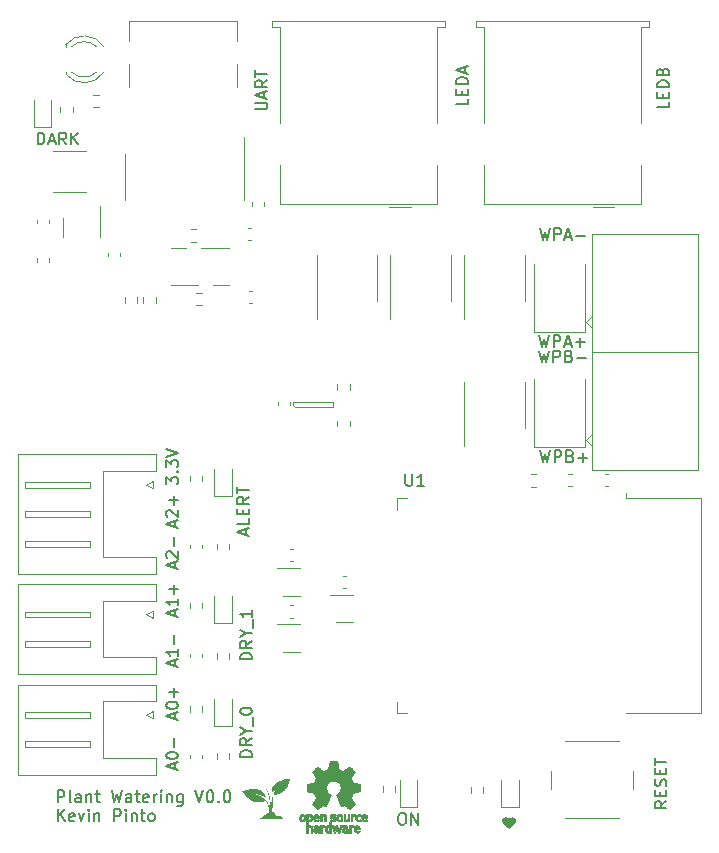
<source format=gbr>
G04 #@! TF.GenerationSoftware,KiCad,Pcbnew,(5.99.0-9218-g05b559c9dc)*
G04 #@! TF.CreationDate,2021-05-16T23:39:12+02:00*
G04 #@! TF.ProjectId,Self_Watering_Plant,53656c66-5f57-4617-9465-72696e675f50,rev?*
G04 #@! TF.SameCoordinates,Original*
G04 #@! TF.FileFunction,Legend,Top*
G04 #@! TF.FilePolarity,Positive*
%FSLAX46Y46*%
G04 Gerber Fmt 4.6, Leading zero omitted, Abs format (unit mm)*
G04 Created by KiCad (PCBNEW (5.99.0-9218-g05b559c9dc)) date 2021-05-16 23:39:12*
%MOMM*%
%LPD*%
G01*
G04 APERTURE LIST*
%ADD10C,0.200000*%
%ADD11C,0.150000*%
%ADD12C,0.120000*%
%ADD13C,0.010000*%
G04 APERTURE END LIST*
D10*
X146580952Y-136802380D02*
X146771428Y-136802380D01*
X146866666Y-136850000D01*
X146961904Y-136945238D01*
X147009523Y-137135714D01*
X147009523Y-137469047D01*
X146961904Y-137659523D01*
X146866666Y-137754761D01*
X146771428Y-137802380D01*
X146580952Y-137802380D01*
X146485714Y-137754761D01*
X146390476Y-137659523D01*
X146342857Y-137469047D01*
X146342857Y-137135714D01*
X146390476Y-136945238D01*
X146485714Y-136850000D01*
X146580952Y-136802380D01*
X147438095Y-137802380D02*
X147438095Y-136802380D01*
X148009523Y-137802380D01*
X148009523Y-136802380D01*
D11*
X158352380Y-106102380D02*
X158590476Y-107102380D01*
X158780952Y-106388095D01*
X158971428Y-107102380D01*
X159209523Y-106102380D01*
X159590476Y-107102380D02*
X159590476Y-106102380D01*
X159971428Y-106102380D01*
X160066666Y-106150000D01*
X160114285Y-106197619D01*
X160161904Y-106292857D01*
X160161904Y-106435714D01*
X160114285Y-106530952D01*
X160066666Y-106578571D01*
X159971428Y-106626190D01*
X159590476Y-106626190D01*
X160923809Y-106578571D02*
X161066666Y-106626190D01*
X161114285Y-106673809D01*
X161161904Y-106769047D01*
X161161904Y-106911904D01*
X161114285Y-107007142D01*
X161066666Y-107054761D01*
X160971428Y-107102380D01*
X160590476Y-107102380D01*
X160590476Y-106102380D01*
X160923809Y-106102380D01*
X161019047Y-106150000D01*
X161066666Y-106197619D01*
X161114285Y-106292857D01*
X161114285Y-106388095D01*
X161066666Y-106483333D01*
X161019047Y-106530952D01*
X160923809Y-106578571D01*
X160590476Y-106578571D01*
X161590476Y-106721428D02*
X162352380Y-106721428D01*
X161971428Y-107102380D02*
X161971428Y-106340476D01*
D10*
X169052380Y-135802380D02*
X168576190Y-136135714D01*
X169052380Y-136373809D02*
X168052380Y-136373809D01*
X168052380Y-135992857D01*
X168100000Y-135897619D01*
X168147619Y-135850000D01*
X168242857Y-135802380D01*
X168385714Y-135802380D01*
X168480952Y-135850000D01*
X168528571Y-135897619D01*
X168576190Y-135992857D01*
X168576190Y-136373809D01*
X168528571Y-135373809D02*
X168528571Y-135040476D01*
X169052380Y-134897619D02*
X169052380Y-135373809D01*
X168052380Y-135373809D01*
X168052380Y-134897619D01*
X169004761Y-134516666D02*
X169052380Y-134373809D01*
X169052380Y-134135714D01*
X169004761Y-134040476D01*
X168957142Y-133992857D01*
X168861904Y-133945238D01*
X168766666Y-133945238D01*
X168671428Y-133992857D01*
X168623809Y-134040476D01*
X168576190Y-134135714D01*
X168528571Y-134326190D01*
X168480952Y-134421428D01*
X168433333Y-134469047D01*
X168338095Y-134516666D01*
X168242857Y-134516666D01*
X168147619Y-134469047D01*
X168100000Y-134421428D01*
X168052380Y-134326190D01*
X168052380Y-134088095D01*
X168100000Y-133945238D01*
X168528571Y-133516666D02*
X168528571Y-133183333D01*
X169052380Y-133040476D02*
X169052380Y-133516666D01*
X168052380Y-133516666D01*
X168052380Y-133040476D01*
X168052380Y-132754761D02*
X168052380Y-132183333D01*
X169052380Y-132469047D02*
X168052380Y-132469047D01*
X126702380Y-108976190D02*
X126702380Y-108357142D01*
X127083333Y-108690476D01*
X127083333Y-108547619D01*
X127130952Y-108452380D01*
X127178571Y-108404761D01*
X127273809Y-108357142D01*
X127511904Y-108357142D01*
X127607142Y-108404761D01*
X127654761Y-108452380D01*
X127702380Y-108547619D01*
X127702380Y-108833333D01*
X127654761Y-108928571D01*
X127607142Y-108976190D01*
X127607142Y-107928571D02*
X127654761Y-107880952D01*
X127702380Y-107928571D01*
X127654761Y-107976190D01*
X127607142Y-107928571D01*
X127702380Y-107928571D01*
X126702380Y-107547619D02*
X126702380Y-106928571D01*
X127083333Y-107261904D01*
X127083333Y-107119047D01*
X127130952Y-107023809D01*
X127178571Y-106976190D01*
X127273809Y-106928571D01*
X127511904Y-106928571D01*
X127607142Y-106976190D01*
X127654761Y-107023809D01*
X127702380Y-107119047D01*
X127702380Y-107404761D01*
X127654761Y-107500000D01*
X127607142Y-107547619D01*
X126702380Y-106642857D02*
X127702380Y-106309523D01*
X126702380Y-105976190D01*
D11*
X133952380Y-132047619D02*
X132952380Y-132047619D01*
X132952380Y-131809523D01*
X133000000Y-131666666D01*
X133095238Y-131571428D01*
X133190476Y-131523809D01*
X133380952Y-131476190D01*
X133523809Y-131476190D01*
X133714285Y-131523809D01*
X133809523Y-131571428D01*
X133904761Y-131666666D01*
X133952380Y-131809523D01*
X133952380Y-132047619D01*
X133952380Y-130476190D02*
X133476190Y-130809523D01*
X133952380Y-131047619D02*
X132952380Y-131047619D01*
X132952380Y-130666666D01*
X133000000Y-130571428D01*
X133047619Y-130523809D01*
X133142857Y-130476190D01*
X133285714Y-130476190D01*
X133380952Y-130523809D01*
X133428571Y-130571428D01*
X133476190Y-130666666D01*
X133476190Y-131047619D01*
X133476190Y-129857142D02*
X133952380Y-129857142D01*
X132952380Y-130190476D02*
X133476190Y-129857142D01*
X132952380Y-129523809D01*
X134047619Y-129428571D02*
X134047619Y-128666666D01*
X132952380Y-128238095D02*
X132952380Y-128142857D01*
X133000000Y-128047619D01*
X133047619Y-128000000D01*
X133142857Y-127952380D01*
X133333333Y-127904761D01*
X133571428Y-127904761D01*
X133761904Y-127952380D01*
X133857142Y-128000000D01*
X133904761Y-128047619D01*
X133952380Y-128142857D01*
X133952380Y-128238095D01*
X133904761Y-128333333D01*
X133857142Y-128380952D01*
X133761904Y-128428571D01*
X133571428Y-128476190D01*
X133333333Y-128476190D01*
X133142857Y-128428571D01*
X133047619Y-128380952D01*
X133000000Y-128333333D01*
X132952380Y-128238095D01*
X158273809Y-96352380D02*
X158511904Y-97352380D01*
X158702380Y-96638095D01*
X158892857Y-97352380D01*
X159130952Y-96352380D01*
X159511904Y-97352380D02*
X159511904Y-96352380D01*
X159892857Y-96352380D01*
X159988095Y-96400000D01*
X160035714Y-96447619D01*
X160083333Y-96542857D01*
X160083333Y-96685714D01*
X160035714Y-96780952D01*
X159988095Y-96828571D01*
X159892857Y-96876190D01*
X159511904Y-96876190D01*
X160464285Y-97066666D02*
X160940476Y-97066666D01*
X160369047Y-97352380D02*
X160702380Y-96352380D01*
X161035714Y-97352380D01*
X161369047Y-96971428D02*
X162130952Y-96971428D01*
X161750000Y-97352380D02*
X161750000Y-96590476D01*
D10*
X127416666Y-133083333D02*
X127416666Y-132607142D01*
X127702380Y-133178571D02*
X126702380Y-132845238D01*
X127702380Y-132511904D01*
X126702380Y-131988095D02*
X126702380Y-131892857D01*
X126750000Y-131797619D01*
X126797619Y-131750000D01*
X126892857Y-131702380D01*
X127083333Y-131654761D01*
X127321428Y-131654761D01*
X127511904Y-131702380D01*
X127607142Y-131750000D01*
X127654761Y-131797619D01*
X127702380Y-131892857D01*
X127702380Y-131988095D01*
X127654761Y-132083333D01*
X127607142Y-132130952D01*
X127511904Y-132178571D01*
X127321428Y-132226190D01*
X127083333Y-132226190D01*
X126892857Y-132178571D01*
X126797619Y-132130952D01*
X126750000Y-132083333D01*
X126702380Y-131988095D01*
X127321428Y-131226190D02*
X127321428Y-130464285D01*
X117514285Y-135902380D02*
X117514285Y-134902380D01*
X117895238Y-134902380D01*
X117990476Y-134950000D01*
X118038095Y-134997619D01*
X118085714Y-135092857D01*
X118085714Y-135235714D01*
X118038095Y-135330952D01*
X117990476Y-135378571D01*
X117895238Y-135426190D01*
X117514285Y-135426190D01*
X118657142Y-135902380D02*
X118561904Y-135854761D01*
X118514285Y-135759523D01*
X118514285Y-134902380D01*
X119466666Y-135902380D02*
X119466666Y-135378571D01*
X119419047Y-135283333D01*
X119323809Y-135235714D01*
X119133333Y-135235714D01*
X119038095Y-135283333D01*
X119466666Y-135854761D02*
X119371428Y-135902380D01*
X119133333Y-135902380D01*
X119038095Y-135854761D01*
X118990476Y-135759523D01*
X118990476Y-135664285D01*
X119038095Y-135569047D01*
X119133333Y-135521428D01*
X119371428Y-135521428D01*
X119466666Y-135473809D01*
X119942857Y-135235714D02*
X119942857Y-135902380D01*
X119942857Y-135330952D02*
X119990476Y-135283333D01*
X120085714Y-135235714D01*
X120228571Y-135235714D01*
X120323809Y-135283333D01*
X120371428Y-135378571D01*
X120371428Y-135902380D01*
X120704761Y-135235714D02*
X121085714Y-135235714D01*
X120847619Y-134902380D02*
X120847619Y-135759523D01*
X120895238Y-135854761D01*
X120990476Y-135902380D01*
X121085714Y-135902380D01*
X122085714Y-134902380D02*
X122323809Y-135902380D01*
X122514285Y-135188095D01*
X122704761Y-135902380D01*
X122942857Y-134902380D01*
X123752380Y-135902380D02*
X123752380Y-135378571D01*
X123704761Y-135283333D01*
X123609523Y-135235714D01*
X123419047Y-135235714D01*
X123323809Y-135283333D01*
X123752380Y-135854761D02*
X123657142Y-135902380D01*
X123419047Y-135902380D01*
X123323809Y-135854761D01*
X123276190Y-135759523D01*
X123276190Y-135664285D01*
X123323809Y-135569047D01*
X123419047Y-135521428D01*
X123657142Y-135521428D01*
X123752380Y-135473809D01*
X124085714Y-135235714D02*
X124466666Y-135235714D01*
X124228571Y-134902380D02*
X124228571Y-135759523D01*
X124276190Y-135854761D01*
X124371428Y-135902380D01*
X124466666Y-135902380D01*
X125180952Y-135854761D02*
X125085714Y-135902380D01*
X124895238Y-135902380D01*
X124800000Y-135854761D01*
X124752380Y-135759523D01*
X124752380Y-135378571D01*
X124800000Y-135283333D01*
X124895238Y-135235714D01*
X125085714Y-135235714D01*
X125180952Y-135283333D01*
X125228571Y-135378571D01*
X125228571Y-135473809D01*
X124752380Y-135569047D01*
X125657142Y-135902380D02*
X125657142Y-135235714D01*
X125657142Y-135426190D02*
X125704761Y-135330952D01*
X125752380Y-135283333D01*
X125847619Y-135235714D01*
X125942857Y-135235714D01*
X126276190Y-135902380D02*
X126276190Y-135235714D01*
X126276190Y-134902380D02*
X126228571Y-134950000D01*
X126276190Y-134997619D01*
X126323809Y-134950000D01*
X126276190Y-134902380D01*
X126276190Y-134997619D01*
X126752380Y-135235714D02*
X126752380Y-135902380D01*
X126752380Y-135330952D02*
X126800000Y-135283333D01*
X126895238Y-135235714D01*
X127038095Y-135235714D01*
X127133333Y-135283333D01*
X127180952Y-135378571D01*
X127180952Y-135902380D01*
X128085714Y-135235714D02*
X128085714Y-136045238D01*
X128038095Y-136140476D01*
X127990476Y-136188095D01*
X127895238Y-136235714D01*
X127752380Y-136235714D01*
X127657142Y-136188095D01*
X128085714Y-135854761D02*
X127990476Y-135902380D01*
X127800000Y-135902380D01*
X127704761Y-135854761D01*
X127657142Y-135807142D01*
X127609523Y-135711904D01*
X127609523Y-135426190D01*
X127657142Y-135330952D01*
X127704761Y-135283333D01*
X127800000Y-135235714D01*
X127990476Y-135235714D01*
X128085714Y-135283333D01*
X129180952Y-134902380D02*
X129514285Y-135902380D01*
X129847619Y-134902380D01*
X130371428Y-134902380D02*
X130466666Y-134902380D01*
X130561904Y-134950000D01*
X130609523Y-134997619D01*
X130657142Y-135092857D01*
X130704761Y-135283333D01*
X130704761Y-135521428D01*
X130657142Y-135711904D01*
X130609523Y-135807142D01*
X130561904Y-135854761D01*
X130466666Y-135902380D01*
X130371428Y-135902380D01*
X130276190Y-135854761D01*
X130228571Y-135807142D01*
X130180952Y-135711904D01*
X130133333Y-135521428D01*
X130133333Y-135283333D01*
X130180952Y-135092857D01*
X130228571Y-134997619D01*
X130276190Y-134950000D01*
X130371428Y-134902380D01*
X131133333Y-135807142D02*
X131180952Y-135854761D01*
X131133333Y-135902380D01*
X131085714Y-135854761D01*
X131133333Y-135807142D01*
X131133333Y-135902380D01*
X131800000Y-134902380D02*
X131895238Y-134902380D01*
X131990476Y-134950000D01*
X132038095Y-134997619D01*
X132085714Y-135092857D01*
X132133333Y-135283333D01*
X132133333Y-135521428D01*
X132085714Y-135711904D01*
X132038095Y-135807142D01*
X131990476Y-135854761D01*
X131895238Y-135902380D01*
X131800000Y-135902380D01*
X131704761Y-135854761D01*
X131657142Y-135807142D01*
X131609523Y-135711904D01*
X131561904Y-135521428D01*
X131561904Y-135283333D01*
X131609523Y-135092857D01*
X131657142Y-134997619D01*
X131704761Y-134950000D01*
X131800000Y-134902380D01*
X152252380Y-76321428D02*
X152252380Y-76797619D01*
X151252380Y-76797619D01*
X151728571Y-75988095D02*
X151728571Y-75654761D01*
X152252380Y-75511904D02*
X152252380Y-75988095D01*
X151252380Y-75988095D01*
X151252380Y-75511904D01*
X152252380Y-75083333D02*
X151252380Y-75083333D01*
X151252380Y-74845238D01*
X151300000Y-74702380D01*
X151395238Y-74607142D01*
X151490476Y-74559523D01*
X151680952Y-74511904D01*
X151823809Y-74511904D01*
X152014285Y-74559523D01*
X152109523Y-74607142D01*
X152204761Y-74702380D01*
X152252380Y-74845238D01*
X152252380Y-75083333D01*
X151966666Y-74130952D02*
X151966666Y-73654761D01*
X152252380Y-74226190D02*
X151252380Y-73892857D01*
X152252380Y-73559523D01*
X169252380Y-76592857D02*
X169252380Y-77069047D01*
X168252380Y-77069047D01*
X168728571Y-76259523D02*
X168728571Y-75926190D01*
X169252380Y-75783333D02*
X169252380Y-76259523D01*
X168252380Y-76259523D01*
X168252380Y-75783333D01*
X169252380Y-75354761D02*
X168252380Y-75354761D01*
X168252380Y-75116666D01*
X168300000Y-74973809D01*
X168395238Y-74878571D01*
X168490476Y-74830952D01*
X168680952Y-74783333D01*
X168823809Y-74783333D01*
X169014285Y-74830952D01*
X169109523Y-74878571D01*
X169204761Y-74973809D01*
X169252380Y-75116666D01*
X169252380Y-75354761D01*
X168728571Y-74021428D02*
X168776190Y-73878571D01*
X168823809Y-73830952D01*
X168919047Y-73783333D01*
X169061904Y-73783333D01*
X169157142Y-73830952D01*
X169204761Y-73878571D01*
X169252380Y-73973809D01*
X169252380Y-74354761D01*
X168252380Y-74354761D01*
X168252380Y-74021428D01*
X168300000Y-73926190D01*
X168347619Y-73878571D01*
X168442857Y-73830952D01*
X168538095Y-73830952D01*
X168633333Y-73878571D01*
X168680952Y-73926190D01*
X168728571Y-74021428D01*
X168728571Y-74354761D01*
D11*
X158323809Y-87302380D02*
X158561904Y-88302380D01*
X158752380Y-87588095D01*
X158942857Y-88302380D01*
X159180952Y-87302380D01*
X159561904Y-88302380D02*
X159561904Y-87302380D01*
X159942857Y-87302380D01*
X160038095Y-87350000D01*
X160085714Y-87397619D01*
X160133333Y-87492857D01*
X160133333Y-87635714D01*
X160085714Y-87730952D01*
X160038095Y-87778571D01*
X159942857Y-87826190D01*
X159561904Y-87826190D01*
X160514285Y-88016666D02*
X160990476Y-88016666D01*
X160419047Y-88302380D02*
X160752380Y-87302380D01*
X161085714Y-88302380D01*
X161419047Y-87921428D02*
X162180952Y-87921428D01*
D10*
X127416666Y-116083333D02*
X127416666Y-115607142D01*
X127702380Y-116178571D02*
X126702380Y-115845238D01*
X127702380Y-115511904D01*
X126797619Y-115226190D02*
X126750000Y-115178571D01*
X126702380Y-115083333D01*
X126702380Y-114845238D01*
X126750000Y-114750000D01*
X126797619Y-114702380D01*
X126892857Y-114654761D01*
X126988095Y-114654761D01*
X127130952Y-114702380D01*
X127702380Y-115273809D01*
X127702380Y-114654761D01*
X127321428Y-114226190D02*
X127321428Y-113464285D01*
D11*
X133416666Y-113226190D02*
X133416666Y-112750000D01*
X133702380Y-113321428D02*
X132702380Y-112988095D01*
X133702380Y-112654761D01*
X133702380Y-111845238D02*
X133702380Y-112321428D01*
X132702380Y-112321428D01*
X133178571Y-111511904D02*
X133178571Y-111178571D01*
X133702380Y-111035714D02*
X133702380Y-111511904D01*
X132702380Y-111511904D01*
X132702380Y-111035714D01*
X133702380Y-110035714D02*
X133226190Y-110369047D01*
X133702380Y-110607142D02*
X132702380Y-110607142D01*
X132702380Y-110226190D01*
X132750000Y-110130952D01*
X132797619Y-110083333D01*
X132892857Y-110035714D01*
X133035714Y-110035714D01*
X133130952Y-110083333D01*
X133178571Y-110130952D01*
X133226190Y-110226190D01*
X133226190Y-110607142D01*
X132702380Y-109750000D02*
X132702380Y-109178571D01*
X133702380Y-109464285D02*
X132702380Y-109464285D01*
D10*
X127416666Y-128833333D02*
X127416666Y-128357142D01*
X127702380Y-128928571D02*
X126702380Y-128595238D01*
X127702380Y-128261904D01*
X126702380Y-127738095D02*
X126702380Y-127642857D01*
X126750000Y-127547619D01*
X126797619Y-127500000D01*
X126892857Y-127452380D01*
X127083333Y-127404761D01*
X127321428Y-127404761D01*
X127511904Y-127452380D01*
X127607142Y-127500000D01*
X127654761Y-127547619D01*
X127702380Y-127642857D01*
X127702380Y-127738095D01*
X127654761Y-127833333D01*
X127607142Y-127880952D01*
X127511904Y-127928571D01*
X127321428Y-127976190D01*
X127083333Y-127976190D01*
X126892857Y-127928571D01*
X126797619Y-127880952D01*
X126750000Y-127833333D01*
X126702380Y-127738095D01*
X127321428Y-126976190D02*
X127321428Y-126214285D01*
X127702380Y-126595238D02*
X126940476Y-126595238D01*
X117528571Y-137502380D02*
X117528571Y-136502380D01*
X118100000Y-137502380D02*
X117671428Y-136930952D01*
X118100000Y-136502380D02*
X117528571Y-137073809D01*
X118909523Y-137454761D02*
X118814285Y-137502380D01*
X118623809Y-137502380D01*
X118528571Y-137454761D01*
X118480952Y-137359523D01*
X118480952Y-136978571D01*
X118528571Y-136883333D01*
X118623809Y-136835714D01*
X118814285Y-136835714D01*
X118909523Y-136883333D01*
X118957142Y-136978571D01*
X118957142Y-137073809D01*
X118480952Y-137169047D01*
X119290476Y-136835714D02*
X119528571Y-137502380D01*
X119766666Y-136835714D01*
X120147619Y-137502380D02*
X120147619Y-136835714D01*
X120147619Y-136502380D02*
X120100000Y-136550000D01*
X120147619Y-136597619D01*
X120195238Y-136550000D01*
X120147619Y-136502380D01*
X120147619Y-136597619D01*
X120623809Y-136835714D02*
X120623809Y-137502380D01*
X120623809Y-136930952D02*
X120671428Y-136883333D01*
X120766666Y-136835714D01*
X120909523Y-136835714D01*
X121004761Y-136883333D01*
X121052380Y-136978571D01*
X121052380Y-137502380D01*
X122290476Y-137502380D02*
X122290476Y-136502380D01*
X122671428Y-136502380D01*
X122766666Y-136550000D01*
X122814285Y-136597619D01*
X122861904Y-136692857D01*
X122861904Y-136835714D01*
X122814285Y-136930952D01*
X122766666Y-136978571D01*
X122671428Y-137026190D01*
X122290476Y-137026190D01*
X123290476Y-137502380D02*
X123290476Y-136835714D01*
X123290476Y-136502380D02*
X123242857Y-136550000D01*
X123290476Y-136597619D01*
X123338095Y-136550000D01*
X123290476Y-136502380D01*
X123290476Y-136597619D01*
X123766666Y-136835714D02*
X123766666Y-137502380D01*
X123766666Y-136930952D02*
X123814285Y-136883333D01*
X123909523Y-136835714D01*
X124052380Y-136835714D01*
X124147619Y-136883333D01*
X124195238Y-136978571D01*
X124195238Y-137502380D01*
X124528571Y-136835714D02*
X124909523Y-136835714D01*
X124671428Y-136502380D02*
X124671428Y-137359523D01*
X124719047Y-137454761D01*
X124814285Y-137502380D01*
X124909523Y-137502380D01*
X125385714Y-137502380D02*
X125290476Y-137454761D01*
X125242857Y-137407142D01*
X125195238Y-137311904D01*
X125195238Y-137026190D01*
X125242857Y-136930952D01*
X125290476Y-136883333D01*
X125385714Y-136835714D01*
X125528571Y-136835714D01*
X125623809Y-136883333D01*
X125671428Y-136930952D01*
X125719047Y-137026190D01*
X125719047Y-137311904D01*
X125671428Y-137407142D01*
X125623809Y-137454761D01*
X125528571Y-137502380D01*
X125385714Y-137502380D01*
X127416666Y-124333333D02*
X127416666Y-123857142D01*
X127702380Y-124428571D02*
X126702380Y-124095238D01*
X127702380Y-123761904D01*
X127702380Y-122904761D02*
X127702380Y-123476190D01*
X127702380Y-123190476D02*
X126702380Y-123190476D01*
X126845238Y-123285714D01*
X126940476Y-123380952D01*
X126988095Y-123476190D01*
X127321428Y-122476190D02*
X127321428Y-121714285D01*
D11*
X158252380Y-97652380D02*
X158490476Y-98652380D01*
X158680952Y-97938095D01*
X158871428Y-98652380D01*
X159109523Y-97652380D01*
X159490476Y-98652380D02*
X159490476Y-97652380D01*
X159871428Y-97652380D01*
X159966666Y-97700000D01*
X160014285Y-97747619D01*
X160061904Y-97842857D01*
X160061904Y-97985714D01*
X160014285Y-98080952D01*
X159966666Y-98128571D01*
X159871428Y-98176190D01*
X159490476Y-98176190D01*
X160823809Y-98128571D02*
X160966666Y-98176190D01*
X161014285Y-98223809D01*
X161061904Y-98319047D01*
X161061904Y-98461904D01*
X161014285Y-98557142D01*
X160966666Y-98604761D01*
X160871428Y-98652380D01*
X160490476Y-98652380D01*
X160490476Y-97652380D01*
X160823809Y-97652380D01*
X160919047Y-97700000D01*
X160966666Y-97747619D01*
X161014285Y-97842857D01*
X161014285Y-97938095D01*
X160966666Y-98033333D01*
X160919047Y-98080952D01*
X160823809Y-98128571D01*
X160490476Y-98128571D01*
X161490476Y-98271428D02*
X162252380Y-98271428D01*
D10*
X127416666Y-112583333D02*
X127416666Y-112107142D01*
X127702380Y-112678571D02*
X126702380Y-112345238D01*
X127702380Y-112011904D01*
X126797619Y-111726190D02*
X126750000Y-111678571D01*
X126702380Y-111583333D01*
X126702380Y-111345238D01*
X126750000Y-111250000D01*
X126797619Y-111202380D01*
X126892857Y-111154761D01*
X126988095Y-111154761D01*
X127130952Y-111202380D01*
X127702380Y-111773809D01*
X127702380Y-111154761D01*
X127321428Y-110726190D02*
X127321428Y-109964285D01*
X127702380Y-110345238D02*
X126940476Y-110345238D01*
X134252380Y-77245238D02*
X135061904Y-77245238D01*
X135157142Y-77197619D01*
X135204761Y-77150000D01*
X135252380Y-77054761D01*
X135252380Y-76864285D01*
X135204761Y-76769047D01*
X135157142Y-76721428D01*
X135061904Y-76673809D01*
X134252380Y-76673809D01*
X134966666Y-76245238D02*
X134966666Y-75769047D01*
X135252380Y-76340476D02*
X134252380Y-76007142D01*
X135252380Y-75673809D01*
X135252380Y-74769047D02*
X134776190Y-75102380D01*
X135252380Y-75340476D02*
X134252380Y-75340476D01*
X134252380Y-74959523D01*
X134300000Y-74864285D01*
X134347619Y-74816666D01*
X134442857Y-74769047D01*
X134585714Y-74769047D01*
X134680952Y-74816666D01*
X134728571Y-74864285D01*
X134776190Y-74959523D01*
X134776190Y-75340476D01*
X134252380Y-74483333D02*
X134252380Y-73911904D01*
X135252380Y-74197619D02*
X134252380Y-74197619D01*
D11*
X115809523Y-80202380D02*
X115809523Y-79202380D01*
X116047619Y-79202380D01*
X116190476Y-79250000D01*
X116285714Y-79345238D01*
X116333333Y-79440476D01*
X116380952Y-79630952D01*
X116380952Y-79773809D01*
X116333333Y-79964285D01*
X116285714Y-80059523D01*
X116190476Y-80154761D01*
X116047619Y-80202380D01*
X115809523Y-80202380D01*
X116761904Y-79916666D02*
X117238095Y-79916666D01*
X116666666Y-80202380D02*
X117000000Y-79202380D01*
X117333333Y-80202380D01*
X118238095Y-80202380D02*
X117904761Y-79726190D01*
X117666666Y-80202380D02*
X117666666Y-79202380D01*
X118047619Y-79202380D01*
X118142857Y-79250000D01*
X118190476Y-79297619D01*
X118238095Y-79392857D01*
X118238095Y-79535714D01*
X118190476Y-79630952D01*
X118142857Y-79678571D01*
X118047619Y-79726190D01*
X117666666Y-79726190D01*
X118666666Y-80202380D02*
X118666666Y-79202380D01*
X119238095Y-80202380D02*
X118809523Y-79630952D01*
X119238095Y-79202380D02*
X118666666Y-79773809D01*
X133952380Y-123797619D02*
X132952380Y-123797619D01*
X132952380Y-123559523D01*
X133000000Y-123416666D01*
X133095238Y-123321428D01*
X133190476Y-123273809D01*
X133380952Y-123226190D01*
X133523809Y-123226190D01*
X133714285Y-123273809D01*
X133809523Y-123321428D01*
X133904761Y-123416666D01*
X133952380Y-123559523D01*
X133952380Y-123797619D01*
X133952380Y-122226190D02*
X133476190Y-122559523D01*
X133952380Y-122797619D02*
X132952380Y-122797619D01*
X132952380Y-122416666D01*
X133000000Y-122321428D01*
X133047619Y-122273809D01*
X133142857Y-122226190D01*
X133285714Y-122226190D01*
X133380952Y-122273809D01*
X133428571Y-122321428D01*
X133476190Y-122416666D01*
X133476190Y-122797619D01*
X133476190Y-121607142D02*
X133952380Y-121607142D01*
X132952380Y-121940476D02*
X133476190Y-121607142D01*
X132952380Y-121273809D01*
X134047619Y-121178571D02*
X134047619Y-120416666D01*
X133952380Y-119654761D02*
X133952380Y-120226190D01*
X133952380Y-119940476D02*
X132952380Y-119940476D01*
X133095238Y-120035714D01*
X133190476Y-120130952D01*
X133238095Y-120226190D01*
D10*
X127416666Y-120083333D02*
X127416666Y-119607142D01*
X127702380Y-120178571D02*
X126702380Y-119845238D01*
X127702380Y-119511904D01*
X127702380Y-118654761D02*
X127702380Y-119226190D01*
X127702380Y-118940476D02*
X126702380Y-118940476D01*
X126845238Y-119035714D01*
X126940476Y-119130952D01*
X126988095Y-119226190D01*
X127321428Y-118226190D02*
X127321428Y-117464285D01*
X127702380Y-117845238D02*
X126940476Y-117845238D01*
D11*
X146958095Y-108092380D02*
X146958095Y-108901904D01*
X147005714Y-108997142D01*
X147053333Y-109044761D01*
X147148571Y-109092380D01*
X147339047Y-109092380D01*
X147434285Y-109044761D01*
X147481904Y-108997142D01*
X147529523Y-108901904D01*
X147529523Y-108092380D01*
X148529523Y-109092380D02*
X147958095Y-109092380D01*
X148243809Y-109092380D02*
X148243809Y-108092380D01*
X148148571Y-108235238D01*
X148053333Y-108330476D01*
X147958095Y-108378095D01*
D12*
X131350000Y-88965000D02*
X129675000Y-88965000D01*
X131350000Y-88965000D02*
X132000000Y-88965000D01*
X131350000Y-92085000D02*
X130700000Y-92085000D01*
X131350000Y-92085000D02*
X132000000Y-92085000D01*
X127750000Y-92085000D02*
X129425000Y-92085000D01*
X127750000Y-92085000D02*
X127100000Y-92085000D01*
X127750000Y-88965000D02*
X128400000Y-88965000D01*
X127750000Y-88965000D02*
X127100000Y-88965000D01*
X130977500Y-131762742D02*
X130977500Y-132237258D01*
X132022500Y-131762742D02*
X132022500Y-132237258D01*
X130977500Y-123262742D02*
X130977500Y-123737258D01*
X132022500Y-123262742D02*
X132022500Y-123737258D01*
X133310000Y-83000000D02*
X133310000Y-79550000D01*
X133310000Y-83000000D02*
X133310000Y-84950000D01*
X123190000Y-83000000D02*
X123190000Y-81050000D01*
X123190000Y-83000000D02*
X123190000Y-84950000D01*
X133609420Y-88260000D02*
X133890580Y-88260000D01*
X133609420Y-87240000D02*
X133890580Y-87240000D01*
X133990000Y-85109420D02*
X133990000Y-85390580D01*
X135010000Y-85109420D02*
X135010000Y-85390580D01*
X163859420Y-109160000D02*
X164140580Y-109160000D01*
X163859420Y-108140000D02*
X164140580Y-108140000D01*
X161040580Y-108140000D02*
X160759420Y-108140000D01*
X161040580Y-109160000D02*
X160759420Y-109160000D01*
X133671920Y-93660000D02*
X133953080Y-93660000D01*
X133671920Y-92640000D02*
X133953080Y-92640000D01*
X132235000Y-129447500D02*
X132235000Y-127162500D01*
X130765000Y-129447500D02*
X132235000Y-129447500D01*
X130765000Y-127162500D02*
X130765000Y-129447500D01*
X132235000Y-120735000D02*
X132235000Y-118450000D01*
X130765000Y-120735000D02*
X132235000Y-120735000D01*
X130765000Y-118450000D02*
X130765000Y-120735000D01*
X147400000Y-85460000D02*
X145600000Y-85460000D01*
X135690000Y-70280000D02*
X136340000Y-70280000D01*
X150310000Y-70280000D02*
X150310000Y-69760000D01*
X136340000Y-78390000D02*
X136340000Y-70280000D01*
X150310000Y-69760000D02*
X135690000Y-69760000D01*
X135690000Y-69760000D02*
X135690000Y-70280000D01*
X136340000Y-85240000D02*
X136340000Y-81910000D01*
X149660000Y-85240000D02*
X149660000Y-81910000D01*
X149660000Y-85240000D02*
X136340000Y-85240000D01*
X149660000Y-70280000D02*
X150310000Y-70280000D01*
X149660000Y-70280000D02*
X149660000Y-78390000D01*
X128762742Y-88447500D02*
X129237258Y-88447500D01*
X128762742Y-87402500D02*
X129237258Y-87402500D01*
X129737258Y-92752500D02*
X129262742Y-92752500D01*
X129737258Y-93797500D02*
X129262742Y-93797500D01*
X158037258Y-108127500D02*
X157562742Y-108127500D01*
X158037258Y-109172500D02*
X157562742Y-109172500D01*
X141177500Y-103600242D02*
X141177500Y-104074758D01*
X142222500Y-103600242D02*
X142222500Y-104074758D01*
X162750000Y-97750000D02*
X171750000Y-97750000D01*
X162750000Y-94750000D02*
X162250000Y-95250000D01*
X171750000Y-87750000D02*
X162750000Y-87750000D01*
X162750000Y-87750000D02*
X162750000Y-97750000D01*
X162250000Y-95250000D02*
X162750000Y-95750000D01*
X171750000Y-97750000D02*
X171750000Y-87750000D01*
X162750000Y-107750000D02*
X171750000Y-107750000D01*
X162750000Y-104750000D02*
X162250000Y-105250000D01*
X171750000Y-97750000D02*
X162750000Y-97750000D01*
X162750000Y-97750000D02*
X162750000Y-107750000D01*
X162250000Y-105250000D02*
X162750000Y-105750000D01*
X171750000Y-107750000D02*
X171750000Y-97750000D01*
X164650000Y-85460000D02*
X162850000Y-85460000D01*
X152940000Y-70280000D02*
X153590000Y-70280000D01*
X167560000Y-70280000D02*
X167560000Y-69760000D01*
X153590000Y-78390000D02*
X153590000Y-70280000D01*
X167560000Y-69760000D02*
X152940000Y-69760000D01*
X152940000Y-69760000D02*
X152940000Y-70280000D01*
X153590000Y-85240000D02*
X153590000Y-81910000D01*
X166910000Y-85240000D02*
X166910000Y-81910000D01*
X166910000Y-85240000D02*
X153590000Y-85240000D01*
X166910000Y-70280000D02*
X167560000Y-70280000D01*
X166910000Y-70280000D02*
X166910000Y-78390000D01*
X125550000Y-120300000D02*
X124950000Y-120000000D01*
X125550000Y-119700000D02*
X125550000Y-120300000D01*
X124950000Y-120000000D02*
X125550000Y-119700000D01*
X120250000Y-122750000D02*
X120250000Y-122250000D01*
X114750000Y-122750000D02*
X120250000Y-122750000D01*
X114750000Y-122250000D02*
X114750000Y-122750000D01*
X120250000Y-122250000D02*
X114750000Y-122250000D01*
X120250000Y-120250000D02*
X120250000Y-119750000D01*
X114750000Y-120250000D02*
X120250000Y-120250000D01*
X114750000Y-119750000D02*
X114750000Y-120250000D01*
X120250000Y-119750000D02*
X114750000Y-119750000D01*
X121360000Y-123640000D02*
X121360000Y-121250000D01*
X125860000Y-123640000D02*
X121360000Y-123640000D01*
X125860000Y-125060000D02*
X125860000Y-123640000D01*
X114140000Y-125060000D02*
X125860000Y-125060000D01*
X114140000Y-121250000D02*
X114140000Y-125060000D01*
X121360000Y-118860000D02*
X121360000Y-121250000D01*
X125860000Y-118860000D02*
X121360000Y-118860000D01*
X125860000Y-117440000D02*
X125860000Y-118860000D01*
X114140000Y-117440000D02*
X125860000Y-117440000D01*
X114140000Y-121250000D02*
X114140000Y-117440000D01*
X125550000Y-128800000D02*
X124950000Y-128500000D01*
X125550000Y-128200000D02*
X125550000Y-128800000D01*
X124950000Y-128500000D02*
X125550000Y-128200000D01*
X120250000Y-131250000D02*
X120250000Y-130750000D01*
X114750000Y-131250000D02*
X120250000Y-131250000D01*
X114750000Y-130750000D02*
X114750000Y-131250000D01*
X120250000Y-130750000D02*
X114750000Y-130750000D01*
X120250000Y-128750000D02*
X120250000Y-128250000D01*
X114750000Y-128750000D02*
X120250000Y-128750000D01*
X114750000Y-128250000D02*
X114750000Y-128750000D01*
X120250000Y-128250000D02*
X114750000Y-128250000D01*
X121360000Y-132140000D02*
X121360000Y-129750000D01*
X125860000Y-132140000D02*
X121360000Y-132140000D01*
X125860000Y-133560000D02*
X125860000Y-132140000D01*
X114140000Y-133560000D02*
X125860000Y-133560000D01*
X114140000Y-129750000D02*
X114140000Y-133560000D01*
X121360000Y-127360000D02*
X121360000Y-129750000D01*
X125860000Y-127360000D02*
X121360000Y-127360000D01*
X125860000Y-125940000D02*
X125860000Y-127360000D01*
X114140000Y-125940000D02*
X125860000Y-125940000D01*
X114140000Y-129750000D02*
X114140000Y-125940000D01*
X123520000Y-69715000D02*
X132680000Y-69715000D01*
X132680000Y-69715000D02*
X132680000Y-71420000D01*
X123520000Y-71420000D02*
X123520000Y-69715000D01*
X123520000Y-73430000D02*
X123520000Y-75350000D01*
X132680000Y-75350000D02*
X132680000Y-73430000D01*
X125550000Y-109300000D02*
X124950000Y-109000000D01*
X125550000Y-108700000D02*
X125550000Y-109300000D01*
X124950000Y-109000000D02*
X125550000Y-108700000D01*
X120250000Y-114250000D02*
X120250000Y-113750000D01*
X114750000Y-114250000D02*
X120250000Y-114250000D01*
X114750000Y-113750000D02*
X114750000Y-114250000D01*
X120250000Y-113750000D02*
X114750000Y-113750000D01*
X120250000Y-111750000D02*
X120250000Y-111250000D01*
X114750000Y-111750000D02*
X120250000Y-111750000D01*
X114750000Y-111250000D02*
X114750000Y-111750000D01*
X120250000Y-111250000D02*
X114750000Y-111250000D01*
X120250000Y-109250000D02*
X120250000Y-108750000D01*
X114750000Y-109250000D02*
X120250000Y-109250000D01*
X114750000Y-108750000D02*
X114750000Y-109250000D01*
X120250000Y-108750000D02*
X114750000Y-108750000D01*
X121360000Y-115140000D02*
X121360000Y-111500000D01*
X125860000Y-115140000D02*
X121360000Y-115140000D01*
X125860000Y-116560000D02*
X125860000Y-115140000D01*
X114140000Y-116560000D02*
X125860000Y-116560000D01*
X114140000Y-111500000D02*
X114140000Y-116560000D01*
X121360000Y-107860000D02*
X121360000Y-111500000D01*
X125860000Y-107860000D02*
X121360000Y-107860000D01*
X125860000Y-106440000D02*
X125860000Y-107860000D01*
X114140000Y-106440000D02*
X125860000Y-106440000D01*
X114140000Y-111500000D02*
X114140000Y-106440000D01*
X128740000Y-131884420D02*
X128740000Y-132165580D01*
X129760000Y-131884420D02*
X129760000Y-132165580D01*
X153522500Y-135087258D02*
X153522500Y-134612742D01*
X152477500Y-135087258D02*
X152477500Y-134612742D01*
X121060000Y-87250000D02*
X121060000Y-85450000D01*
X121060000Y-87250000D02*
X121060000Y-88050000D01*
X117940000Y-87250000D02*
X117940000Y-86450000D01*
X117940000Y-87250000D02*
X117940000Y-88050000D01*
X159250000Y-133250000D02*
X159250000Y-134750000D01*
X160500000Y-137250000D02*
X165000000Y-137250000D01*
X166250000Y-134750000D02*
X166250000Y-133250000D01*
X165000000Y-130750000D02*
X160500000Y-130750000D01*
X130977500Y-114012742D02*
X130977500Y-114487258D01*
X132022500Y-114012742D02*
X132022500Y-114487258D01*
X165595000Y-110130000D02*
X165595000Y-109750000D01*
X172015000Y-110130000D02*
X165595000Y-110130000D01*
X172015000Y-128370000D02*
X165595000Y-128370000D01*
X172015000Y-110130000D02*
X172015000Y-128370000D01*
X146270000Y-128370000D02*
X146270000Y-127370000D01*
X147050000Y-128370000D02*
X146270000Y-128370000D01*
X146270000Y-110130000D02*
X146270000Y-111130000D01*
X147050000Y-110130000D02*
X146270000Y-110130000D01*
X156535000Y-136335000D02*
X156535000Y-134050000D01*
X155065000Y-136335000D02*
X156535000Y-136335000D01*
X155065000Y-134050000D02*
X155065000Y-136335000D01*
X115740000Y-86609420D02*
X115740000Y-86890580D01*
X116760000Y-86609420D02*
X116760000Y-86890580D01*
X141940580Y-116740000D02*
X141659420Y-116740000D01*
X141940580Y-117760000D02*
X141659420Y-117760000D01*
X137440580Y-119240000D02*
X137159420Y-119240000D01*
X137440580Y-120260000D02*
X137159420Y-120260000D01*
X117727500Y-77012742D02*
X117727500Y-77487258D01*
X118772500Y-77012742D02*
X118772500Y-77487258D01*
X145690000Y-91500000D02*
X145690000Y-94950000D01*
X145690000Y-91500000D02*
X145690000Y-89550000D01*
X150810000Y-91500000D02*
X150810000Y-93450000D01*
X150810000Y-91500000D02*
X150810000Y-89550000D01*
X125822500Y-93587258D02*
X125822500Y-93112742D01*
X124777500Y-93587258D02*
X124777500Y-93112742D01*
X147935000Y-136335000D02*
X147935000Y-134050000D01*
X146465000Y-136335000D02*
X147935000Y-136335000D01*
X146465000Y-134050000D02*
X146465000Y-136335000D01*
G36*
X155500148Y-137170138D02*
G01*
X155571067Y-137185532D01*
X155634423Y-137213747D01*
X155689851Y-137254599D01*
X155712026Y-137276964D01*
X155739477Y-137307350D01*
X155778479Y-137266111D01*
X155828046Y-137223870D01*
X155883772Y-137193840D01*
X155943632Y-137175738D01*
X156005605Y-137169282D01*
X156067668Y-137174187D01*
X156127797Y-137190172D01*
X156183969Y-137216952D01*
X156234162Y-137254245D01*
X156276353Y-137301768D01*
X156299016Y-137338955D01*
X156315341Y-137384034D01*
X156323491Y-137436870D01*
X156323237Y-137492514D01*
X156314349Y-137546018D01*
X156309422Y-137562537D01*
X156296350Y-137596999D01*
X156280608Y-137629332D01*
X156260945Y-137660950D01*
X156236112Y-137693264D01*
X156204859Y-137727690D01*
X156165937Y-137765640D01*
X156118095Y-137808528D01*
X156060084Y-137857768D01*
X156016913Y-137893374D01*
X155928206Y-137968967D01*
X155851753Y-138040527D01*
X155788214Y-138107417D01*
X155762324Y-138137893D01*
X155736165Y-138170034D01*
X155719279Y-138144881D01*
X155699444Y-138119556D01*
X155669513Y-138086967D01*
X155631350Y-138048888D01*
X155586816Y-138007087D01*
X155537773Y-137963338D01*
X155486082Y-137919410D01*
X155459093Y-137897342D01*
X155402447Y-137851206D01*
X155356179Y-137812351D01*
X155318598Y-137779171D01*
X155288018Y-137750061D01*
X155262749Y-137723413D01*
X155241102Y-137697624D01*
X155221836Y-137671720D01*
X155187621Y-137612277D01*
X155164841Y-137548631D01*
X155153950Y-137483552D01*
X155155405Y-137419809D01*
X155169661Y-137360170D01*
X155170324Y-137358388D01*
X155196949Y-137307936D01*
X155235460Y-137263090D01*
X155283349Y-137225281D01*
X155338112Y-137195939D01*
X155397241Y-137176495D01*
X155458230Y-137168378D01*
X155500148Y-137170138D01*
G37*
X115740000Y-89859420D02*
X115740000Y-90140580D01*
X116760000Y-89859420D02*
X116760000Y-90140580D01*
X119886252Y-80790000D02*
X117113748Y-80790000D01*
X119886252Y-84210000D02*
X117113748Y-84210000D01*
X137625000Y-102475000D02*
X137400000Y-102250000D01*
X137400000Y-102025000D02*
X140800000Y-102025000D01*
X137400000Y-102250000D02*
X137400000Y-102025000D01*
X140800000Y-102025000D02*
X140800000Y-102475000D01*
X140800000Y-102475000D02*
X137625000Y-102475000D01*
X157850000Y-105800000D02*
X157850000Y-100100000D01*
X162150000Y-105800000D02*
X162150000Y-100100000D01*
X157850000Y-105800000D02*
X162150000Y-105800000D01*
X128727500Y-127787742D02*
X128727500Y-128262258D01*
X129772500Y-127787742D02*
X129772500Y-128262258D01*
X120987258Y-75977500D02*
X120512742Y-75977500D01*
X120987258Y-77022500D02*
X120512742Y-77022500D01*
G36*
X135075403Y-134608724D02*
G01*
X135066503Y-134617624D01*
X135057603Y-134608724D01*
X135066503Y-134599824D01*
X135075403Y-134608724D01*
G37*
G36*
X137173545Y-133911526D02*
G01*
X137189407Y-133924047D01*
X137193553Y-133943483D01*
X137186042Y-133982271D01*
X137165171Y-134046754D01*
X137133435Y-134130754D01*
X137093327Y-134228093D01*
X137047340Y-134332591D01*
X136997969Y-134438070D01*
X136975353Y-134484127D01*
X136870468Y-134676144D01*
X136763097Y-134835376D01*
X136650728Y-134964640D01*
X136530853Y-135066750D01*
X136400962Y-135144522D01*
X136376194Y-135156212D01*
X136270755Y-135195866D01*
X136152211Y-135227195D01*
X136033225Y-135247729D01*
X135926459Y-135254994D01*
X135881164Y-135252833D01*
X135788047Y-135243250D01*
X135768295Y-135316604D01*
X135753505Y-135375388D01*
X135741458Y-135433971D01*
X135731778Y-135497150D01*
X135724088Y-135569721D01*
X135718011Y-135656480D01*
X135713173Y-135762223D01*
X135709195Y-135891745D01*
X135705703Y-136049843D01*
X135704140Y-136134324D01*
X135694143Y-136698746D01*
X135789713Y-136741122D01*
X135877465Y-136792990D01*
X135955047Y-136862701D01*
X136013030Y-136940721D01*
X136035014Y-136989123D01*
X136055544Y-137051330D01*
X136175942Y-137042715D01*
X136248038Y-137039867D01*
X136301006Y-137045624D01*
X136350836Y-137062766D01*
X136384504Y-137078971D01*
X136442245Y-137112462D01*
X136491986Y-137148251D01*
X136510850Y-137165652D01*
X136542699Y-137205350D01*
X136576467Y-137254503D01*
X136605228Y-137302099D01*
X136622056Y-137337127D01*
X136623899Y-137345409D01*
X136606632Y-137347831D01*
X136556880Y-137350111D01*
X136477760Y-137352209D01*
X136372387Y-137354086D01*
X136243877Y-137355703D01*
X136095345Y-137357018D01*
X135929906Y-137357991D01*
X135750675Y-137358584D01*
X135582691Y-137358759D01*
X135393833Y-137358519D01*
X135216003Y-137357828D01*
X135052314Y-137356728D01*
X134905883Y-137355264D01*
X134779826Y-137353478D01*
X134677258Y-137351414D01*
X134601294Y-137349115D01*
X134555051Y-137346624D01*
X134541415Y-137344290D01*
X134556872Y-137312438D01*
X134597203Y-137275244D01*
X134653351Y-137238131D01*
X134716258Y-137206522D01*
X134776866Y-137185842D01*
X134814512Y-137180763D01*
X134848272Y-137171852D01*
X134865491Y-137138887D01*
X134867746Y-137128823D01*
X134899862Y-137053376D01*
X134959349Y-136989123D01*
X135038425Y-136941626D01*
X135129309Y-136916449D01*
X135168393Y-136913869D01*
X135211849Y-136902210D01*
X135243409Y-136862477D01*
X135243610Y-136862089D01*
X135276472Y-136819028D01*
X135324057Y-136777715D01*
X135335471Y-136770153D01*
X135400608Y-136729896D01*
X135390277Y-136550389D01*
X135372176Y-136379323D01*
X135339062Y-136213513D01*
X135293146Y-136060113D01*
X135236635Y-135926273D01*
X135171739Y-135819148D01*
X135159611Y-135803590D01*
X135118035Y-135752485D01*
X135041880Y-135791337D01*
X134933245Y-135835361D01*
X134803564Y-135870042D01*
X134666834Y-135892307D01*
X134550315Y-135899194D01*
X134363792Y-135884033D01*
X134181688Y-135837750D01*
X134000749Y-135759144D01*
X133817718Y-135647017D01*
X133767133Y-135610554D01*
X133716229Y-135569686D01*
X133651175Y-135512909D01*
X133576153Y-135444350D01*
X133495345Y-135368138D01*
X133412931Y-135288400D01*
X133333094Y-135209264D01*
X133260014Y-135134859D01*
X133197874Y-135069313D01*
X133150855Y-135016752D01*
X133123138Y-134981306D01*
X133117449Y-134969188D01*
X133134243Y-134951992D01*
X133181649Y-134930093D01*
X133255201Y-134904861D01*
X133350433Y-134877664D01*
X133462879Y-134849874D01*
X133588074Y-134822857D01*
X133606937Y-134819102D01*
X133710363Y-134803650D01*
X133833694Y-134792997D01*
X133968437Y-134787137D01*
X134106096Y-134786062D01*
X134238178Y-134789766D01*
X134356187Y-134798241D01*
X134451629Y-134811480D01*
X134488016Y-134819824D01*
X134674151Y-134887970D01*
X134838545Y-134982469D01*
X134979183Y-135101726D01*
X135094054Y-135244145D01*
X135153317Y-135347112D01*
X135181643Y-135408262D01*
X135199827Y-135456012D01*
X135205118Y-135482727D01*
X135203291Y-135485739D01*
X135180674Y-135481425D01*
X135134099Y-135465276D01*
X135071952Y-135440320D01*
X135042945Y-135427818D01*
X134932039Y-135381999D01*
X134811142Y-135337015D01*
X134688326Y-135295433D01*
X134571670Y-135259820D01*
X134469247Y-135232742D01*
X134389133Y-135216766D01*
X134372319Y-135214683D01*
X134265522Y-135204006D01*
X134402184Y-135256178D01*
X134543104Y-135315079D01*
X134670107Y-135380438D01*
X134796351Y-135459620D01*
X134906824Y-135538756D01*
X135033321Y-135638251D01*
X135133497Y-135729367D01*
X135213311Y-135818747D01*
X135278716Y-135913034D01*
X135333750Y-136014891D01*
X135371543Y-136097437D01*
X135406494Y-136181627D01*
X135433034Y-136253748D01*
X135440416Y-136277435D01*
X135457329Y-136331641D01*
X135471772Y-136368745D01*
X135479328Y-136379782D01*
X135482564Y-136363043D01*
X135482794Y-136316756D01*
X135480350Y-136246812D01*
X135475568Y-136159105D01*
X135468780Y-136059529D01*
X135460323Y-135953975D01*
X135450528Y-135848338D01*
X135447544Y-135819096D01*
X135415211Y-135578344D01*
X135370237Y-135348633D01*
X135314213Y-135136053D01*
X135248730Y-134946695D01*
X135180134Y-134795620D01*
X135153266Y-134741832D01*
X135139402Y-134708497D01*
X135140145Y-134699901D01*
X135146830Y-134706622D01*
X135200462Y-134785314D01*
X135256866Y-134892380D01*
X135313427Y-135021005D01*
X135367531Y-135164373D01*
X135416562Y-135315671D01*
X135457907Y-135468081D01*
X135483069Y-135582999D01*
X135503343Y-135696334D01*
X135522912Y-135820681D01*
X135540714Y-135947715D01*
X135555688Y-136069112D01*
X135566774Y-136176546D01*
X135572909Y-136261693D01*
X135573791Y-136294703D01*
X135576659Y-136344177D01*
X135583959Y-136374860D01*
X135589069Y-136379782D01*
X135595876Y-136363132D01*
X135603322Y-136317714D01*
X135610538Y-136250328D01*
X135616652Y-136167773D01*
X135617008Y-136161737D01*
X135636263Y-135910727D01*
X135663295Y-135691475D01*
X135698680Y-135500877D01*
X135742992Y-135335828D01*
X135796185Y-135194631D01*
X135859854Y-135070830D01*
X135943454Y-134937533D01*
X136038526Y-134806722D01*
X136136611Y-134690378D01*
X136192277Y-134633557D01*
X136244237Y-134582607D01*
X136280836Y-134543524D01*
X136298268Y-134520614D01*
X136295252Y-134517042D01*
X136233227Y-134548878D01*
X136153071Y-134602170D01*
X136060825Y-134672238D01*
X135962532Y-134754406D01*
X135864232Y-134843994D01*
X135829382Y-134877777D01*
X135762921Y-134942721D01*
X135705449Y-134997684D01*
X135661655Y-135038270D01*
X135636229Y-135060088D01*
X135632015Y-135062613D01*
X135626069Y-135046599D01*
X135626433Y-135004138D01*
X135632000Y-134943599D01*
X135641663Y-134873352D01*
X135654315Y-134801769D01*
X135668849Y-134737219D01*
X135680078Y-134699159D01*
X135751479Y-134545829D01*
X135854599Y-134406476D01*
X135988059Y-134281967D01*
X136150479Y-134173168D01*
X136340482Y-134080946D01*
X136556688Y-134006168D01*
X136797719Y-133949699D01*
X136899859Y-133932569D01*
X137009123Y-133916985D01*
X137088056Y-133908167D01*
X137141312Y-133906290D01*
X137173545Y-133911526D01*
G37*
X128740000Y-123359420D02*
X128740000Y-123640580D01*
X129760000Y-123359420D02*
X129760000Y-123640580D01*
X141100000Y-120660000D02*
X142500000Y-120660000D01*
X142500000Y-118340000D02*
X140600000Y-118340000D01*
D13*
X141226964Y-132740018D02*
X141283812Y-133041570D01*
X141283812Y-133041570D02*
X141703338Y-133214512D01*
X141703338Y-133214512D02*
X141954984Y-133043395D01*
X141954984Y-133043395D02*
X142025458Y-132995750D01*
X142025458Y-132995750D02*
X142089163Y-132953210D01*
X142089163Y-132953210D02*
X142143126Y-132917715D01*
X142143126Y-132917715D02*
X142184373Y-132891210D01*
X142184373Y-132891210D02*
X142209934Y-132875636D01*
X142209934Y-132875636D02*
X142216895Y-132872278D01*
X142216895Y-132872278D02*
X142229435Y-132880914D01*
X142229435Y-132880914D02*
X142256231Y-132904792D01*
X142256231Y-132904792D02*
X142294280Y-132940859D01*
X142294280Y-132940859D02*
X142340579Y-132986067D01*
X142340579Y-132986067D02*
X142392123Y-133037364D01*
X142392123Y-133037364D02*
X142445909Y-133091701D01*
X142445909Y-133091701D02*
X142498935Y-133146028D01*
X142498935Y-133146028D02*
X142548195Y-133197295D01*
X142548195Y-133197295D02*
X142590687Y-133242451D01*
X142590687Y-133242451D02*
X142623407Y-133278446D01*
X142623407Y-133278446D02*
X142643351Y-133302230D01*
X142643351Y-133302230D02*
X142648119Y-133310190D01*
X142648119Y-133310190D02*
X142641257Y-133324865D01*
X142641257Y-133324865D02*
X142622020Y-133357014D01*
X142622020Y-133357014D02*
X142592430Y-133403492D01*
X142592430Y-133403492D02*
X142554510Y-133461156D01*
X142554510Y-133461156D02*
X142510282Y-133526860D01*
X142510282Y-133526860D02*
X142484654Y-133564336D01*
X142484654Y-133564336D02*
X142437941Y-133632768D01*
X142437941Y-133632768D02*
X142396432Y-133694520D01*
X142396432Y-133694520D02*
X142362140Y-133746519D01*
X142362140Y-133746519D02*
X142337080Y-133785692D01*
X142337080Y-133785692D02*
X142323264Y-133808965D01*
X142323264Y-133808965D02*
X142321188Y-133813855D01*
X142321188Y-133813855D02*
X142325895Y-133827755D01*
X142325895Y-133827755D02*
X142338723Y-133860150D01*
X142338723Y-133860150D02*
X142357738Y-133906485D01*
X142357738Y-133906485D02*
X142381003Y-133962206D01*
X142381003Y-133962206D02*
X142406584Y-134022758D01*
X142406584Y-134022758D02*
X142432545Y-134083586D01*
X142432545Y-134083586D02*
X142456950Y-134140136D01*
X142456950Y-134140136D02*
X142477863Y-134187852D01*
X142477863Y-134187852D02*
X142493349Y-134222181D01*
X142493349Y-134222181D02*
X142501472Y-134238568D01*
X142501472Y-134238568D02*
X142501952Y-134239212D01*
X142501952Y-134239212D02*
X142514707Y-134242341D01*
X142514707Y-134242341D02*
X142548677Y-134249321D01*
X142548677Y-134249321D02*
X142600340Y-134259467D01*
X142600340Y-134259467D02*
X142666176Y-134272092D01*
X142666176Y-134272092D02*
X142742664Y-134286509D01*
X142742664Y-134286509D02*
X142787290Y-134294823D01*
X142787290Y-134294823D02*
X142869021Y-134310384D01*
X142869021Y-134310384D02*
X142942843Y-134325192D01*
X142942843Y-134325192D02*
X143005021Y-134338436D01*
X143005021Y-134338436D02*
X143051822Y-134349305D01*
X143051822Y-134349305D02*
X143079509Y-134356989D01*
X143079509Y-134356989D02*
X143085074Y-134359427D01*
X143085074Y-134359427D02*
X143090526Y-134375930D01*
X143090526Y-134375930D02*
X143094924Y-134413200D01*
X143094924Y-134413200D02*
X143098272Y-134466880D01*
X143098272Y-134466880D02*
X143100574Y-134532612D01*
X143100574Y-134532612D02*
X143101832Y-134606037D01*
X143101832Y-134606037D02*
X143102048Y-134682796D01*
X143102048Y-134682796D02*
X143101227Y-134758532D01*
X143101227Y-134758532D02*
X143099371Y-134828886D01*
X143099371Y-134828886D02*
X143096482Y-134889500D01*
X143096482Y-134889500D02*
X143092565Y-134936016D01*
X143092565Y-134936016D02*
X143087622Y-134964075D01*
X143087622Y-134964075D02*
X143084657Y-134969916D01*
X143084657Y-134969916D02*
X143066934Y-134976917D01*
X143066934Y-134976917D02*
X143029381Y-134986927D01*
X143029381Y-134986927D02*
X142976964Y-134998769D01*
X142976964Y-134998769D02*
X142914652Y-135011267D01*
X142914652Y-135011267D02*
X142892900Y-135015310D01*
X142892900Y-135015310D02*
X142788024Y-135034520D01*
X142788024Y-135034520D02*
X142705180Y-135049991D01*
X142705180Y-135049991D02*
X142641630Y-135062337D01*
X142641630Y-135062337D02*
X142594637Y-135072173D01*
X142594637Y-135072173D02*
X142561463Y-135080114D01*
X142561463Y-135080114D02*
X142539371Y-135086776D01*
X142539371Y-135086776D02*
X142525624Y-135092773D01*
X142525624Y-135092773D02*
X142517484Y-135098719D01*
X142517484Y-135098719D02*
X142516345Y-135099894D01*
X142516345Y-135099894D02*
X142504977Y-135118826D01*
X142504977Y-135118826D02*
X142487635Y-135155669D01*
X142487635Y-135155669D02*
X142466050Y-135205913D01*
X142466050Y-135205913D02*
X142441954Y-135265046D01*
X142441954Y-135265046D02*
X142417079Y-135328556D01*
X142417079Y-135328556D02*
X142393157Y-135391932D01*
X142393157Y-135391932D02*
X142371919Y-135450662D01*
X142371919Y-135450662D02*
X142355097Y-135500235D01*
X142355097Y-135500235D02*
X142344422Y-135536139D01*
X142344422Y-135536139D02*
X142341627Y-135553862D01*
X142341627Y-135553862D02*
X142341860Y-135554483D01*
X142341860Y-135554483D02*
X142351331Y-135568970D01*
X142351331Y-135568970D02*
X142372818Y-135600844D01*
X142372818Y-135600844D02*
X142404063Y-135646789D01*
X142404063Y-135646789D02*
X142442807Y-135703485D01*
X142442807Y-135703485D02*
X142486793Y-135767617D01*
X142486793Y-135767617D02*
X142499319Y-135785842D01*
X142499319Y-135785842D02*
X142543984Y-135851914D01*
X142543984Y-135851914D02*
X142583288Y-135912200D01*
X142583288Y-135912200D02*
X142615088Y-135963235D01*
X142615088Y-135963235D02*
X142637245Y-136001560D01*
X142637245Y-136001560D02*
X142647617Y-136023711D01*
X142647617Y-136023711D02*
X142648119Y-136026432D01*
X142648119Y-136026432D02*
X142639405Y-136040736D01*
X142639405Y-136040736D02*
X142615325Y-136069072D01*
X142615325Y-136069072D02*
X142578976Y-136108396D01*
X142578976Y-136108396D02*
X142533453Y-136155661D01*
X142533453Y-136155661D02*
X142481852Y-136207823D01*
X142481852Y-136207823D02*
X142427267Y-136261835D01*
X142427267Y-136261835D02*
X142372794Y-136314653D01*
X142372794Y-136314653D02*
X142321529Y-136363231D01*
X142321529Y-136363231D02*
X142276567Y-136404523D01*
X142276567Y-136404523D02*
X142241004Y-136435485D01*
X142241004Y-136435485D02*
X142217935Y-136453070D01*
X142217935Y-136453070D02*
X142211554Y-136455941D01*
X142211554Y-136455941D02*
X142196699Y-136449178D01*
X142196699Y-136449178D02*
X142166286Y-136430939D01*
X142166286Y-136430939D02*
X142125268Y-136404297D01*
X142125268Y-136404297D02*
X142093709Y-136382852D01*
X142093709Y-136382852D02*
X142036525Y-136343503D01*
X142036525Y-136343503D02*
X141968806Y-136297171D01*
X141968806Y-136297171D02*
X141900880Y-136250913D01*
X141900880Y-136250913D02*
X141864361Y-136226155D01*
X141864361Y-136226155D02*
X141740752Y-136142547D01*
X141740752Y-136142547D02*
X141636991Y-136198650D01*
X141636991Y-136198650D02*
X141589720Y-136223228D01*
X141589720Y-136223228D02*
X141549523Y-136242331D01*
X141549523Y-136242331D02*
X141522326Y-136253227D01*
X141522326Y-136253227D02*
X141515402Y-136254743D01*
X141515402Y-136254743D02*
X141507077Y-136243549D01*
X141507077Y-136243549D02*
X141490654Y-136211917D01*
X141490654Y-136211917D02*
X141467357Y-136162765D01*
X141467357Y-136162765D02*
X141438414Y-136099010D01*
X141438414Y-136099010D02*
X141405050Y-136023571D01*
X141405050Y-136023571D02*
X141368491Y-135939364D01*
X141368491Y-135939364D02*
X141329964Y-135849308D01*
X141329964Y-135849308D02*
X141290694Y-135756321D01*
X141290694Y-135756321D02*
X141251908Y-135663320D01*
X141251908Y-135663320D02*
X141214830Y-135573223D01*
X141214830Y-135573223D02*
X141180689Y-135488948D01*
X141180689Y-135488948D02*
X141150708Y-135413413D01*
X141150708Y-135413413D02*
X141126116Y-135349534D01*
X141126116Y-135349534D02*
X141108136Y-135300231D01*
X141108136Y-135300231D02*
X141097997Y-135268421D01*
X141097997Y-135268421D02*
X141096366Y-135257496D01*
X141096366Y-135257496D02*
X141109291Y-135243561D01*
X141109291Y-135243561D02*
X141137589Y-135220940D01*
X141137589Y-135220940D02*
X141175346Y-135194333D01*
X141175346Y-135194333D02*
X141178515Y-135192228D01*
X141178515Y-135192228D02*
X141276100Y-135114114D01*
X141276100Y-135114114D02*
X141354786Y-135022982D01*
X141354786Y-135022982D02*
X141413891Y-134921745D01*
X141413891Y-134921745D02*
X141452732Y-134813318D01*
X141452732Y-134813318D02*
X141470628Y-134700614D01*
X141470628Y-134700614D02*
X141466897Y-134586548D01*
X141466897Y-134586548D02*
X141440857Y-134474034D01*
X141440857Y-134474034D02*
X141391825Y-134365985D01*
X141391825Y-134365985D02*
X141377400Y-134342345D01*
X141377400Y-134342345D02*
X141302369Y-134246887D01*
X141302369Y-134246887D02*
X141213730Y-134170232D01*
X141213730Y-134170232D02*
X141114549Y-134112780D01*
X141114549Y-134112780D02*
X141007895Y-134074929D01*
X141007895Y-134074929D02*
X140896836Y-134057078D01*
X140896836Y-134057078D02*
X140784439Y-134059625D01*
X140784439Y-134059625D02*
X140673773Y-134082970D01*
X140673773Y-134082970D02*
X140567906Y-134127510D01*
X140567906Y-134127510D02*
X140469905Y-134193645D01*
X140469905Y-134193645D02*
X140439590Y-134220487D01*
X140439590Y-134220487D02*
X140362438Y-134304512D01*
X140362438Y-134304512D02*
X140306218Y-134392966D01*
X140306218Y-134392966D02*
X140267653Y-134492115D01*
X140267653Y-134492115D02*
X140246174Y-134590303D01*
X140246174Y-134590303D02*
X140240872Y-134700697D01*
X140240872Y-134700697D02*
X140258552Y-134811640D01*
X140258552Y-134811640D02*
X140297419Y-134919381D01*
X140297419Y-134919381D02*
X140355677Y-135020169D01*
X140355677Y-135020169D02*
X140431531Y-135110256D01*
X140431531Y-135110256D02*
X140523183Y-135185892D01*
X140523183Y-135185892D02*
X140535228Y-135193864D01*
X140535228Y-135193864D02*
X140573389Y-135219974D01*
X140573389Y-135219974D02*
X140602399Y-135242595D01*
X140602399Y-135242595D02*
X140616268Y-135257039D01*
X140616268Y-135257039D02*
X140616469Y-135257496D01*
X140616469Y-135257496D02*
X140613492Y-135273121D01*
X140613492Y-135273121D02*
X140601689Y-135308582D01*
X140601689Y-135308582D02*
X140582286Y-135360962D01*
X140582286Y-135360962D02*
X140556512Y-135427345D01*
X140556512Y-135427345D02*
X140525591Y-135504814D01*
X140525591Y-135504814D02*
X140490751Y-135590450D01*
X140490751Y-135590450D02*
X140453217Y-135681337D01*
X140453217Y-135681337D02*
X140414217Y-135774559D01*
X140414217Y-135774559D02*
X140374977Y-135867197D01*
X140374977Y-135867197D02*
X140336724Y-135956335D01*
X140336724Y-135956335D02*
X140300683Y-136039055D01*
X140300683Y-136039055D02*
X140268083Y-136112441D01*
X140268083Y-136112441D02*
X140240148Y-136173575D01*
X140240148Y-136173575D02*
X140218105Y-136219541D01*
X140218105Y-136219541D02*
X140203182Y-136247421D01*
X140203182Y-136247421D02*
X140197172Y-136254743D01*
X140197172Y-136254743D02*
X140178809Y-136249041D01*
X140178809Y-136249041D02*
X140144448Y-136233749D01*
X140144448Y-136233749D02*
X140100016Y-136211599D01*
X140100016Y-136211599D02*
X140075583Y-136198650D01*
X140075583Y-136198650D02*
X139971822Y-136142547D01*
X139971822Y-136142547D02*
X139848213Y-136226155D01*
X139848213Y-136226155D02*
X139785114Y-136268987D01*
X139785114Y-136268987D02*
X139716030Y-136316122D01*
X139716030Y-136316122D02*
X139651293Y-136360503D01*
X139651293Y-136360503D02*
X139618866Y-136382852D01*
X139618866Y-136382852D02*
X139573259Y-136413477D01*
X139573259Y-136413477D02*
X139534640Y-136437747D01*
X139534640Y-136437747D02*
X139508048Y-136452587D01*
X139508048Y-136452587D02*
X139499410Y-136455724D01*
X139499410Y-136455724D02*
X139486839Y-136447261D01*
X139486839Y-136447261D02*
X139459016Y-136423636D01*
X139459016Y-136423636D02*
X139418639Y-136387302D01*
X139418639Y-136387302D02*
X139368405Y-136340711D01*
X139368405Y-136340711D02*
X139311012Y-136286317D01*
X139311012Y-136286317D02*
X139274714Y-136251392D01*
X139274714Y-136251392D02*
X139211210Y-136188996D01*
X139211210Y-136188996D02*
X139156327Y-136133188D01*
X139156327Y-136133188D02*
X139112286Y-136086354D01*
X139112286Y-136086354D02*
X139081305Y-136050882D01*
X139081305Y-136050882D02*
X139065602Y-136029161D01*
X139065602Y-136029161D02*
X139064095Y-136024752D01*
X139064095Y-136024752D02*
X139071086Y-136007985D01*
X139071086Y-136007985D02*
X139090406Y-135974082D01*
X139090406Y-135974082D02*
X139119909Y-135926476D01*
X139119909Y-135926476D02*
X139157455Y-135868599D01*
X139157455Y-135868599D02*
X139200900Y-135803884D01*
X139200900Y-135803884D02*
X139213255Y-135785842D01*
X139213255Y-135785842D02*
X139258273Y-135720267D01*
X139258273Y-135720267D02*
X139298660Y-135661228D01*
X139298660Y-135661228D02*
X139332160Y-135612042D01*
X139332160Y-135612042D02*
X139356514Y-135576028D01*
X139356514Y-135576028D02*
X139369464Y-135556502D01*
X139369464Y-135556502D02*
X139370715Y-135554483D01*
X139370715Y-135554483D02*
X139368844Y-135538922D01*
X139368844Y-135538922D02*
X139358913Y-135504709D01*
X139358913Y-135504709D02*
X139342653Y-135456355D01*
X139342653Y-135456355D02*
X139321795Y-135398371D01*
X139321795Y-135398371D02*
X139298073Y-135335270D01*
X139298073Y-135335270D02*
X139273216Y-135271563D01*
X139273216Y-135271563D02*
X139248958Y-135211761D01*
X139248958Y-135211761D02*
X139227029Y-135160376D01*
X139227029Y-135160376D02*
X139209162Y-135121919D01*
X139209162Y-135121919D02*
X139197087Y-135100902D01*
X139197087Y-135100902D02*
X139196229Y-135099894D01*
X139196229Y-135099894D02*
X139188846Y-135093888D01*
X139188846Y-135093888D02*
X139176375Y-135087948D01*
X139176375Y-135087948D02*
X139156080Y-135081460D01*
X139156080Y-135081460D02*
X139125222Y-135073809D01*
X139125222Y-135073809D02*
X139081066Y-135064380D01*
X139081066Y-135064380D02*
X139020874Y-135052559D01*
X139020874Y-135052559D02*
X138941907Y-135037729D01*
X138941907Y-135037729D02*
X138841430Y-135019277D01*
X138841430Y-135019277D02*
X138819675Y-135015310D01*
X138819675Y-135015310D02*
X138755198Y-135002853D01*
X138755198Y-135002853D02*
X138698989Y-134990666D01*
X138698989Y-134990666D02*
X138656013Y-134979926D01*
X138656013Y-134979926D02*
X138631240Y-134971809D01*
X138631240Y-134971809D02*
X138627918Y-134969916D01*
X138627918Y-134969916D02*
X138622444Y-134953138D01*
X138622444Y-134953138D02*
X138617994Y-134915645D01*
X138617994Y-134915645D02*
X138614572Y-134861794D01*
X138614572Y-134861794D02*
X138612181Y-134795944D01*
X138612181Y-134795944D02*
X138610823Y-134722453D01*
X138610823Y-134722453D02*
X138610501Y-134645680D01*
X138610501Y-134645680D02*
X138611219Y-134569983D01*
X138611219Y-134569983D02*
X138612979Y-134499720D01*
X138612979Y-134499720D02*
X138615784Y-134439250D01*
X138615784Y-134439250D02*
X138619638Y-134392930D01*
X138619638Y-134392930D02*
X138624543Y-134365119D01*
X138624543Y-134365119D02*
X138627500Y-134359427D01*
X138627500Y-134359427D02*
X138643963Y-134353686D01*
X138643963Y-134353686D02*
X138681449Y-134344345D01*
X138681449Y-134344345D02*
X138736225Y-134332215D01*
X138736225Y-134332215D02*
X138804555Y-134318107D01*
X138804555Y-134318107D02*
X138882706Y-134302830D01*
X138882706Y-134302830D02*
X138925284Y-134294823D01*
X138925284Y-134294823D02*
X139006071Y-134279721D01*
X139006071Y-134279721D02*
X139078113Y-134266040D01*
X139078113Y-134266040D02*
X139137889Y-134254467D01*
X139137889Y-134254467D02*
X139181879Y-134245687D01*
X139181879Y-134245687D02*
X139206561Y-134240387D01*
X139206561Y-134240387D02*
X139210623Y-134239212D01*
X139210623Y-134239212D02*
X139217489Y-134225965D01*
X139217489Y-134225965D02*
X139232002Y-134194057D01*
X139232002Y-134194057D02*
X139252229Y-134148047D01*
X139252229Y-134148047D02*
X139276234Y-134092492D01*
X139276234Y-134092492D02*
X139302082Y-134031953D01*
X139302082Y-134031953D02*
X139327840Y-133970986D01*
X139327840Y-133970986D02*
X139351573Y-133914151D01*
X139351573Y-133914151D02*
X139371346Y-133866006D01*
X139371346Y-133866006D02*
X139385224Y-133831110D01*
X139385224Y-133831110D02*
X139391274Y-133814021D01*
X139391274Y-133814021D02*
X139391386Y-133813274D01*
X139391386Y-133813274D02*
X139384528Y-133799793D01*
X139384528Y-133799793D02*
X139365302Y-133768770D01*
X139365302Y-133768770D02*
X139335728Y-133723289D01*
X139335728Y-133723289D02*
X139297827Y-133666432D01*
X139297827Y-133666432D02*
X139253620Y-133601283D01*
X139253620Y-133601283D02*
X139227921Y-133563862D01*
X139227921Y-133563862D02*
X139181093Y-133495247D01*
X139181093Y-133495247D02*
X139139501Y-133432952D01*
X139139501Y-133432952D02*
X139105175Y-133380129D01*
X139105175Y-133380129D02*
X139080143Y-133339927D01*
X139080143Y-133339927D02*
X139066435Y-133315500D01*
X139066435Y-133315500D02*
X139064456Y-133310024D01*
X139064456Y-133310024D02*
X139072966Y-133297278D01*
X139072966Y-133297278D02*
X139096493Y-133270063D01*
X139096493Y-133270063D02*
X139132032Y-133231428D01*
X139132032Y-133231428D02*
X139176577Y-133184423D01*
X139176577Y-133184423D02*
X139227123Y-133132095D01*
X139227123Y-133132095D02*
X139280664Y-133077495D01*
X139280664Y-133077495D02*
X139334195Y-133023670D01*
X139334195Y-133023670D02*
X139384711Y-132973670D01*
X139384711Y-132973670D02*
X139429206Y-132930543D01*
X139429206Y-132930543D02*
X139464675Y-132897339D01*
X139464675Y-132897339D02*
X139488113Y-132877106D01*
X139488113Y-132877106D02*
X139495954Y-132872278D01*
X139495954Y-132872278D02*
X139508720Y-132879067D01*
X139508720Y-132879067D02*
X139539256Y-132898142D01*
X139539256Y-132898142D02*
X139584590Y-132927561D01*
X139584590Y-132927561D02*
X139641756Y-132965381D01*
X139641756Y-132965381D02*
X139707784Y-133009661D01*
X139707784Y-133009661D02*
X139757590Y-133043395D01*
X139757590Y-133043395D02*
X140009236Y-133214512D01*
X140009236Y-133214512D02*
X140218999Y-133128041D01*
X140218999Y-133128041D02*
X140428763Y-133041570D01*
X140428763Y-133041570D02*
X140485611Y-132740018D01*
X140485611Y-132740018D02*
X140542460Y-132438466D01*
X140542460Y-132438466D02*
X141170115Y-132438466D01*
X141170115Y-132438466D02*
X141226964Y-132740018D01*
X141226964Y-132740018D02*
X141226964Y-132740018D01*
G36*
X141226964Y-132740018D02*
G01*
X141283812Y-133041570D01*
X141703338Y-133214512D01*
X141954984Y-133043395D01*
X142025458Y-132995750D01*
X142089163Y-132953210D01*
X142143126Y-132917715D01*
X142184373Y-132891210D01*
X142209934Y-132875636D01*
X142216895Y-132872278D01*
X142229435Y-132880914D01*
X142256231Y-132904792D01*
X142294280Y-132940859D01*
X142340579Y-132986067D01*
X142392123Y-133037364D01*
X142445909Y-133091701D01*
X142498935Y-133146028D01*
X142548195Y-133197295D01*
X142590687Y-133242451D01*
X142623407Y-133278446D01*
X142643351Y-133302230D01*
X142648119Y-133310190D01*
X142641257Y-133324865D01*
X142622020Y-133357014D01*
X142592430Y-133403492D01*
X142554510Y-133461156D01*
X142510282Y-133526860D01*
X142484654Y-133564336D01*
X142437941Y-133632768D01*
X142396432Y-133694520D01*
X142362140Y-133746519D01*
X142337080Y-133785692D01*
X142323264Y-133808965D01*
X142321188Y-133813855D01*
X142325895Y-133827755D01*
X142338723Y-133860150D01*
X142357738Y-133906485D01*
X142381003Y-133962206D01*
X142406584Y-134022758D01*
X142432545Y-134083586D01*
X142456950Y-134140136D01*
X142477863Y-134187852D01*
X142493349Y-134222181D01*
X142501472Y-134238568D01*
X142501952Y-134239212D01*
X142514707Y-134242341D01*
X142548677Y-134249321D01*
X142600340Y-134259467D01*
X142666176Y-134272092D01*
X142742664Y-134286509D01*
X142787290Y-134294823D01*
X142869021Y-134310384D01*
X142942843Y-134325192D01*
X143005021Y-134338436D01*
X143051822Y-134349305D01*
X143079509Y-134356989D01*
X143085074Y-134359427D01*
X143090526Y-134375930D01*
X143094924Y-134413200D01*
X143098272Y-134466880D01*
X143100574Y-134532612D01*
X143101832Y-134606037D01*
X143102048Y-134682796D01*
X143101227Y-134758532D01*
X143099371Y-134828886D01*
X143096482Y-134889500D01*
X143092565Y-134936016D01*
X143087622Y-134964075D01*
X143084657Y-134969916D01*
X143066934Y-134976917D01*
X143029381Y-134986927D01*
X142976964Y-134998769D01*
X142914652Y-135011267D01*
X142892900Y-135015310D01*
X142788024Y-135034520D01*
X142705180Y-135049991D01*
X142641630Y-135062337D01*
X142594637Y-135072173D01*
X142561463Y-135080114D01*
X142539371Y-135086776D01*
X142525624Y-135092773D01*
X142517484Y-135098719D01*
X142516345Y-135099894D01*
X142504977Y-135118826D01*
X142487635Y-135155669D01*
X142466050Y-135205913D01*
X142441954Y-135265046D01*
X142417079Y-135328556D01*
X142393157Y-135391932D01*
X142371919Y-135450662D01*
X142355097Y-135500235D01*
X142344422Y-135536139D01*
X142341627Y-135553862D01*
X142341860Y-135554483D01*
X142351331Y-135568970D01*
X142372818Y-135600844D01*
X142404063Y-135646789D01*
X142442807Y-135703485D01*
X142486793Y-135767617D01*
X142499319Y-135785842D01*
X142543984Y-135851914D01*
X142583288Y-135912200D01*
X142615088Y-135963235D01*
X142637245Y-136001560D01*
X142647617Y-136023711D01*
X142648119Y-136026432D01*
X142639405Y-136040736D01*
X142615325Y-136069072D01*
X142578976Y-136108396D01*
X142533453Y-136155661D01*
X142481852Y-136207823D01*
X142427267Y-136261835D01*
X142372794Y-136314653D01*
X142321529Y-136363231D01*
X142276567Y-136404523D01*
X142241004Y-136435485D01*
X142217935Y-136453070D01*
X142211554Y-136455941D01*
X142196699Y-136449178D01*
X142166286Y-136430939D01*
X142125268Y-136404297D01*
X142093709Y-136382852D01*
X142036525Y-136343503D01*
X141968806Y-136297171D01*
X141900880Y-136250913D01*
X141864361Y-136226155D01*
X141740752Y-136142547D01*
X141636991Y-136198650D01*
X141589720Y-136223228D01*
X141549523Y-136242331D01*
X141522326Y-136253227D01*
X141515402Y-136254743D01*
X141507077Y-136243549D01*
X141490654Y-136211917D01*
X141467357Y-136162765D01*
X141438414Y-136099010D01*
X141405050Y-136023571D01*
X141368491Y-135939364D01*
X141329964Y-135849308D01*
X141290694Y-135756321D01*
X141251908Y-135663320D01*
X141214830Y-135573223D01*
X141180689Y-135488948D01*
X141150708Y-135413413D01*
X141126116Y-135349534D01*
X141108136Y-135300231D01*
X141097997Y-135268421D01*
X141096366Y-135257496D01*
X141109291Y-135243561D01*
X141137589Y-135220940D01*
X141175346Y-135194333D01*
X141178515Y-135192228D01*
X141276100Y-135114114D01*
X141354786Y-135022982D01*
X141413891Y-134921745D01*
X141452732Y-134813318D01*
X141470628Y-134700614D01*
X141466897Y-134586548D01*
X141440857Y-134474034D01*
X141391825Y-134365985D01*
X141377400Y-134342345D01*
X141302369Y-134246887D01*
X141213730Y-134170232D01*
X141114549Y-134112780D01*
X141007895Y-134074929D01*
X140896836Y-134057078D01*
X140784439Y-134059625D01*
X140673773Y-134082970D01*
X140567906Y-134127510D01*
X140469905Y-134193645D01*
X140439590Y-134220487D01*
X140362438Y-134304512D01*
X140306218Y-134392966D01*
X140267653Y-134492115D01*
X140246174Y-134590303D01*
X140240872Y-134700697D01*
X140258552Y-134811640D01*
X140297419Y-134919381D01*
X140355677Y-135020169D01*
X140431531Y-135110256D01*
X140523183Y-135185892D01*
X140535228Y-135193864D01*
X140573389Y-135219974D01*
X140602399Y-135242595D01*
X140616268Y-135257039D01*
X140616469Y-135257496D01*
X140613492Y-135273121D01*
X140601689Y-135308582D01*
X140582286Y-135360962D01*
X140556512Y-135427345D01*
X140525591Y-135504814D01*
X140490751Y-135590450D01*
X140453217Y-135681337D01*
X140414217Y-135774559D01*
X140374977Y-135867197D01*
X140336724Y-135956335D01*
X140300683Y-136039055D01*
X140268083Y-136112441D01*
X140240148Y-136173575D01*
X140218105Y-136219541D01*
X140203182Y-136247421D01*
X140197172Y-136254743D01*
X140178809Y-136249041D01*
X140144448Y-136233749D01*
X140100016Y-136211599D01*
X140075583Y-136198650D01*
X139971822Y-136142547D01*
X139848213Y-136226155D01*
X139785114Y-136268987D01*
X139716030Y-136316122D01*
X139651293Y-136360503D01*
X139618866Y-136382852D01*
X139573259Y-136413477D01*
X139534640Y-136437747D01*
X139508048Y-136452587D01*
X139499410Y-136455724D01*
X139486839Y-136447261D01*
X139459016Y-136423636D01*
X139418639Y-136387302D01*
X139368405Y-136340711D01*
X139311012Y-136286317D01*
X139274714Y-136251392D01*
X139211210Y-136188996D01*
X139156327Y-136133188D01*
X139112286Y-136086354D01*
X139081305Y-136050882D01*
X139065602Y-136029161D01*
X139064095Y-136024752D01*
X139071086Y-136007985D01*
X139090406Y-135974082D01*
X139119909Y-135926476D01*
X139157455Y-135868599D01*
X139200900Y-135803884D01*
X139213255Y-135785842D01*
X139258273Y-135720267D01*
X139298660Y-135661228D01*
X139332160Y-135612042D01*
X139356514Y-135576028D01*
X139369464Y-135556502D01*
X139370715Y-135554483D01*
X139368844Y-135538922D01*
X139358913Y-135504709D01*
X139342653Y-135456355D01*
X139321795Y-135398371D01*
X139298073Y-135335270D01*
X139273216Y-135271563D01*
X139248958Y-135211761D01*
X139227029Y-135160376D01*
X139209162Y-135121919D01*
X139197087Y-135100902D01*
X139196229Y-135099894D01*
X139188846Y-135093888D01*
X139176375Y-135087948D01*
X139156080Y-135081460D01*
X139125222Y-135073809D01*
X139081066Y-135064380D01*
X139020874Y-135052559D01*
X138941907Y-135037729D01*
X138841430Y-135019277D01*
X138819675Y-135015310D01*
X138755198Y-135002853D01*
X138698989Y-134990666D01*
X138656013Y-134979926D01*
X138631240Y-134971809D01*
X138627918Y-134969916D01*
X138622444Y-134953138D01*
X138617994Y-134915645D01*
X138614572Y-134861794D01*
X138612181Y-134795944D01*
X138610823Y-134722453D01*
X138610501Y-134645680D01*
X138611219Y-134569983D01*
X138612979Y-134499720D01*
X138615784Y-134439250D01*
X138619638Y-134392930D01*
X138624543Y-134365119D01*
X138627500Y-134359427D01*
X138643963Y-134353686D01*
X138681449Y-134344345D01*
X138736225Y-134332215D01*
X138804555Y-134318107D01*
X138882706Y-134302830D01*
X138925284Y-134294823D01*
X139006071Y-134279721D01*
X139078113Y-134266040D01*
X139137889Y-134254467D01*
X139181879Y-134245687D01*
X139206561Y-134240387D01*
X139210623Y-134239212D01*
X139217489Y-134225965D01*
X139232002Y-134194057D01*
X139252229Y-134148047D01*
X139276234Y-134092492D01*
X139302082Y-134031953D01*
X139327840Y-133970986D01*
X139351573Y-133914151D01*
X139371346Y-133866006D01*
X139385224Y-133831110D01*
X139391274Y-133814021D01*
X139391386Y-133813274D01*
X139384528Y-133799793D01*
X139365302Y-133768770D01*
X139335728Y-133723289D01*
X139297827Y-133666432D01*
X139253620Y-133601283D01*
X139227921Y-133563862D01*
X139181093Y-133495247D01*
X139139501Y-133432952D01*
X139105175Y-133380129D01*
X139080143Y-133339927D01*
X139066435Y-133315500D01*
X139064456Y-133310024D01*
X139072966Y-133297278D01*
X139096493Y-133270063D01*
X139132032Y-133231428D01*
X139176577Y-133184423D01*
X139227123Y-133132095D01*
X139280664Y-133077495D01*
X139334195Y-133023670D01*
X139384711Y-132973670D01*
X139429206Y-132930543D01*
X139464675Y-132897339D01*
X139488113Y-132877106D01*
X139495954Y-132872278D01*
X139508720Y-132879067D01*
X139539256Y-132898142D01*
X139584590Y-132927561D01*
X139641756Y-132965381D01*
X139707784Y-133009661D01*
X139757590Y-133043395D01*
X140009236Y-133214512D01*
X140218999Y-133128041D01*
X140428763Y-133041570D01*
X140485611Y-132740018D01*
X140542460Y-132438466D01*
X141170115Y-132438466D01*
X141226964Y-132740018D01*
G37*
X141226964Y-132740018D02*
X141283812Y-133041570D01*
X141703338Y-133214512D01*
X141954984Y-133043395D01*
X142025458Y-132995750D01*
X142089163Y-132953210D01*
X142143126Y-132917715D01*
X142184373Y-132891210D01*
X142209934Y-132875636D01*
X142216895Y-132872278D01*
X142229435Y-132880914D01*
X142256231Y-132904792D01*
X142294280Y-132940859D01*
X142340579Y-132986067D01*
X142392123Y-133037364D01*
X142445909Y-133091701D01*
X142498935Y-133146028D01*
X142548195Y-133197295D01*
X142590687Y-133242451D01*
X142623407Y-133278446D01*
X142643351Y-133302230D01*
X142648119Y-133310190D01*
X142641257Y-133324865D01*
X142622020Y-133357014D01*
X142592430Y-133403492D01*
X142554510Y-133461156D01*
X142510282Y-133526860D01*
X142484654Y-133564336D01*
X142437941Y-133632768D01*
X142396432Y-133694520D01*
X142362140Y-133746519D01*
X142337080Y-133785692D01*
X142323264Y-133808965D01*
X142321188Y-133813855D01*
X142325895Y-133827755D01*
X142338723Y-133860150D01*
X142357738Y-133906485D01*
X142381003Y-133962206D01*
X142406584Y-134022758D01*
X142432545Y-134083586D01*
X142456950Y-134140136D01*
X142477863Y-134187852D01*
X142493349Y-134222181D01*
X142501472Y-134238568D01*
X142501952Y-134239212D01*
X142514707Y-134242341D01*
X142548677Y-134249321D01*
X142600340Y-134259467D01*
X142666176Y-134272092D01*
X142742664Y-134286509D01*
X142787290Y-134294823D01*
X142869021Y-134310384D01*
X142942843Y-134325192D01*
X143005021Y-134338436D01*
X143051822Y-134349305D01*
X143079509Y-134356989D01*
X143085074Y-134359427D01*
X143090526Y-134375930D01*
X143094924Y-134413200D01*
X143098272Y-134466880D01*
X143100574Y-134532612D01*
X143101832Y-134606037D01*
X143102048Y-134682796D01*
X143101227Y-134758532D01*
X143099371Y-134828886D01*
X143096482Y-134889500D01*
X143092565Y-134936016D01*
X143087622Y-134964075D01*
X143084657Y-134969916D01*
X143066934Y-134976917D01*
X143029381Y-134986927D01*
X142976964Y-134998769D01*
X142914652Y-135011267D01*
X142892900Y-135015310D01*
X142788024Y-135034520D01*
X142705180Y-135049991D01*
X142641630Y-135062337D01*
X142594637Y-135072173D01*
X142561463Y-135080114D01*
X142539371Y-135086776D01*
X142525624Y-135092773D01*
X142517484Y-135098719D01*
X142516345Y-135099894D01*
X142504977Y-135118826D01*
X142487635Y-135155669D01*
X142466050Y-135205913D01*
X142441954Y-135265046D01*
X142417079Y-135328556D01*
X142393157Y-135391932D01*
X142371919Y-135450662D01*
X142355097Y-135500235D01*
X142344422Y-135536139D01*
X142341627Y-135553862D01*
X142341860Y-135554483D01*
X142351331Y-135568970D01*
X142372818Y-135600844D01*
X142404063Y-135646789D01*
X142442807Y-135703485D01*
X142486793Y-135767617D01*
X142499319Y-135785842D01*
X142543984Y-135851914D01*
X142583288Y-135912200D01*
X142615088Y-135963235D01*
X142637245Y-136001560D01*
X142647617Y-136023711D01*
X142648119Y-136026432D01*
X142639405Y-136040736D01*
X142615325Y-136069072D01*
X142578976Y-136108396D01*
X142533453Y-136155661D01*
X142481852Y-136207823D01*
X142427267Y-136261835D01*
X142372794Y-136314653D01*
X142321529Y-136363231D01*
X142276567Y-136404523D01*
X142241004Y-136435485D01*
X142217935Y-136453070D01*
X142211554Y-136455941D01*
X142196699Y-136449178D01*
X142166286Y-136430939D01*
X142125268Y-136404297D01*
X142093709Y-136382852D01*
X142036525Y-136343503D01*
X141968806Y-136297171D01*
X141900880Y-136250913D01*
X141864361Y-136226155D01*
X141740752Y-136142547D01*
X141636991Y-136198650D01*
X141589720Y-136223228D01*
X141549523Y-136242331D01*
X141522326Y-136253227D01*
X141515402Y-136254743D01*
X141507077Y-136243549D01*
X141490654Y-136211917D01*
X141467357Y-136162765D01*
X141438414Y-136099010D01*
X141405050Y-136023571D01*
X141368491Y-135939364D01*
X141329964Y-135849308D01*
X141290694Y-135756321D01*
X141251908Y-135663320D01*
X141214830Y-135573223D01*
X141180689Y-135488948D01*
X141150708Y-135413413D01*
X141126116Y-135349534D01*
X141108136Y-135300231D01*
X141097997Y-135268421D01*
X141096366Y-135257496D01*
X141109291Y-135243561D01*
X141137589Y-135220940D01*
X141175346Y-135194333D01*
X141178515Y-135192228D01*
X141276100Y-135114114D01*
X141354786Y-135022982D01*
X141413891Y-134921745D01*
X141452732Y-134813318D01*
X141470628Y-134700614D01*
X141466897Y-134586548D01*
X141440857Y-134474034D01*
X141391825Y-134365985D01*
X141377400Y-134342345D01*
X141302369Y-134246887D01*
X141213730Y-134170232D01*
X141114549Y-134112780D01*
X141007895Y-134074929D01*
X140896836Y-134057078D01*
X140784439Y-134059625D01*
X140673773Y-134082970D01*
X140567906Y-134127510D01*
X140469905Y-134193645D01*
X140439590Y-134220487D01*
X140362438Y-134304512D01*
X140306218Y-134392966D01*
X140267653Y-134492115D01*
X140246174Y-134590303D01*
X140240872Y-134700697D01*
X140258552Y-134811640D01*
X140297419Y-134919381D01*
X140355677Y-135020169D01*
X140431531Y-135110256D01*
X140523183Y-135185892D01*
X140535228Y-135193864D01*
X140573389Y-135219974D01*
X140602399Y-135242595D01*
X140616268Y-135257039D01*
X140616469Y-135257496D01*
X140613492Y-135273121D01*
X140601689Y-135308582D01*
X140582286Y-135360962D01*
X140556512Y-135427345D01*
X140525591Y-135504814D01*
X140490751Y-135590450D01*
X140453217Y-135681337D01*
X140414217Y-135774559D01*
X140374977Y-135867197D01*
X140336724Y-135956335D01*
X140300683Y-136039055D01*
X140268083Y-136112441D01*
X140240148Y-136173575D01*
X140218105Y-136219541D01*
X140203182Y-136247421D01*
X140197172Y-136254743D01*
X140178809Y-136249041D01*
X140144448Y-136233749D01*
X140100016Y-136211599D01*
X140075583Y-136198650D01*
X139971822Y-136142547D01*
X139848213Y-136226155D01*
X139785114Y-136268987D01*
X139716030Y-136316122D01*
X139651293Y-136360503D01*
X139618866Y-136382852D01*
X139573259Y-136413477D01*
X139534640Y-136437747D01*
X139508048Y-136452587D01*
X139499410Y-136455724D01*
X139486839Y-136447261D01*
X139459016Y-136423636D01*
X139418639Y-136387302D01*
X139368405Y-136340711D01*
X139311012Y-136286317D01*
X139274714Y-136251392D01*
X139211210Y-136188996D01*
X139156327Y-136133188D01*
X139112286Y-136086354D01*
X139081305Y-136050882D01*
X139065602Y-136029161D01*
X139064095Y-136024752D01*
X139071086Y-136007985D01*
X139090406Y-135974082D01*
X139119909Y-135926476D01*
X139157455Y-135868599D01*
X139200900Y-135803884D01*
X139213255Y-135785842D01*
X139258273Y-135720267D01*
X139298660Y-135661228D01*
X139332160Y-135612042D01*
X139356514Y-135576028D01*
X139369464Y-135556502D01*
X139370715Y-135554483D01*
X139368844Y-135538922D01*
X139358913Y-135504709D01*
X139342653Y-135456355D01*
X139321795Y-135398371D01*
X139298073Y-135335270D01*
X139273216Y-135271563D01*
X139248958Y-135211761D01*
X139227029Y-135160376D01*
X139209162Y-135121919D01*
X139197087Y-135100902D01*
X139196229Y-135099894D01*
X139188846Y-135093888D01*
X139176375Y-135087948D01*
X139156080Y-135081460D01*
X139125222Y-135073809D01*
X139081066Y-135064380D01*
X139020874Y-135052559D01*
X138941907Y-135037729D01*
X138841430Y-135019277D01*
X138819675Y-135015310D01*
X138755198Y-135002853D01*
X138698989Y-134990666D01*
X138656013Y-134979926D01*
X138631240Y-134971809D01*
X138627918Y-134969916D01*
X138622444Y-134953138D01*
X138617994Y-134915645D01*
X138614572Y-134861794D01*
X138612181Y-134795944D01*
X138610823Y-134722453D01*
X138610501Y-134645680D01*
X138611219Y-134569983D01*
X138612979Y-134499720D01*
X138615784Y-134439250D01*
X138619638Y-134392930D01*
X138624543Y-134365119D01*
X138627500Y-134359427D01*
X138643963Y-134353686D01*
X138681449Y-134344345D01*
X138736225Y-134332215D01*
X138804555Y-134318107D01*
X138882706Y-134302830D01*
X138925284Y-134294823D01*
X139006071Y-134279721D01*
X139078113Y-134266040D01*
X139137889Y-134254467D01*
X139181879Y-134245687D01*
X139206561Y-134240387D01*
X139210623Y-134239212D01*
X139217489Y-134225965D01*
X139232002Y-134194057D01*
X139252229Y-134148047D01*
X139276234Y-134092492D01*
X139302082Y-134031953D01*
X139327840Y-133970986D01*
X139351573Y-133914151D01*
X139371346Y-133866006D01*
X139385224Y-133831110D01*
X139391274Y-133814021D01*
X139391386Y-133813274D01*
X139384528Y-133799793D01*
X139365302Y-133768770D01*
X139335728Y-133723289D01*
X139297827Y-133666432D01*
X139253620Y-133601283D01*
X139227921Y-133563862D01*
X139181093Y-133495247D01*
X139139501Y-133432952D01*
X139105175Y-133380129D01*
X139080143Y-133339927D01*
X139066435Y-133315500D01*
X139064456Y-133310024D01*
X139072966Y-133297278D01*
X139096493Y-133270063D01*
X139132032Y-133231428D01*
X139176577Y-133184423D01*
X139227123Y-133132095D01*
X139280664Y-133077495D01*
X139334195Y-133023670D01*
X139384711Y-132973670D01*
X139429206Y-132930543D01*
X139464675Y-132897339D01*
X139488113Y-132877106D01*
X139495954Y-132872278D01*
X139508720Y-132879067D01*
X139539256Y-132898142D01*
X139584590Y-132927561D01*
X139641756Y-132965381D01*
X139707784Y-133009661D01*
X139757590Y-133043395D01*
X140009236Y-133214512D01*
X140218999Y-133128041D01*
X140428763Y-133041570D01*
X140485611Y-132740018D01*
X140542460Y-132438466D01*
X141170115Y-132438466D01*
X141226964Y-132740018D01*
X142649460Y-136908030D02*
X142692711Y-136921245D01*
X142692711Y-136921245D02*
X142720558Y-136937941D01*
X142720558Y-136937941D02*
X142729629Y-136951145D01*
X142729629Y-136951145D02*
X142727132Y-136966797D01*
X142727132Y-136966797D02*
X142710931Y-136991385D01*
X142710931Y-136991385D02*
X142697232Y-137008800D01*
X142697232Y-137008800D02*
X142668992Y-137040283D01*
X142668992Y-137040283D02*
X142647775Y-137053529D01*
X142647775Y-137053529D02*
X142629688Y-137052664D01*
X142629688Y-137052664D02*
X142576035Y-137039010D01*
X142576035Y-137039010D02*
X142536630Y-137039630D01*
X142536630Y-137039630D02*
X142504632Y-137055104D01*
X142504632Y-137055104D02*
X142493890Y-137064161D01*
X142493890Y-137064161D02*
X142459505Y-137096027D01*
X142459505Y-137096027D02*
X142459505Y-137512179D01*
X142459505Y-137512179D02*
X142321188Y-137512179D01*
X142321188Y-137512179D02*
X142321188Y-136908614D01*
X142321188Y-136908614D02*
X142390347Y-136908614D01*
X142390347Y-136908614D02*
X142431869Y-136910256D01*
X142431869Y-136910256D02*
X142453291Y-136916087D01*
X142453291Y-136916087D02*
X142459502Y-136927461D01*
X142459502Y-136927461D02*
X142459505Y-136927798D01*
X142459505Y-136927798D02*
X142462439Y-136939713D01*
X142462439Y-136939713D02*
X142475704Y-136938159D01*
X142475704Y-136938159D02*
X142494084Y-136929563D01*
X142494084Y-136929563D02*
X142532046Y-136913568D01*
X142532046Y-136913568D02*
X142562872Y-136903945D01*
X142562872Y-136903945D02*
X142602536Y-136901478D01*
X142602536Y-136901478D02*
X142649460Y-136908030D01*
X142649460Y-136908030D02*
X142649460Y-136908030D01*
G36*
X142649460Y-136908030D02*
G01*
X142692711Y-136921245D01*
X142720558Y-136937941D01*
X142729629Y-136951145D01*
X142727132Y-136966797D01*
X142710931Y-136991385D01*
X142697232Y-137008800D01*
X142668992Y-137040283D01*
X142647775Y-137053529D01*
X142629688Y-137052664D01*
X142576035Y-137039010D01*
X142536630Y-137039630D01*
X142504632Y-137055104D01*
X142493890Y-137064161D01*
X142459505Y-137096027D01*
X142459505Y-137512179D01*
X142321188Y-137512179D01*
X142321188Y-136908614D01*
X142390347Y-136908614D01*
X142431869Y-136910256D01*
X142453291Y-136916087D01*
X142459502Y-136927461D01*
X142459505Y-136927798D01*
X142462439Y-136939713D01*
X142475704Y-136938159D01*
X142494084Y-136929563D01*
X142532046Y-136913568D01*
X142562872Y-136903945D01*
X142602536Y-136901478D01*
X142649460Y-136908030D01*
G37*
X142649460Y-136908030D02*
X142692711Y-136921245D01*
X142720558Y-136937941D01*
X142729629Y-136951145D01*
X142727132Y-136966797D01*
X142710931Y-136991385D01*
X142697232Y-137008800D01*
X142668992Y-137040283D01*
X142647775Y-137053529D01*
X142629688Y-137052664D01*
X142576035Y-137039010D01*
X142536630Y-137039630D01*
X142504632Y-137055104D01*
X142493890Y-137064161D01*
X142459505Y-137096027D01*
X142459505Y-137512179D01*
X142321188Y-137512179D01*
X142321188Y-136908614D01*
X142390347Y-136908614D01*
X142431869Y-136910256D01*
X142453291Y-136916087D01*
X142459502Y-136927461D01*
X142459505Y-136927798D01*
X142462439Y-136939713D01*
X142475704Y-136938159D01*
X142494084Y-136929563D01*
X142532046Y-136913568D01*
X142562872Y-136903945D01*
X142602536Y-136901478D01*
X142649460Y-136908030D01*
X140095988Y-136919002D02*
X140127283Y-136933950D01*
X140127283Y-136933950D02*
X140157591Y-136955541D01*
X140157591Y-136955541D02*
X140180682Y-136980391D01*
X140180682Y-136980391D02*
X140197500Y-137012087D01*
X140197500Y-137012087D02*
X140208994Y-137054214D01*
X140208994Y-137054214D02*
X140216109Y-137110358D01*
X140216109Y-137110358D02*
X140219793Y-137184106D01*
X140219793Y-137184106D02*
X140220992Y-137279044D01*
X140220992Y-137279044D02*
X140221011Y-137288985D01*
X140221011Y-137288985D02*
X140221287Y-137512179D01*
X140221287Y-137512179D02*
X140082970Y-137512179D01*
X140082970Y-137512179D02*
X140082970Y-137306418D01*
X140082970Y-137306418D02*
X140082872Y-137230189D01*
X140082872Y-137230189D02*
X140082191Y-137174939D01*
X140082191Y-137174939D02*
X140080349Y-137136501D01*
X140080349Y-137136501D02*
X140076767Y-137110706D01*
X140076767Y-137110706D02*
X140070868Y-137093384D01*
X140070868Y-137093384D02*
X140062073Y-137080368D01*
X140062073Y-137080368D02*
X140049820Y-137067507D01*
X140049820Y-137067507D02*
X140006953Y-137039873D01*
X140006953Y-137039873D02*
X139960157Y-137034745D01*
X139960157Y-137034745D02*
X139915576Y-137052217D01*
X139915576Y-137052217D02*
X139900072Y-137065221D01*
X139900072Y-137065221D02*
X139888690Y-137077447D01*
X139888690Y-137077447D02*
X139880519Y-137090540D01*
X139880519Y-137090540D02*
X139875026Y-137108615D01*
X139875026Y-137108615D02*
X139871680Y-137135787D01*
X139871680Y-137135787D02*
X139869949Y-137176170D01*
X139869949Y-137176170D02*
X139869303Y-137233879D01*
X139869303Y-137233879D02*
X139869208Y-137304132D01*
X139869208Y-137304132D02*
X139869208Y-137512179D01*
X139869208Y-137512179D02*
X139730891Y-137512179D01*
X139730891Y-137512179D02*
X139730891Y-136908614D01*
X139730891Y-136908614D02*
X139800050Y-136908614D01*
X139800050Y-136908614D02*
X139841572Y-136910256D01*
X139841572Y-136910256D02*
X139862994Y-136916087D01*
X139862994Y-136916087D02*
X139869205Y-136927461D01*
X139869205Y-136927461D02*
X139869208Y-136927798D01*
X139869208Y-136927798D02*
X139872090Y-136938938D01*
X139872090Y-136938938D02*
X139884801Y-136937674D01*
X139884801Y-136937674D02*
X139910074Y-136925434D01*
X139910074Y-136925434D02*
X139967395Y-136907424D01*
X139967395Y-136907424D02*
X140032963Y-136905421D01*
X140032963Y-136905421D02*
X140095988Y-136919002D01*
X140095988Y-136919002D02*
X140095988Y-136919002D01*
G36*
X140095988Y-136919002D02*
G01*
X140127283Y-136933950D01*
X140157591Y-136955541D01*
X140180682Y-136980391D01*
X140197500Y-137012087D01*
X140208994Y-137054214D01*
X140216109Y-137110358D01*
X140219793Y-137184106D01*
X140220992Y-137279044D01*
X140221011Y-137288985D01*
X140221287Y-137512179D01*
X140082970Y-137512179D01*
X140082970Y-137306418D01*
X140082872Y-137230189D01*
X140082191Y-137174939D01*
X140080349Y-137136501D01*
X140076767Y-137110706D01*
X140070868Y-137093384D01*
X140062073Y-137080368D01*
X140049820Y-137067507D01*
X140006953Y-137039873D01*
X139960157Y-137034745D01*
X139915576Y-137052217D01*
X139900072Y-137065221D01*
X139888690Y-137077447D01*
X139880519Y-137090540D01*
X139875026Y-137108615D01*
X139871680Y-137135787D01*
X139869949Y-137176170D01*
X139869303Y-137233879D01*
X139869208Y-137304132D01*
X139869208Y-137512179D01*
X139730891Y-137512179D01*
X139730891Y-136908614D01*
X139800050Y-136908614D01*
X139841572Y-136910256D01*
X139862994Y-136916087D01*
X139869205Y-136927461D01*
X139869208Y-136927798D01*
X139872090Y-136938938D01*
X139884801Y-136937674D01*
X139910074Y-136925434D01*
X139967395Y-136907424D01*
X140032963Y-136905421D01*
X140095988Y-136919002D01*
G37*
X140095988Y-136919002D02*
X140127283Y-136933950D01*
X140157591Y-136955541D01*
X140180682Y-136980391D01*
X140197500Y-137012087D01*
X140208994Y-137054214D01*
X140216109Y-137110358D01*
X140219793Y-137184106D01*
X140220992Y-137279044D01*
X140221011Y-137288985D01*
X140221287Y-137512179D01*
X140082970Y-137512179D01*
X140082970Y-137306418D01*
X140082872Y-137230189D01*
X140082191Y-137174939D01*
X140080349Y-137136501D01*
X140076767Y-137110706D01*
X140070868Y-137093384D01*
X140062073Y-137080368D01*
X140049820Y-137067507D01*
X140006953Y-137039873D01*
X139960157Y-137034745D01*
X139915576Y-137052217D01*
X139900072Y-137065221D01*
X139888690Y-137077447D01*
X139880519Y-137090540D01*
X139875026Y-137108615D01*
X139871680Y-137135787D01*
X139869949Y-137176170D01*
X139869303Y-137233879D01*
X139869208Y-137304132D01*
X139869208Y-137512179D01*
X139730891Y-137512179D01*
X139730891Y-136908614D01*
X139800050Y-136908614D01*
X139841572Y-136910256D01*
X139862994Y-136916087D01*
X139869205Y-136927461D01*
X139869208Y-136927798D01*
X139872090Y-136938938D01*
X139884801Y-136937674D01*
X139910074Y-136925434D01*
X139967395Y-136907424D01*
X140032963Y-136905421D01*
X140095988Y-136919002D01*
X143527898Y-136906457D02*
X143560096Y-136914279D01*
X143560096Y-136914279D02*
X143621825Y-136942921D01*
X143621825Y-136942921D02*
X143674610Y-136986667D01*
X143674610Y-136986667D02*
X143711141Y-137039117D01*
X143711141Y-137039117D02*
X143716160Y-137050893D01*
X143716160Y-137050893D02*
X143723045Y-137081740D01*
X143723045Y-137081740D02*
X143727864Y-137127371D01*
X143727864Y-137127371D02*
X143729505Y-137173492D01*
X143729505Y-137173492D02*
X143729505Y-137260693D01*
X143729505Y-137260693D02*
X143547178Y-137260693D01*
X143547178Y-137260693D02*
X143471979Y-137260978D01*
X143471979Y-137260978D02*
X143419003Y-137262704D01*
X143419003Y-137262704D02*
X143385325Y-137267181D01*
X143385325Y-137267181D02*
X143368020Y-137275720D01*
X143368020Y-137275720D02*
X143364163Y-137289630D01*
X143364163Y-137289630D02*
X143370829Y-137310222D01*
X143370829Y-137310222D02*
X143382770Y-137334315D01*
X143382770Y-137334315D02*
X143416080Y-137374525D01*
X143416080Y-137374525D02*
X143462368Y-137394558D01*
X143462368Y-137394558D02*
X143518944Y-137393905D01*
X143518944Y-137393905D02*
X143583031Y-137372101D01*
X143583031Y-137372101D02*
X143638417Y-137345193D01*
X143638417Y-137345193D02*
X143684375Y-137381532D01*
X143684375Y-137381532D02*
X143730333Y-137417872D01*
X143730333Y-137417872D02*
X143687096Y-137457819D01*
X143687096Y-137457819D02*
X143629374Y-137495563D01*
X143629374Y-137495563D02*
X143558386Y-137518320D01*
X143558386Y-137518320D02*
X143482029Y-137524688D01*
X143482029Y-137524688D02*
X143408199Y-137513268D01*
X143408199Y-137513268D02*
X143396287Y-137509393D01*
X143396287Y-137509393D02*
X143331399Y-137475506D01*
X143331399Y-137475506D02*
X143283130Y-137424986D01*
X143283130Y-137424986D02*
X143250465Y-137356325D01*
X143250465Y-137356325D02*
X143232385Y-137268014D01*
X143232385Y-137268014D02*
X143232175Y-137266121D01*
X143232175Y-137266121D02*
X143230556Y-137169878D01*
X143230556Y-137169878D02*
X143237100Y-137135542D01*
X143237100Y-137135542D02*
X143364852Y-137135542D01*
X143364852Y-137135542D02*
X143376584Y-137140822D01*
X143376584Y-137140822D02*
X143408438Y-137144867D01*
X143408438Y-137144867D02*
X143455397Y-137147176D01*
X143455397Y-137147176D02*
X143485154Y-137147525D01*
X143485154Y-137147525D02*
X143540648Y-137147306D01*
X143540648Y-137147306D02*
X143575346Y-137145916D01*
X143575346Y-137145916D02*
X143593601Y-137142251D01*
X143593601Y-137142251D02*
X143599766Y-137135210D01*
X143599766Y-137135210D02*
X143598195Y-137123690D01*
X143598195Y-137123690D02*
X143596878Y-137119233D01*
X143596878Y-137119233D02*
X143574382Y-137077355D01*
X143574382Y-137077355D02*
X143539003Y-137043604D01*
X143539003Y-137043604D02*
X143507780Y-137028773D01*
X143507780Y-137028773D02*
X143466301Y-137029668D01*
X143466301Y-137029668D02*
X143424269Y-137048164D01*
X143424269Y-137048164D02*
X143389012Y-137078786D01*
X143389012Y-137078786D02*
X143367854Y-137116062D01*
X143367854Y-137116062D02*
X143364852Y-137135542D01*
X143364852Y-137135542D02*
X143237100Y-137135542D01*
X143237100Y-137135542D02*
X143246690Y-137085229D01*
X143246690Y-137085229D02*
X143278698Y-137014191D01*
X143278698Y-137014191D02*
X143324701Y-136958779D01*
X143324701Y-136958779D02*
X143382821Y-136921009D01*
X143382821Y-136921009D02*
X143451180Y-136902896D01*
X143451180Y-136902896D02*
X143527898Y-136906457D01*
X143527898Y-136906457D02*
X143527898Y-136906457D01*
G36*
X143278698Y-137014191D02*
G01*
X143324701Y-136958779D01*
X143382821Y-136921009D01*
X143451180Y-136902896D01*
X143527898Y-136906457D01*
X143560096Y-136914279D01*
X143621825Y-136942921D01*
X143674610Y-136986667D01*
X143711141Y-137039117D01*
X143716160Y-137050893D01*
X143723045Y-137081740D01*
X143727864Y-137127371D01*
X143729505Y-137173492D01*
X143729505Y-137260693D01*
X143547178Y-137260693D01*
X143471979Y-137260978D01*
X143419003Y-137262704D01*
X143385325Y-137267181D01*
X143368020Y-137275720D01*
X143364163Y-137289630D01*
X143370829Y-137310222D01*
X143382770Y-137334315D01*
X143416080Y-137374525D01*
X143462368Y-137394558D01*
X143518944Y-137393905D01*
X143583031Y-137372101D01*
X143638417Y-137345193D01*
X143684375Y-137381532D01*
X143730333Y-137417872D01*
X143687096Y-137457819D01*
X143629374Y-137495563D01*
X143558386Y-137518320D01*
X143482029Y-137524688D01*
X143408199Y-137513268D01*
X143396287Y-137509393D01*
X143331399Y-137475506D01*
X143283130Y-137424986D01*
X143250465Y-137356325D01*
X143232385Y-137268014D01*
X143232175Y-137266121D01*
X143230556Y-137169878D01*
X143237100Y-137135542D01*
X143364852Y-137135542D01*
X143376584Y-137140822D01*
X143408438Y-137144867D01*
X143455397Y-137147176D01*
X143485154Y-137147525D01*
X143540648Y-137147306D01*
X143575346Y-137145916D01*
X143593601Y-137142251D01*
X143599766Y-137135210D01*
X143598195Y-137123690D01*
X143596878Y-137119233D01*
X143574382Y-137077355D01*
X143539003Y-137043604D01*
X143507780Y-137028773D01*
X143466301Y-137029668D01*
X143424269Y-137048164D01*
X143389012Y-137078786D01*
X143367854Y-137116062D01*
X143364852Y-137135542D01*
X143237100Y-137135542D01*
X143246690Y-137085229D01*
X143278698Y-137014191D01*
G37*
X143278698Y-137014191D02*
X143324701Y-136958779D01*
X143382821Y-136921009D01*
X143451180Y-136902896D01*
X143527898Y-136906457D01*
X143560096Y-136914279D01*
X143621825Y-136942921D01*
X143674610Y-136986667D01*
X143711141Y-137039117D01*
X143716160Y-137050893D01*
X143723045Y-137081740D01*
X143727864Y-137127371D01*
X143729505Y-137173492D01*
X143729505Y-137260693D01*
X143547178Y-137260693D01*
X143471979Y-137260978D01*
X143419003Y-137262704D01*
X143385325Y-137267181D01*
X143368020Y-137275720D01*
X143364163Y-137289630D01*
X143370829Y-137310222D01*
X143382770Y-137334315D01*
X143416080Y-137374525D01*
X143462368Y-137394558D01*
X143518944Y-137393905D01*
X143583031Y-137372101D01*
X143638417Y-137345193D01*
X143684375Y-137381532D01*
X143730333Y-137417872D01*
X143687096Y-137457819D01*
X143629374Y-137495563D01*
X143558386Y-137518320D01*
X143482029Y-137524688D01*
X143408199Y-137513268D01*
X143396287Y-137509393D01*
X143331399Y-137475506D01*
X143283130Y-137424986D01*
X143250465Y-137356325D01*
X143232385Y-137268014D01*
X143232175Y-137266121D01*
X143230556Y-137169878D01*
X143237100Y-137135542D01*
X143364852Y-137135542D01*
X143376584Y-137140822D01*
X143408438Y-137144867D01*
X143455397Y-137147176D01*
X143485154Y-137147525D01*
X143540648Y-137147306D01*
X143575346Y-137145916D01*
X143593601Y-137142251D01*
X143599766Y-137135210D01*
X143598195Y-137123690D01*
X143596878Y-137119233D01*
X143574382Y-137077355D01*
X143539003Y-137043604D01*
X143507780Y-137028773D01*
X143466301Y-137029668D01*
X143424269Y-137048164D01*
X143389012Y-137078786D01*
X143367854Y-137116062D01*
X143364852Y-137135542D01*
X143237100Y-137135542D01*
X143246690Y-137085229D01*
X143278698Y-137014191D01*
X143067226Y-136913880D02*
X143140080Y-136944830D01*
X143140080Y-136944830D02*
X143163027Y-136959895D01*
X143163027Y-136959895D02*
X143192354Y-136983048D01*
X143192354Y-136983048D02*
X143210764Y-137001253D01*
X143210764Y-137001253D02*
X143213961Y-137007183D01*
X143213961Y-137007183D02*
X143204935Y-137020340D01*
X143204935Y-137020340D02*
X143181837Y-137042667D01*
X143181837Y-137042667D02*
X143163344Y-137058250D01*
X143163344Y-137058250D02*
X143112728Y-137098926D01*
X143112728Y-137098926D02*
X143072760Y-137065295D01*
X143072760Y-137065295D02*
X143041874Y-137043584D01*
X143041874Y-137043584D02*
X143011759Y-137036090D01*
X143011759Y-137036090D02*
X142977292Y-137037920D01*
X142977292Y-137037920D02*
X142922561Y-137051528D01*
X142922561Y-137051528D02*
X142884886Y-137079772D01*
X142884886Y-137079772D02*
X142861991Y-137125433D01*
X142861991Y-137125433D02*
X142851597Y-137191289D01*
X142851597Y-137191289D02*
X142851595Y-137191331D01*
X142851595Y-137191331D02*
X142852494Y-137264939D01*
X142852494Y-137264939D02*
X142866463Y-137318946D01*
X142866463Y-137318946D02*
X142894328Y-137355716D01*
X142894328Y-137355716D02*
X142913325Y-137368168D01*
X142913325Y-137368168D02*
X142963776Y-137383673D01*
X142963776Y-137383673D02*
X143017663Y-137383683D01*
X143017663Y-137383683D02*
X143064546Y-137368638D01*
X143064546Y-137368638D02*
X143075644Y-137361287D01*
X143075644Y-137361287D02*
X143103476Y-137342511D01*
X143103476Y-137342511D02*
X143125236Y-137339434D01*
X143125236Y-137339434D02*
X143148704Y-137353409D01*
X143148704Y-137353409D02*
X143174649Y-137378510D01*
X143174649Y-137378510D02*
X143215716Y-137420880D01*
X143215716Y-137420880D02*
X143170121Y-137458464D01*
X143170121Y-137458464D02*
X143099674Y-137500882D01*
X143099674Y-137500882D02*
X143020233Y-137521785D01*
X143020233Y-137521785D02*
X142937215Y-137520272D01*
X142937215Y-137520272D02*
X142882694Y-137506411D01*
X142882694Y-137506411D02*
X142818970Y-137472135D01*
X142818970Y-137472135D02*
X142768005Y-137418212D01*
X142768005Y-137418212D02*
X142744851Y-137380149D01*
X142744851Y-137380149D02*
X142726099Y-137325536D01*
X142726099Y-137325536D02*
X142716715Y-137256369D01*
X142716715Y-137256369D02*
X142716643Y-137181407D01*
X142716643Y-137181407D02*
X142725824Y-137109409D01*
X142725824Y-137109409D02*
X142744199Y-137049137D01*
X142744199Y-137049137D02*
X142747093Y-137042958D01*
X142747093Y-137042958D02*
X142789952Y-136982351D01*
X142789952Y-136982351D02*
X142847979Y-136938224D01*
X142847979Y-136938224D02*
X142916591Y-136911493D01*
X142916591Y-136911493D02*
X142991201Y-136903073D01*
X142991201Y-136903073D02*
X143067226Y-136913880D01*
X143067226Y-136913880D02*
X143067226Y-136913880D01*
G36*
X143067226Y-136913880D02*
G01*
X143140080Y-136944830D01*
X143163027Y-136959895D01*
X143192354Y-136983048D01*
X143210764Y-137001253D01*
X143213961Y-137007183D01*
X143204935Y-137020340D01*
X143181837Y-137042667D01*
X143163344Y-137058250D01*
X143112728Y-137098926D01*
X143072760Y-137065295D01*
X143041874Y-137043584D01*
X143011759Y-137036090D01*
X142977292Y-137037920D01*
X142922561Y-137051528D01*
X142884886Y-137079772D01*
X142861991Y-137125433D01*
X142851597Y-137191289D01*
X142851595Y-137191331D01*
X142852494Y-137264939D01*
X142866463Y-137318946D01*
X142894328Y-137355716D01*
X142913325Y-137368168D01*
X142963776Y-137383673D01*
X143017663Y-137383683D01*
X143064546Y-137368638D01*
X143075644Y-137361287D01*
X143103476Y-137342511D01*
X143125236Y-137339434D01*
X143148704Y-137353409D01*
X143174649Y-137378510D01*
X143215716Y-137420880D01*
X143170121Y-137458464D01*
X143099674Y-137500882D01*
X143020233Y-137521785D01*
X142937215Y-137520272D01*
X142882694Y-137506411D01*
X142818970Y-137472135D01*
X142768005Y-137418212D01*
X142744851Y-137380149D01*
X142726099Y-137325536D01*
X142716715Y-137256369D01*
X142716643Y-137181407D01*
X142725824Y-137109409D01*
X142744199Y-137049137D01*
X142747093Y-137042958D01*
X142789952Y-136982351D01*
X142847979Y-136938224D01*
X142916591Y-136911493D01*
X142991201Y-136903073D01*
X143067226Y-136913880D01*
G37*
X143067226Y-136913880D02*
X143140080Y-136944830D01*
X143163027Y-136959895D01*
X143192354Y-136983048D01*
X143210764Y-137001253D01*
X143213961Y-137007183D01*
X143204935Y-137020340D01*
X143181837Y-137042667D01*
X143163344Y-137058250D01*
X143112728Y-137098926D01*
X143072760Y-137065295D01*
X143041874Y-137043584D01*
X143011759Y-137036090D01*
X142977292Y-137037920D01*
X142922561Y-137051528D01*
X142884886Y-137079772D01*
X142861991Y-137125433D01*
X142851597Y-137191289D01*
X142851595Y-137191331D01*
X142852494Y-137264939D01*
X142866463Y-137318946D01*
X142894328Y-137355716D01*
X142913325Y-137368168D01*
X142963776Y-137383673D01*
X143017663Y-137383683D01*
X143064546Y-137368638D01*
X143075644Y-137361287D01*
X143103476Y-137342511D01*
X143125236Y-137339434D01*
X143148704Y-137353409D01*
X143174649Y-137378510D01*
X143215716Y-137420880D01*
X143170121Y-137458464D01*
X143099674Y-137500882D01*
X143020233Y-137521785D01*
X142937215Y-137520272D01*
X142882694Y-137506411D01*
X142818970Y-137472135D01*
X142768005Y-137418212D01*
X142744851Y-137380149D01*
X142726099Y-137325536D01*
X142716715Y-137256369D01*
X142716643Y-137181407D01*
X142725824Y-137109409D01*
X142744199Y-137049137D01*
X142747093Y-137042958D01*
X142789952Y-136982351D01*
X142847979Y-136938224D01*
X142916591Y-136911493D01*
X142991201Y-136903073D01*
X143067226Y-136913880D01*
X141843367Y-137104342D02*
X141844555Y-137196563D01*
X141844555Y-137196563D02*
X141848897Y-137266610D01*
X141848897Y-137266610D02*
X141857558Y-137317381D01*
X141857558Y-137317381D02*
X141871704Y-137351772D01*
X141871704Y-137351772D02*
X141892500Y-137372679D01*
X141892500Y-137372679D02*
X141921110Y-137383000D01*
X141921110Y-137383000D02*
X141956535Y-137385636D01*
X141956535Y-137385636D02*
X141993636Y-137382682D01*
X141993636Y-137382682D02*
X142021818Y-137371889D01*
X142021818Y-137371889D02*
X142042243Y-137350360D01*
X142042243Y-137350360D02*
X142056079Y-137315199D01*
X142056079Y-137315199D02*
X142064491Y-137263510D01*
X142064491Y-137263510D02*
X142068643Y-137192394D01*
X142068643Y-137192394D02*
X142069703Y-137104342D01*
X142069703Y-137104342D02*
X142069703Y-136908614D01*
X142069703Y-136908614D02*
X142208020Y-136908614D01*
X142208020Y-136908614D02*
X142208020Y-137512179D01*
X142208020Y-137512179D02*
X142138862Y-137512179D01*
X142138862Y-137512179D02*
X142097170Y-137510489D01*
X142097170Y-137510489D02*
X142075701Y-137504556D01*
X142075701Y-137504556D02*
X142069703Y-137493293D01*
X142069703Y-137493293D02*
X142066091Y-137483261D01*
X142066091Y-137483261D02*
X142051714Y-137485383D01*
X142051714Y-137485383D02*
X142022736Y-137499580D01*
X142022736Y-137499580D02*
X141956319Y-137521480D01*
X141956319Y-137521480D02*
X141885875Y-137519928D01*
X141885875Y-137519928D02*
X141818377Y-137496147D01*
X141818377Y-137496147D02*
X141786233Y-137477362D01*
X141786233Y-137477362D02*
X141761715Y-137457022D01*
X141761715Y-137457022D02*
X141743804Y-137431573D01*
X141743804Y-137431573D02*
X141731479Y-137397458D01*
X141731479Y-137397458D02*
X141723723Y-137351121D01*
X141723723Y-137351121D02*
X141719516Y-137289007D01*
X141719516Y-137289007D02*
X141717840Y-137207561D01*
X141717840Y-137207561D02*
X141717624Y-137144578D01*
X141717624Y-137144578D02*
X141717624Y-136908614D01*
X141717624Y-136908614D02*
X141843367Y-136908614D01*
X141843367Y-136908614D02*
X141843367Y-137104342D01*
X141843367Y-137104342D02*
X141843367Y-137104342D01*
G36*
X141843367Y-137104342D02*
G01*
X141844555Y-137196563D01*
X141848897Y-137266610D01*
X141857558Y-137317381D01*
X141871704Y-137351772D01*
X141892500Y-137372679D01*
X141921110Y-137383000D01*
X141956535Y-137385636D01*
X141993636Y-137382682D01*
X142021818Y-137371889D01*
X142042243Y-137350360D01*
X142056079Y-137315199D01*
X142064491Y-137263510D01*
X142068643Y-137192394D01*
X142069703Y-137104342D01*
X142069703Y-136908614D01*
X142208020Y-136908614D01*
X142208020Y-137512179D01*
X142138862Y-137512179D01*
X142097170Y-137510489D01*
X142075701Y-137504556D01*
X142069703Y-137493293D01*
X142066091Y-137483261D01*
X142051714Y-137485383D01*
X142022736Y-137499580D01*
X141956319Y-137521480D01*
X141885875Y-137519928D01*
X141818377Y-137496147D01*
X141786233Y-137477362D01*
X141761715Y-137457022D01*
X141743804Y-137431573D01*
X141731479Y-137397458D01*
X141723723Y-137351121D01*
X141719516Y-137289007D01*
X141717840Y-137207561D01*
X141717624Y-137144578D01*
X141717624Y-136908614D01*
X141843367Y-136908614D01*
X141843367Y-137104342D01*
G37*
X141843367Y-137104342D02*
X141844555Y-137196563D01*
X141848897Y-137266610D01*
X141857558Y-137317381D01*
X141871704Y-137351772D01*
X141892500Y-137372679D01*
X141921110Y-137383000D01*
X141956535Y-137385636D01*
X141993636Y-137382682D01*
X142021818Y-137371889D01*
X142042243Y-137350360D01*
X142056079Y-137315199D01*
X142064491Y-137263510D01*
X142068643Y-137192394D01*
X142069703Y-137104342D01*
X142069703Y-136908614D01*
X142208020Y-136908614D01*
X142208020Y-137512179D01*
X142138862Y-137512179D01*
X142097170Y-137510489D01*
X142075701Y-137504556D01*
X142069703Y-137493293D01*
X142066091Y-137483261D01*
X142051714Y-137485383D01*
X142022736Y-137499580D01*
X141956319Y-137521480D01*
X141885875Y-137519928D01*
X141818377Y-137496147D01*
X141786233Y-137477362D01*
X141761715Y-137457022D01*
X141743804Y-137431573D01*
X141731479Y-137397458D01*
X141723723Y-137351121D01*
X141719516Y-137289007D01*
X141717840Y-137207561D01*
X141717624Y-137144578D01*
X141717624Y-136908614D01*
X141843367Y-136908614D01*
X141843367Y-137104342D01*
X141460762Y-136916055D02*
X141524363Y-136950692D01*
X141524363Y-136950692D02*
X141574123Y-137005372D01*
X141574123Y-137005372D02*
X141597568Y-137049842D01*
X141597568Y-137049842D02*
X141607634Y-137089121D01*
X141607634Y-137089121D02*
X141614156Y-137145116D01*
X141614156Y-137145116D02*
X141616951Y-137209621D01*
X141616951Y-137209621D02*
X141615836Y-137274429D01*
X141615836Y-137274429D02*
X141610626Y-137331334D01*
X141610626Y-137331334D02*
X141604541Y-137361727D01*
X141604541Y-137361727D02*
X141584014Y-137403306D01*
X141584014Y-137403306D02*
X141548463Y-137447468D01*
X141548463Y-137447468D02*
X141505619Y-137486087D01*
X141505619Y-137486087D02*
X141463211Y-137511034D01*
X141463211Y-137511034D02*
X141462177Y-137511430D01*
X141462177Y-137511430D02*
X141409553Y-137522331D01*
X141409553Y-137522331D02*
X141347188Y-137522601D01*
X141347188Y-137522601D02*
X141287924Y-137512676D01*
X141287924Y-137512676D02*
X141265040Y-137504722D01*
X141265040Y-137504722D02*
X141206102Y-137471300D01*
X141206102Y-137471300D02*
X141163890Y-137427511D01*
X141163890Y-137427511D02*
X141136156Y-137369538D01*
X141136156Y-137369538D02*
X141120651Y-137293565D01*
X141120651Y-137293565D02*
X141117143Y-137253771D01*
X141117143Y-137253771D02*
X141117590Y-137203766D01*
X141117590Y-137203766D02*
X141252376Y-137203766D01*
X141252376Y-137203766D02*
X141256917Y-137276732D01*
X141256917Y-137276732D02*
X141269986Y-137332334D01*
X141269986Y-137332334D02*
X141290756Y-137367861D01*
X141290756Y-137367861D02*
X141305552Y-137378020D01*
X141305552Y-137378020D02*
X141343464Y-137385104D01*
X141343464Y-137385104D02*
X141388527Y-137383007D01*
X141388527Y-137383007D02*
X141427487Y-137372812D01*
X141427487Y-137372812D02*
X141437704Y-137367204D01*
X141437704Y-137367204D02*
X141464659Y-137334538D01*
X141464659Y-137334538D02*
X141482451Y-137284545D01*
X141482451Y-137284545D02*
X141490024Y-137223705D01*
X141490024Y-137223705D02*
X141486325Y-137158497D01*
X141486325Y-137158497D02*
X141478057Y-137119253D01*
X141478057Y-137119253D02*
X141454320Y-137073805D01*
X141454320Y-137073805D02*
X141416849Y-137045396D01*
X141416849Y-137045396D02*
X141371720Y-137035573D01*
X141371720Y-137035573D02*
X141325011Y-137045887D01*
X141325011Y-137045887D02*
X141289132Y-137071112D01*
X141289132Y-137071112D02*
X141270277Y-137091925D01*
X141270277Y-137091925D02*
X141259272Y-137112439D01*
X141259272Y-137112439D02*
X141254026Y-137140203D01*
X141254026Y-137140203D02*
X141252449Y-137182762D01*
X141252449Y-137182762D02*
X141252376Y-137203766D01*
X141252376Y-137203766D02*
X141117590Y-137203766D01*
X141117590Y-137203766D02*
X141118094Y-137147580D01*
X141118094Y-137147580D02*
X141135388Y-137060501D01*
X141135388Y-137060501D02*
X141169029Y-136992530D01*
X141169029Y-136992530D02*
X141219018Y-136943664D01*
X141219018Y-136943664D02*
X141285356Y-136913899D01*
X141285356Y-136913899D02*
X141299601Y-136910448D01*
X141299601Y-136910448D02*
X141385210Y-136902345D01*
X141385210Y-136902345D02*
X141460762Y-136916055D01*
X141460762Y-136916055D02*
X141460762Y-136916055D01*
G36*
X141135388Y-137060501D02*
G01*
X141169029Y-136992530D01*
X141219018Y-136943664D01*
X141285356Y-136913899D01*
X141299601Y-136910448D01*
X141385210Y-136902345D01*
X141460762Y-136916055D01*
X141524363Y-136950692D01*
X141574123Y-137005372D01*
X141597568Y-137049842D01*
X141607634Y-137089121D01*
X141614156Y-137145116D01*
X141616951Y-137209621D01*
X141615836Y-137274429D01*
X141610626Y-137331334D01*
X141604541Y-137361727D01*
X141584014Y-137403306D01*
X141548463Y-137447468D01*
X141505619Y-137486087D01*
X141463211Y-137511034D01*
X141462177Y-137511430D01*
X141409553Y-137522331D01*
X141347188Y-137522601D01*
X141287924Y-137512676D01*
X141265040Y-137504722D01*
X141206102Y-137471300D01*
X141163890Y-137427511D01*
X141136156Y-137369538D01*
X141120651Y-137293565D01*
X141117143Y-137253771D01*
X141117590Y-137203766D01*
X141252376Y-137203766D01*
X141256917Y-137276732D01*
X141269986Y-137332334D01*
X141290756Y-137367861D01*
X141305552Y-137378020D01*
X141343464Y-137385104D01*
X141388527Y-137383007D01*
X141427487Y-137372812D01*
X141437704Y-137367204D01*
X141464659Y-137334538D01*
X141482451Y-137284545D01*
X141490024Y-137223705D01*
X141486325Y-137158497D01*
X141478057Y-137119253D01*
X141454320Y-137073805D01*
X141416849Y-137045396D01*
X141371720Y-137035573D01*
X141325011Y-137045887D01*
X141289132Y-137071112D01*
X141270277Y-137091925D01*
X141259272Y-137112439D01*
X141254026Y-137140203D01*
X141252449Y-137182762D01*
X141252376Y-137203766D01*
X141117590Y-137203766D01*
X141118094Y-137147580D01*
X141135388Y-137060501D01*
G37*
X141135388Y-137060501D02*
X141169029Y-136992530D01*
X141219018Y-136943664D01*
X141285356Y-136913899D01*
X141299601Y-136910448D01*
X141385210Y-136902345D01*
X141460762Y-136916055D01*
X141524363Y-136950692D01*
X141574123Y-137005372D01*
X141597568Y-137049842D01*
X141607634Y-137089121D01*
X141614156Y-137145116D01*
X141616951Y-137209621D01*
X141615836Y-137274429D01*
X141610626Y-137331334D01*
X141604541Y-137361727D01*
X141584014Y-137403306D01*
X141548463Y-137447468D01*
X141505619Y-137486087D01*
X141463211Y-137511034D01*
X141462177Y-137511430D01*
X141409553Y-137522331D01*
X141347188Y-137522601D01*
X141287924Y-137512676D01*
X141265040Y-137504722D01*
X141206102Y-137471300D01*
X141163890Y-137427511D01*
X141136156Y-137369538D01*
X141120651Y-137293565D01*
X141117143Y-137253771D01*
X141117590Y-137203766D01*
X141252376Y-137203766D01*
X141256917Y-137276732D01*
X141269986Y-137332334D01*
X141290756Y-137367861D01*
X141305552Y-137378020D01*
X141343464Y-137385104D01*
X141388527Y-137383007D01*
X141427487Y-137372812D01*
X141437704Y-137367204D01*
X141464659Y-137334538D01*
X141482451Y-137284545D01*
X141490024Y-137223705D01*
X141486325Y-137158497D01*
X141478057Y-137119253D01*
X141454320Y-137073805D01*
X141416849Y-137045396D01*
X141371720Y-137035573D01*
X141325011Y-137045887D01*
X141289132Y-137071112D01*
X141270277Y-137091925D01*
X141259272Y-137112439D01*
X141254026Y-137140203D01*
X141252449Y-137182762D01*
X141252376Y-137203766D01*
X141117590Y-137203766D01*
X141118094Y-137147580D01*
X141135388Y-137060501D01*
X140864017Y-136906452D02*
X140911634Y-136915482D01*
X140911634Y-136915482D02*
X140961034Y-136934370D01*
X140961034Y-136934370D02*
X140966312Y-136936777D01*
X140966312Y-136936777D02*
X141003774Y-136956476D01*
X141003774Y-136956476D02*
X141029717Y-136974781D01*
X141029717Y-136974781D02*
X141038103Y-136986508D01*
X141038103Y-136986508D02*
X141030117Y-137005632D01*
X141030117Y-137005632D02*
X141010720Y-137033850D01*
X141010720Y-137033850D02*
X141002110Y-137044384D01*
X141002110Y-137044384D02*
X140966628Y-137085847D01*
X140966628Y-137085847D02*
X140920885Y-137058858D01*
X140920885Y-137058858D02*
X140877350Y-137040878D01*
X140877350Y-137040878D02*
X140827050Y-137031267D01*
X140827050Y-137031267D02*
X140778812Y-137030660D01*
X140778812Y-137030660D02*
X140741467Y-137039691D01*
X140741467Y-137039691D02*
X140732505Y-137045327D01*
X140732505Y-137045327D02*
X140715437Y-137071171D01*
X140715437Y-137071171D02*
X140713363Y-137100941D01*
X140713363Y-137100941D02*
X140726134Y-137124197D01*
X140726134Y-137124197D02*
X140733688Y-137128708D01*
X140733688Y-137128708D02*
X140756325Y-137134309D01*
X140756325Y-137134309D02*
X140796115Y-137140892D01*
X140796115Y-137140892D02*
X140845166Y-137147183D01*
X140845166Y-137147183D02*
X140854215Y-137148170D01*
X140854215Y-137148170D02*
X140932996Y-137161798D01*
X140932996Y-137161798D02*
X140990136Y-137184946D01*
X140990136Y-137184946D02*
X141028030Y-137219752D01*
X141028030Y-137219752D02*
X141049079Y-137268354D01*
X141049079Y-137268354D02*
X141055635Y-137327718D01*
X141055635Y-137327718D02*
X141046577Y-137395198D01*
X141046577Y-137395198D02*
X141017164Y-137448188D01*
X141017164Y-137448188D02*
X140967278Y-137486783D01*
X140967278Y-137486783D02*
X140896800Y-137511081D01*
X140896800Y-137511081D02*
X140818565Y-137520667D01*
X140818565Y-137520667D02*
X140754766Y-137520552D01*
X140754766Y-137520552D02*
X140703016Y-137511845D01*
X140703016Y-137511845D02*
X140667673Y-137499825D01*
X140667673Y-137499825D02*
X140623017Y-137478880D01*
X140623017Y-137478880D02*
X140581747Y-137454574D01*
X140581747Y-137454574D02*
X140567079Y-137443876D01*
X140567079Y-137443876D02*
X140529357Y-137413084D01*
X140529357Y-137413084D02*
X140574852Y-137367049D01*
X140574852Y-137367049D02*
X140620347Y-137321013D01*
X140620347Y-137321013D02*
X140672072Y-137355243D01*
X140672072Y-137355243D02*
X140723952Y-137380952D01*
X140723952Y-137380952D02*
X140779351Y-137394399D01*
X140779351Y-137394399D02*
X140832605Y-137395818D01*
X140832605Y-137395818D02*
X140878049Y-137385443D01*
X140878049Y-137385443D02*
X140910016Y-137363507D01*
X140910016Y-137363507D02*
X140920338Y-137344998D01*
X140920338Y-137344998D02*
X140918789Y-137315314D01*
X140918789Y-137315314D02*
X140893140Y-137292615D01*
X140893140Y-137292615D02*
X140843460Y-137276940D01*
X140843460Y-137276940D02*
X140789031Y-137269695D01*
X140789031Y-137269695D02*
X140705264Y-137255873D01*
X140705264Y-137255873D02*
X140643033Y-137229796D01*
X140643033Y-137229796D02*
X140601507Y-137190699D01*
X140601507Y-137190699D02*
X140579853Y-137137820D01*
X140579853Y-137137820D02*
X140576853Y-137075126D01*
X140576853Y-137075126D02*
X140591671Y-137009642D01*
X140591671Y-137009642D02*
X140625454Y-136960144D01*
X140625454Y-136960144D02*
X140678505Y-136926408D01*
X140678505Y-136926408D02*
X140751126Y-136908207D01*
X140751126Y-136908207D02*
X140804928Y-136904639D01*
X140804928Y-136904639D02*
X140864017Y-136906452D01*
X140864017Y-136906452D02*
X140864017Y-136906452D01*
G36*
X140864017Y-136906452D02*
G01*
X140911634Y-136915482D01*
X140961034Y-136934370D01*
X140966312Y-136936777D01*
X141003774Y-136956476D01*
X141029717Y-136974781D01*
X141038103Y-136986508D01*
X141030117Y-137005632D01*
X141010720Y-137033850D01*
X141002110Y-137044384D01*
X140966628Y-137085847D01*
X140920885Y-137058858D01*
X140877350Y-137040878D01*
X140827050Y-137031267D01*
X140778812Y-137030660D01*
X140741467Y-137039691D01*
X140732505Y-137045327D01*
X140715437Y-137071171D01*
X140713363Y-137100941D01*
X140726134Y-137124197D01*
X140733688Y-137128708D01*
X140756325Y-137134309D01*
X140796115Y-137140892D01*
X140845166Y-137147183D01*
X140854215Y-137148170D01*
X140932996Y-137161798D01*
X140990136Y-137184946D01*
X141028030Y-137219752D01*
X141049079Y-137268354D01*
X141055635Y-137327718D01*
X141046577Y-137395198D01*
X141017164Y-137448188D01*
X140967278Y-137486783D01*
X140896800Y-137511081D01*
X140818565Y-137520667D01*
X140754766Y-137520552D01*
X140703016Y-137511845D01*
X140667673Y-137499825D01*
X140623017Y-137478880D01*
X140581747Y-137454574D01*
X140567079Y-137443876D01*
X140529357Y-137413084D01*
X140574852Y-137367049D01*
X140620347Y-137321013D01*
X140672072Y-137355243D01*
X140723952Y-137380952D01*
X140779351Y-137394399D01*
X140832605Y-137395818D01*
X140878049Y-137385443D01*
X140910016Y-137363507D01*
X140920338Y-137344998D01*
X140918789Y-137315314D01*
X140893140Y-137292615D01*
X140843460Y-137276940D01*
X140789031Y-137269695D01*
X140705264Y-137255873D01*
X140643033Y-137229796D01*
X140601507Y-137190699D01*
X140579853Y-137137820D01*
X140576853Y-137075126D01*
X140591671Y-137009642D01*
X140625454Y-136960144D01*
X140678505Y-136926408D01*
X140751126Y-136908207D01*
X140804928Y-136904639D01*
X140864017Y-136906452D01*
G37*
X140864017Y-136906452D02*
X140911634Y-136915482D01*
X140961034Y-136934370D01*
X140966312Y-136936777D01*
X141003774Y-136956476D01*
X141029717Y-136974781D01*
X141038103Y-136986508D01*
X141030117Y-137005632D01*
X141010720Y-137033850D01*
X141002110Y-137044384D01*
X140966628Y-137085847D01*
X140920885Y-137058858D01*
X140877350Y-137040878D01*
X140827050Y-137031267D01*
X140778812Y-137030660D01*
X140741467Y-137039691D01*
X140732505Y-137045327D01*
X140715437Y-137071171D01*
X140713363Y-137100941D01*
X140726134Y-137124197D01*
X140733688Y-137128708D01*
X140756325Y-137134309D01*
X140796115Y-137140892D01*
X140845166Y-137147183D01*
X140854215Y-137148170D01*
X140932996Y-137161798D01*
X140990136Y-137184946D01*
X141028030Y-137219752D01*
X141049079Y-137268354D01*
X141055635Y-137327718D01*
X141046577Y-137395198D01*
X141017164Y-137448188D01*
X140967278Y-137486783D01*
X140896800Y-137511081D01*
X140818565Y-137520667D01*
X140754766Y-137520552D01*
X140703016Y-137511845D01*
X140667673Y-137499825D01*
X140623017Y-137478880D01*
X140581747Y-137454574D01*
X140567079Y-137443876D01*
X140529357Y-137413084D01*
X140574852Y-137367049D01*
X140620347Y-137321013D01*
X140672072Y-137355243D01*
X140723952Y-137380952D01*
X140779351Y-137394399D01*
X140832605Y-137395818D01*
X140878049Y-137385443D01*
X140910016Y-137363507D01*
X140920338Y-137344998D01*
X140918789Y-137315314D01*
X140893140Y-137292615D01*
X140843460Y-137276940D01*
X140789031Y-137269695D01*
X140705264Y-137255873D01*
X140643033Y-137229796D01*
X140601507Y-137190699D01*
X140579853Y-137137820D01*
X140576853Y-137075126D01*
X140591671Y-137009642D01*
X140625454Y-136960144D01*
X140678505Y-136926408D01*
X140751126Y-136908207D01*
X140804928Y-136904639D01*
X140864017Y-136906452D01*
X139493301Y-136922614D02*
X139505832Y-136928514D01*
X139505832Y-136928514D02*
X139549201Y-136960283D01*
X139549201Y-136960283D02*
X139590210Y-137006646D01*
X139590210Y-137006646D02*
X139620832Y-137057696D01*
X139620832Y-137057696D02*
X139629541Y-137081166D01*
X139629541Y-137081166D02*
X139637488Y-137123091D01*
X139637488Y-137123091D02*
X139642226Y-137173757D01*
X139642226Y-137173757D02*
X139642801Y-137194679D01*
X139642801Y-137194679D02*
X139642871Y-137260693D01*
X139642871Y-137260693D02*
X139262917Y-137260693D01*
X139262917Y-137260693D02*
X139271017Y-137295273D01*
X139271017Y-137295273D02*
X139290896Y-137336170D01*
X139290896Y-137336170D02*
X139325653Y-137371514D01*
X139325653Y-137371514D02*
X139367002Y-137394282D01*
X139367002Y-137394282D02*
X139393351Y-137399010D01*
X139393351Y-137399010D02*
X139429084Y-137393273D01*
X139429084Y-137393273D02*
X139471718Y-137378882D01*
X139471718Y-137378882D02*
X139486201Y-137372262D01*
X139486201Y-137372262D02*
X139539760Y-137345513D01*
X139539760Y-137345513D02*
X139585467Y-137380376D01*
X139585467Y-137380376D02*
X139611842Y-137403955D01*
X139611842Y-137403955D02*
X139625876Y-137423417D01*
X139625876Y-137423417D02*
X139626586Y-137429129D01*
X139626586Y-137429129D02*
X139614049Y-137442973D01*
X139614049Y-137442973D02*
X139586572Y-137464012D01*
X139586572Y-137464012D02*
X139561634Y-137480425D01*
X139561634Y-137480425D02*
X139494336Y-137509930D01*
X139494336Y-137509930D02*
X139418890Y-137523284D01*
X139418890Y-137523284D02*
X139344112Y-137519812D01*
X139344112Y-137519812D02*
X139284505Y-137501663D01*
X139284505Y-137501663D02*
X139223059Y-137462784D01*
X139223059Y-137462784D02*
X139179392Y-137411595D01*
X139179392Y-137411595D02*
X139152074Y-137345367D01*
X139152074Y-137345367D02*
X139139678Y-137261371D01*
X139139678Y-137261371D02*
X139138579Y-137222936D01*
X139138579Y-137222936D02*
X139142978Y-137134861D01*
X139142978Y-137134861D02*
X139143518Y-137132299D01*
X139143518Y-137132299D02*
X139269418Y-137132299D01*
X139269418Y-137132299D02*
X139272885Y-137140558D01*
X139272885Y-137140558D02*
X139287137Y-137145113D01*
X139287137Y-137145113D02*
X139316530Y-137147065D01*
X139316530Y-137147065D02*
X139365425Y-137147517D01*
X139365425Y-137147517D02*
X139384252Y-137147525D01*
X139384252Y-137147525D02*
X139441533Y-137146843D01*
X139441533Y-137146843D02*
X139477859Y-137144364D01*
X139477859Y-137144364D02*
X139497396Y-137139443D01*
X139497396Y-137139443D02*
X139504310Y-137131434D01*
X139504310Y-137131434D02*
X139504555Y-137128862D01*
X139504555Y-137128862D02*
X139496664Y-137108423D01*
X139496664Y-137108423D02*
X139476915Y-137079789D01*
X139476915Y-137079789D02*
X139468425Y-137069763D01*
X139468425Y-137069763D02*
X139436906Y-137041408D01*
X139436906Y-137041408D02*
X139404051Y-137030259D01*
X139404051Y-137030259D02*
X139386349Y-137029327D01*
X139386349Y-137029327D02*
X139338461Y-137040981D01*
X139338461Y-137040981D02*
X139298301Y-137072285D01*
X139298301Y-137072285D02*
X139272827Y-137117752D01*
X139272827Y-137117752D02*
X139272375Y-137119233D01*
X139272375Y-137119233D02*
X139269418Y-137132299D01*
X139269418Y-137132299D02*
X139143518Y-137132299D01*
X139143518Y-137132299D02*
X139157608Y-137065510D01*
X139157608Y-137065510D02*
X139183962Y-137010025D01*
X139183962Y-137010025D02*
X139216193Y-136970639D01*
X139216193Y-136970639D02*
X139275783Y-136927931D01*
X139275783Y-136927931D02*
X139345832Y-136905109D01*
X139345832Y-136905109D02*
X139420339Y-136903046D01*
X139420339Y-136903046D02*
X139493301Y-136922614D01*
X139493301Y-136922614D02*
X139493301Y-136922614D01*
G36*
X139183962Y-137010025D02*
G01*
X139216193Y-136970639D01*
X139275783Y-136927931D01*
X139345832Y-136905109D01*
X139420339Y-136903046D01*
X139493301Y-136922614D01*
X139505832Y-136928514D01*
X139549201Y-136960283D01*
X139590210Y-137006646D01*
X139620832Y-137057696D01*
X139629541Y-137081166D01*
X139637488Y-137123091D01*
X139642226Y-137173757D01*
X139642801Y-137194679D01*
X139642871Y-137260693D01*
X139262917Y-137260693D01*
X139271017Y-137295273D01*
X139290896Y-137336170D01*
X139325653Y-137371514D01*
X139367002Y-137394282D01*
X139393351Y-137399010D01*
X139429084Y-137393273D01*
X139471718Y-137378882D01*
X139486201Y-137372262D01*
X139539760Y-137345513D01*
X139585467Y-137380376D01*
X139611842Y-137403955D01*
X139625876Y-137423417D01*
X139626586Y-137429129D01*
X139614049Y-137442973D01*
X139586572Y-137464012D01*
X139561634Y-137480425D01*
X139494336Y-137509930D01*
X139418890Y-137523284D01*
X139344112Y-137519812D01*
X139284505Y-137501663D01*
X139223059Y-137462784D01*
X139179392Y-137411595D01*
X139152074Y-137345367D01*
X139139678Y-137261371D01*
X139138579Y-137222936D01*
X139142978Y-137134861D01*
X139143518Y-137132299D01*
X139269418Y-137132299D01*
X139272885Y-137140558D01*
X139287137Y-137145113D01*
X139316530Y-137147065D01*
X139365425Y-137147517D01*
X139384252Y-137147525D01*
X139441533Y-137146843D01*
X139477859Y-137144364D01*
X139497396Y-137139443D01*
X139504310Y-137131434D01*
X139504555Y-137128862D01*
X139496664Y-137108423D01*
X139476915Y-137079789D01*
X139468425Y-137069763D01*
X139436906Y-137041408D01*
X139404051Y-137030259D01*
X139386349Y-137029327D01*
X139338461Y-137040981D01*
X139298301Y-137072285D01*
X139272827Y-137117752D01*
X139272375Y-137119233D01*
X139269418Y-137132299D01*
X139143518Y-137132299D01*
X139157608Y-137065510D01*
X139183962Y-137010025D01*
G37*
X139183962Y-137010025D02*
X139216193Y-136970639D01*
X139275783Y-136927931D01*
X139345832Y-136905109D01*
X139420339Y-136903046D01*
X139493301Y-136922614D01*
X139505832Y-136928514D01*
X139549201Y-136960283D01*
X139590210Y-137006646D01*
X139620832Y-137057696D01*
X139629541Y-137081166D01*
X139637488Y-137123091D01*
X139642226Y-137173757D01*
X139642801Y-137194679D01*
X139642871Y-137260693D01*
X139262917Y-137260693D01*
X139271017Y-137295273D01*
X139290896Y-137336170D01*
X139325653Y-137371514D01*
X139367002Y-137394282D01*
X139393351Y-137399010D01*
X139429084Y-137393273D01*
X139471718Y-137378882D01*
X139486201Y-137372262D01*
X139539760Y-137345513D01*
X139585467Y-137380376D01*
X139611842Y-137403955D01*
X139625876Y-137423417D01*
X139626586Y-137429129D01*
X139614049Y-137442973D01*
X139586572Y-137464012D01*
X139561634Y-137480425D01*
X139494336Y-137509930D01*
X139418890Y-137523284D01*
X139344112Y-137519812D01*
X139284505Y-137501663D01*
X139223059Y-137462784D01*
X139179392Y-137411595D01*
X139152074Y-137345367D01*
X139139678Y-137261371D01*
X139138579Y-137222936D01*
X139142978Y-137134861D01*
X139143518Y-137132299D01*
X139269418Y-137132299D01*
X139272885Y-137140558D01*
X139287137Y-137145113D01*
X139316530Y-137147065D01*
X139365425Y-137147517D01*
X139384252Y-137147525D01*
X139441533Y-137146843D01*
X139477859Y-137144364D01*
X139497396Y-137139443D01*
X139504310Y-137131434D01*
X139504555Y-137128862D01*
X139496664Y-137108423D01*
X139476915Y-137079789D01*
X139468425Y-137069763D01*
X139436906Y-137041408D01*
X139404051Y-137030259D01*
X139386349Y-137029327D01*
X139338461Y-137040981D01*
X139298301Y-137072285D01*
X139272827Y-137117752D01*
X139272375Y-137119233D01*
X139269418Y-137132299D01*
X139143518Y-137132299D01*
X139157608Y-137065510D01*
X139183962Y-137010025D01*
X138311739Y-136915148D02*
X138377521Y-136944231D01*
X138377521Y-136944231D02*
X138427460Y-136992793D01*
X138427460Y-136992793D02*
X138461626Y-137060908D01*
X138461626Y-137060908D02*
X138480093Y-137148651D01*
X138480093Y-137148651D02*
X138481417Y-137162351D01*
X138481417Y-137162351D02*
X138482454Y-137258939D01*
X138482454Y-137258939D02*
X138469007Y-137343602D01*
X138469007Y-137343602D02*
X138441892Y-137412221D01*
X138441892Y-137412221D02*
X138427373Y-137434294D01*
X138427373Y-137434294D02*
X138376799Y-137481011D01*
X138376799Y-137481011D02*
X138312391Y-137511268D01*
X138312391Y-137511268D02*
X138240334Y-137523824D01*
X138240334Y-137523824D02*
X138166815Y-137517439D01*
X138166815Y-137517439D02*
X138110928Y-137497772D01*
X138110928Y-137497772D02*
X138062868Y-137464629D01*
X138062868Y-137464629D02*
X138023588Y-137421175D01*
X138023588Y-137421175D02*
X138022908Y-137420158D01*
X138022908Y-137420158D02*
X138006956Y-137393338D01*
X138006956Y-137393338D02*
X137996590Y-137366368D01*
X137996590Y-137366368D02*
X137990312Y-137332332D01*
X137990312Y-137332332D02*
X137986627Y-137284310D01*
X137986627Y-137284310D02*
X137985003Y-137244931D01*
X137985003Y-137244931D02*
X137984328Y-137209219D01*
X137984328Y-137209219D02*
X138110045Y-137209219D01*
X138110045Y-137209219D02*
X138111274Y-137244770D01*
X138111274Y-137244770D02*
X138115734Y-137292094D01*
X138115734Y-137292094D02*
X138123603Y-137322465D01*
X138123603Y-137322465D02*
X138137793Y-137344072D01*
X138137793Y-137344072D02*
X138151083Y-137356694D01*
X138151083Y-137356694D02*
X138198198Y-137383122D01*
X138198198Y-137383122D02*
X138247495Y-137386653D01*
X138247495Y-137386653D02*
X138293407Y-137367639D01*
X138293407Y-137367639D02*
X138316362Y-137346331D01*
X138316362Y-137346331D02*
X138332904Y-137324859D01*
X138332904Y-137324859D02*
X138342579Y-137304313D01*
X138342579Y-137304313D02*
X138346826Y-137277574D01*
X138346826Y-137277574D02*
X138347080Y-137237523D01*
X138347080Y-137237523D02*
X138345772Y-137200638D01*
X138345772Y-137200638D02*
X138342957Y-137147947D01*
X138342957Y-137147947D02*
X138338495Y-137113772D01*
X138338495Y-137113772D02*
X138330452Y-137091480D01*
X138330452Y-137091480D02*
X138316897Y-137074442D01*
X138316897Y-137074442D02*
X138306155Y-137064703D01*
X138306155Y-137064703D02*
X138261223Y-137039123D01*
X138261223Y-137039123D02*
X138212751Y-137037847D01*
X138212751Y-137037847D02*
X138172106Y-137052999D01*
X138172106Y-137052999D02*
X138137433Y-137084642D01*
X138137433Y-137084642D02*
X138116776Y-137136620D01*
X138116776Y-137136620D02*
X138110045Y-137209219D01*
X138110045Y-137209219D02*
X137984328Y-137209219D01*
X137984328Y-137209219D02*
X137983521Y-137166621D01*
X137983521Y-137166621D02*
X137986052Y-137108056D01*
X137986052Y-137108056D02*
X137993638Y-137064007D01*
X137993638Y-137064007D02*
X138007319Y-137029248D01*
X138007319Y-137029248D02*
X138028135Y-136998551D01*
X138028135Y-136998551D02*
X138035853Y-136989436D01*
X138035853Y-136989436D02*
X138084111Y-136944021D01*
X138084111Y-136944021D02*
X138135872Y-136917493D01*
X138135872Y-136917493D02*
X138199172Y-136906379D01*
X138199172Y-136906379D02*
X138230039Y-136905471D01*
X138230039Y-136905471D02*
X138311739Y-136915148D01*
X138311739Y-136915148D02*
X138311739Y-136915148D01*
G36*
X137986052Y-137108056D02*
G01*
X137993638Y-137064007D01*
X138007319Y-137029248D01*
X138028135Y-136998551D01*
X138035853Y-136989436D01*
X138084111Y-136944021D01*
X138135872Y-136917493D01*
X138199172Y-136906379D01*
X138230039Y-136905471D01*
X138311739Y-136915148D01*
X138377521Y-136944231D01*
X138427460Y-136992793D01*
X138461626Y-137060908D01*
X138480093Y-137148651D01*
X138481417Y-137162351D01*
X138482454Y-137258939D01*
X138469007Y-137343602D01*
X138441892Y-137412221D01*
X138427373Y-137434294D01*
X138376799Y-137481011D01*
X138312391Y-137511268D01*
X138240334Y-137523824D01*
X138166815Y-137517439D01*
X138110928Y-137497772D01*
X138062868Y-137464629D01*
X138023588Y-137421175D01*
X138022908Y-137420158D01*
X138006956Y-137393338D01*
X137996590Y-137366368D01*
X137990312Y-137332332D01*
X137986627Y-137284310D01*
X137985003Y-137244931D01*
X137984328Y-137209219D01*
X138110045Y-137209219D01*
X138111274Y-137244770D01*
X138115734Y-137292094D01*
X138123603Y-137322465D01*
X138137793Y-137344072D01*
X138151083Y-137356694D01*
X138198198Y-137383122D01*
X138247495Y-137386653D01*
X138293407Y-137367639D01*
X138316362Y-137346331D01*
X138332904Y-137324859D01*
X138342579Y-137304313D01*
X138346826Y-137277574D01*
X138347080Y-137237523D01*
X138345772Y-137200638D01*
X138342957Y-137147947D01*
X138338495Y-137113772D01*
X138330452Y-137091480D01*
X138316897Y-137074442D01*
X138306155Y-137064703D01*
X138261223Y-137039123D01*
X138212751Y-137037847D01*
X138172106Y-137052999D01*
X138137433Y-137084642D01*
X138116776Y-137136620D01*
X138110045Y-137209219D01*
X137984328Y-137209219D01*
X137983521Y-137166621D01*
X137986052Y-137108056D01*
G37*
X137986052Y-137108056D02*
X137993638Y-137064007D01*
X138007319Y-137029248D01*
X138028135Y-136998551D01*
X138035853Y-136989436D01*
X138084111Y-136944021D01*
X138135872Y-136917493D01*
X138199172Y-136906379D01*
X138230039Y-136905471D01*
X138311739Y-136915148D01*
X138377521Y-136944231D01*
X138427460Y-136992793D01*
X138461626Y-137060908D01*
X138480093Y-137148651D01*
X138481417Y-137162351D01*
X138482454Y-137258939D01*
X138469007Y-137343602D01*
X138441892Y-137412221D01*
X138427373Y-137434294D01*
X138376799Y-137481011D01*
X138312391Y-137511268D01*
X138240334Y-137523824D01*
X138166815Y-137517439D01*
X138110928Y-137497772D01*
X138062868Y-137464629D01*
X138023588Y-137421175D01*
X138022908Y-137420158D01*
X138006956Y-137393338D01*
X137996590Y-137366368D01*
X137990312Y-137332332D01*
X137986627Y-137284310D01*
X137985003Y-137244931D01*
X137984328Y-137209219D01*
X138110045Y-137209219D01*
X138111274Y-137244770D01*
X138115734Y-137292094D01*
X138123603Y-137322465D01*
X138137793Y-137344072D01*
X138151083Y-137356694D01*
X138198198Y-137383122D01*
X138247495Y-137386653D01*
X138293407Y-137367639D01*
X138316362Y-137346331D01*
X138332904Y-137324859D01*
X138342579Y-137304313D01*
X138346826Y-137277574D01*
X138347080Y-137237523D01*
X138345772Y-137200638D01*
X138342957Y-137147947D01*
X138338495Y-137113772D01*
X138330452Y-137091480D01*
X138316897Y-137074442D01*
X138306155Y-137064703D01*
X138261223Y-137039123D01*
X138212751Y-137037847D01*
X138172106Y-137052999D01*
X138137433Y-137084642D01*
X138116776Y-137136620D01*
X138110045Y-137209219D01*
X137984328Y-137209219D01*
X137983521Y-137166621D01*
X137986052Y-137108056D01*
X142882581Y-137854970D02*
X142942685Y-137870597D01*
X142942685Y-137870597D02*
X142993021Y-137902848D01*
X142993021Y-137902848D02*
X143017393Y-137926940D01*
X143017393Y-137926940D02*
X143057345Y-137983895D01*
X143057345Y-137983895D02*
X143080242Y-138049965D01*
X143080242Y-138049965D02*
X143088108Y-138131182D01*
X143088108Y-138131182D02*
X143088148Y-138137748D01*
X143088148Y-138137748D02*
X143088218Y-138203763D01*
X143088218Y-138203763D02*
X142708264Y-138203763D01*
X142708264Y-138203763D02*
X142716363Y-138238342D01*
X142716363Y-138238342D02*
X142730987Y-138269659D01*
X142730987Y-138269659D02*
X142756581Y-138302291D01*
X142756581Y-138302291D02*
X142761935Y-138307500D01*
X142761935Y-138307500D02*
X142807943Y-138335694D01*
X142807943Y-138335694D02*
X142860410Y-138340475D01*
X142860410Y-138340475D02*
X142920803Y-138321926D01*
X142920803Y-138321926D02*
X142931040Y-138316931D01*
X142931040Y-138316931D02*
X142962439Y-138301745D01*
X142962439Y-138301745D02*
X142983470Y-138293094D01*
X142983470Y-138293094D02*
X142987139Y-138292293D01*
X142987139Y-138292293D02*
X142999948Y-138300063D01*
X142999948Y-138300063D02*
X143024378Y-138319072D01*
X143024378Y-138319072D02*
X143036779Y-138329460D01*
X143036779Y-138329460D02*
X143062476Y-138353321D01*
X143062476Y-138353321D02*
X143070915Y-138369077D01*
X143070915Y-138369077D02*
X143065058Y-138383571D01*
X143065058Y-138383571D02*
X143061928Y-138387534D01*
X143061928Y-138387534D02*
X143040725Y-138404879D01*
X143040725Y-138404879D02*
X143005738Y-138425959D01*
X143005738Y-138425959D02*
X142981337Y-138438265D01*
X142981337Y-138438265D02*
X142912072Y-138459946D01*
X142912072Y-138459946D02*
X142835388Y-138466971D01*
X142835388Y-138466971D02*
X142762765Y-138458647D01*
X142762765Y-138458647D02*
X142742426Y-138452686D01*
X142742426Y-138452686D02*
X142679476Y-138418952D01*
X142679476Y-138418952D02*
X142632815Y-138367045D01*
X142632815Y-138367045D02*
X142602173Y-138296459D01*
X142602173Y-138296459D02*
X142587282Y-138206692D01*
X142587282Y-138206692D02*
X142585647Y-138159753D01*
X142585647Y-138159753D02*
X142590421Y-138091413D01*
X142590421Y-138091413D02*
X142710990Y-138091413D01*
X142710990Y-138091413D02*
X142722652Y-138096465D01*
X142722652Y-138096465D02*
X142753998Y-138100429D01*
X142753998Y-138100429D02*
X142799571Y-138102768D01*
X142799571Y-138102768D02*
X142830446Y-138103169D01*
X142830446Y-138103169D02*
X142885981Y-138102783D01*
X142885981Y-138102783D02*
X142921033Y-138100975D01*
X142921033Y-138100975D02*
X142940262Y-138096773D01*
X142940262Y-138096773D02*
X142948330Y-138089203D01*
X142948330Y-138089203D02*
X142949901Y-138078218D01*
X142949901Y-138078218D02*
X142939121Y-138044381D01*
X142939121Y-138044381D02*
X142911980Y-138010940D01*
X142911980Y-138010940D02*
X142876277Y-137985272D01*
X142876277Y-137985272D02*
X142840560Y-137974772D01*
X142840560Y-137974772D02*
X142792048Y-137984086D01*
X142792048Y-137984086D02*
X142750053Y-138011013D01*
X142750053Y-138011013D02*
X142720936Y-138049827D01*
X142720936Y-138049827D02*
X142710990Y-138091413D01*
X142710990Y-138091413D02*
X142590421Y-138091413D01*
X142590421Y-138091413D02*
X142592599Y-138060236D01*
X142592599Y-138060236D02*
X142614055Y-137980949D01*
X142614055Y-137980949D02*
X142650470Y-137921263D01*
X142650470Y-137921263D02*
X142702297Y-137880549D01*
X142702297Y-137880549D02*
X142769990Y-137858179D01*
X142769990Y-137858179D02*
X142806662Y-137853871D01*
X142806662Y-137853871D02*
X142882581Y-137854970D01*
X142882581Y-137854970D02*
X142882581Y-137854970D01*
G36*
X142614055Y-137980949D02*
G01*
X142650470Y-137921263D01*
X142702297Y-137880549D01*
X142769990Y-137858179D01*
X142806662Y-137853871D01*
X142882581Y-137854970D01*
X142942685Y-137870597D01*
X142993021Y-137902848D01*
X143017393Y-137926940D01*
X143057345Y-137983895D01*
X143080242Y-138049965D01*
X143088108Y-138131182D01*
X143088148Y-138137748D01*
X143088218Y-138203763D01*
X142708264Y-138203763D01*
X142716363Y-138238342D01*
X142730987Y-138269659D01*
X142756581Y-138302291D01*
X142761935Y-138307500D01*
X142807943Y-138335694D01*
X142860410Y-138340475D01*
X142920803Y-138321926D01*
X142931040Y-138316931D01*
X142962439Y-138301745D01*
X142983470Y-138293094D01*
X142987139Y-138292293D01*
X142999948Y-138300063D01*
X143024378Y-138319072D01*
X143036779Y-138329460D01*
X143062476Y-138353321D01*
X143070915Y-138369077D01*
X143065058Y-138383571D01*
X143061928Y-138387534D01*
X143040725Y-138404879D01*
X143005738Y-138425959D01*
X142981337Y-138438265D01*
X142912072Y-138459946D01*
X142835388Y-138466971D01*
X142762765Y-138458647D01*
X142742426Y-138452686D01*
X142679476Y-138418952D01*
X142632815Y-138367045D01*
X142602173Y-138296459D01*
X142587282Y-138206692D01*
X142585647Y-138159753D01*
X142590421Y-138091413D01*
X142710990Y-138091413D01*
X142722652Y-138096465D01*
X142753998Y-138100429D01*
X142799571Y-138102768D01*
X142830446Y-138103169D01*
X142885981Y-138102783D01*
X142921033Y-138100975D01*
X142940262Y-138096773D01*
X142948330Y-138089203D01*
X142949901Y-138078218D01*
X142939121Y-138044381D01*
X142911980Y-138010940D01*
X142876277Y-137985272D01*
X142840560Y-137974772D01*
X142792048Y-137984086D01*
X142750053Y-138011013D01*
X142720936Y-138049827D01*
X142710990Y-138091413D01*
X142590421Y-138091413D01*
X142592599Y-138060236D01*
X142614055Y-137980949D01*
G37*
X142614055Y-137980949D02*
X142650470Y-137921263D01*
X142702297Y-137880549D01*
X142769990Y-137858179D01*
X142806662Y-137853871D01*
X142882581Y-137854970D01*
X142942685Y-137870597D01*
X142993021Y-137902848D01*
X143017393Y-137926940D01*
X143057345Y-137983895D01*
X143080242Y-138049965D01*
X143088108Y-138131182D01*
X143088148Y-138137748D01*
X143088218Y-138203763D01*
X142708264Y-138203763D01*
X142716363Y-138238342D01*
X142730987Y-138269659D01*
X142756581Y-138302291D01*
X142761935Y-138307500D01*
X142807943Y-138335694D01*
X142860410Y-138340475D01*
X142920803Y-138321926D01*
X142931040Y-138316931D01*
X142962439Y-138301745D01*
X142983470Y-138293094D01*
X142987139Y-138292293D01*
X142999948Y-138300063D01*
X143024378Y-138319072D01*
X143036779Y-138329460D01*
X143062476Y-138353321D01*
X143070915Y-138369077D01*
X143065058Y-138383571D01*
X143061928Y-138387534D01*
X143040725Y-138404879D01*
X143005738Y-138425959D01*
X142981337Y-138438265D01*
X142912072Y-138459946D01*
X142835388Y-138466971D01*
X142762765Y-138458647D01*
X142742426Y-138452686D01*
X142679476Y-138418952D01*
X142632815Y-138367045D01*
X142602173Y-138296459D01*
X142587282Y-138206692D01*
X142585647Y-138159753D01*
X142590421Y-138091413D01*
X142710990Y-138091413D01*
X142722652Y-138096465D01*
X142753998Y-138100429D01*
X142799571Y-138102768D01*
X142830446Y-138103169D01*
X142885981Y-138102783D01*
X142921033Y-138100975D01*
X142940262Y-138096773D01*
X142948330Y-138089203D01*
X142949901Y-138078218D01*
X142939121Y-138044381D01*
X142911980Y-138010940D01*
X142876277Y-137985272D01*
X142840560Y-137974772D01*
X142792048Y-137984086D01*
X142750053Y-138011013D01*
X142720936Y-138049827D01*
X142710990Y-138091413D01*
X142590421Y-138091413D01*
X142592599Y-138060236D01*
X142614055Y-137980949D01*
X142485255Y-137851486D02*
X142533595Y-137861015D01*
X142533595Y-137861015D02*
X142561114Y-137875125D01*
X142561114Y-137875125D02*
X142590064Y-137898568D01*
X142590064Y-137898568D02*
X142548876Y-137950571D01*
X142548876Y-137950571D02*
X142523482Y-137982064D01*
X142523482Y-137982064D02*
X142506238Y-137997428D01*
X142506238Y-137997428D02*
X142489102Y-137999776D01*
X142489102Y-137999776D02*
X142464027Y-137992217D01*
X142464027Y-137992217D02*
X142452257Y-137987941D01*
X142452257Y-137987941D02*
X142404270Y-137981631D01*
X142404270Y-137981631D02*
X142360324Y-137995156D01*
X142360324Y-137995156D02*
X142328060Y-138025710D01*
X142328060Y-138025710D02*
X142322819Y-138035452D01*
X142322819Y-138035452D02*
X142317112Y-138061258D01*
X142317112Y-138061258D02*
X142312706Y-138108817D01*
X142312706Y-138108817D02*
X142309811Y-138174758D01*
X142309811Y-138174758D02*
X142308631Y-138255710D01*
X142308631Y-138255710D02*
X142308614Y-138267226D01*
X142308614Y-138267226D02*
X142308614Y-138467822D01*
X142308614Y-138467822D02*
X142170297Y-138467822D01*
X142170297Y-138467822D02*
X142170297Y-137851683D01*
X142170297Y-137851683D02*
X142239456Y-137851683D01*
X142239456Y-137851683D02*
X142279333Y-137852725D01*
X142279333Y-137852725D02*
X142300107Y-137857358D01*
X142300107Y-137857358D02*
X142307789Y-137867849D01*
X142307789Y-137867849D02*
X142308614Y-137877745D01*
X142308614Y-137877745D02*
X142308614Y-137903806D01*
X142308614Y-137903806D02*
X142341745Y-137877745D01*
X142341745Y-137877745D02*
X142379735Y-137859965D01*
X142379735Y-137859965D02*
X142430770Y-137851174D01*
X142430770Y-137851174D02*
X142485255Y-137851486D01*
X142485255Y-137851486D02*
X142485255Y-137851486D01*
G36*
X142485255Y-137851486D02*
G01*
X142533595Y-137861015D01*
X142561114Y-137875125D01*
X142590064Y-137898568D01*
X142548876Y-137950571D01*
X142523482Y-137982064D01*
X142506238Y-137997428D01*
X142489102Y-137999776D01*
X142464027Y-137992217D01*
X142452257Y-137987941D01*
X142404270Y-137981631D01*
X142360324Y-137995156D01*
X142328060Y-138025710D01*
X142322819Y-138035452D01*
X142317112Y-138061258D01*
X142312706Y-138108817D01*
X142309811Y-138174758D01*
X142308631Y-138255710D01*
X142308614Y-138267226D01*
X142308614Y-138467822D01*
X142170297Y-138467822D01*
X142170297Y-137851683D01*
X142239456Y-137851683D01*
X142279333Y-137852725D01*
X142300107Y-137857358D01*
X142307789Y-137867849D01*
X142308614Y-137877745D01*
X142308614Y-137903806D01*
X142341745Y-137877745D01*
X142379735Y-137859965D01*
X142430770Y-137851174D01*
X142485255Y-137851486D01*
G37*
X142485255Y-137851486D02*
X142533595Y-137861015D01*
X142561114Y-137875125D01*
X142590064Y-137898568D01*
X142548876Y-137950571D01*
X142523482Y-137982064D01*
X142506238Y-137997428D01*
X142489102Y-137999776D01*
X142464027Y-137992217D01*
X142452257Y-137987941D01*
X142404270Y-137981631D01*
X142360324Y-137995156D01*
X142328060Y-138025710D01*
X142322819Y-138035452D01*
X142317112Y-138061258D01*
X142312706Y-138108817D01*
X142309811Y-138174758D01*
X142308631Y-138255710D01*
X142308614Y-138267226D01*
X142308614Y-138467822D01*
X142170297Y-138467822D01*
X142170297Y-137851683D01*
X142239456Y-137851683D01*
X142279333Y-137852725D01*
X142300107Y-137857358D01*
X142307789Y-137867849D01*
X142308614Y-137877745D01*
X142308614Y-137903806D01*
X142341745Y-137877745D01*
X142379735Y-137859965D01*
X142430770Y-137851174D01*
X142485255Y-137851486D01*
X141888411Y-137855417D02*
X141941411Y-137868290D01*
X141941411Y-137868290D02*
X141956731Y-137875110D01*
X141956731Y-137875110D02*
X141986428Y-137892974D01*
X141986428Y-137892974D02*
X142009220Y-137913093D01*
X142009220Y-137913093D02*
X142026083Y-137938962D01*
X142026083Y-137938962D02*
X142037998Y-137974073D01*
X142037998Y-137974073D02*
X142045942Y-138021920D01*
X142045942Y-138021920D02*
X142050894Y-138085996D01*
X142050894Y-138085996D02*
X142053831Y-138169794D01*
X142053831Y-138169794D02*
X142054947Y-138225768D01*
X142054947Y-138225768D02*
X142059052Y-138467822D01*
X142059052Y-138467822D02*
X141988932Y-138467822D01*
X141988932Y-138467822D02*
X141946393Y-138466038D01*
X141946393Y-138466038D02*
X141924476Y-138459942D01*
X141924476Y-138459942D02*
X141918812Y-138449706D01*
X141918812Y-138449706D02*
X141915821Y-138438637D01*
X141915821Y-138438637D02*
X141902451Y-138440754D01*
X141902451Y-138440754D02*
X141884233Y-138449629D01*
X141884233Y-138449629D02*
X141838624Y-138463233D01*
X141838624Y-138463233D02*
X141780007Y-138466899D01*
X141780007Y-138466899D02*
X141718354Y-138460903D01*
X141718354Y-138460903D02*
X141663638Y-138445521D01*
X141663638Y-138445521D02*
X141658730Y-138443386D01*
X141658730Y-138443386D02*
X141608723Y-138408255D01*
X141608723Y-138408255D02*
X141575756Y-138359419D01*
X141575756Y-138359419D02*
X141560587Y-138302333D01*
X141560587Y-138302333D02*
X141561746Y-138281824D01*
X141561746Y-138281824D02*
X141685508Y-138281824D01*
X141685508Y-138281824D02*
X141696413Y-138309425D01*
X141696413Y-138309425D02*
X141728745Y-138329204D01*
X141728745Y-138329204D02*
X141780910Y-138339819D01*
X141780910Y-138339819D02*
X141808787Y-138341228D01*
X141808787Y-138341228D02*
X141855247Y-138337620D01*
X141855247Y-138337620D02*
X141886129Y-138323597D01*
X141886129Y-138323597D02*
X141893664Y-138316931D01*
X141893664Y-138316931D02*
X141914076Y-138280666D01*
X141914076Y-138280666D02*
X141918812Y-138247773D01*
X141918812Y-138247773D02*
X141918812Y-138203763D01*
X141918812Y-138203763D02*
X141857513Y-138203763D01*
X141857513Y-138203763D02*
X141786256Y-138207395D01*
X141786256Y-138207395D02*
X141736276Y-138218818D01*
X141736276Y-138218818D02*
X141704696Y-138238824D01*
X141704696Y-138238824D02*
X141697626Y-138247743D01*
X141697626Y-138247743D02*
X141685508Y-138281824D01*
X141685508Y-138281824D02*
X141561746Y-138281824D01*
X141561746Y-138281824D02*
X141563971Y-138242456D01*
X141563971Y-138242456D02*
X141586663Y-138185244D01*
X141586663Y-138185244D02*
X141617624Y-138146580D01*
X141617624Y-138146580D02*
X141636376Y-138129864D01*
X141636376Y-138129864D02*
X141654733Y-138118878D01*
X141654733Y-138118878D02*
X141678619Y-138112180D01*
X141678619Y-138112180D02*
X141713957Y-138108326D01*
X141713957Y-138108326D02*
X141766669Y-138105873D01*
X141766669Y-138105873D02*
X141787577Y-138105168D01*
X141787577Y-138105168D02*
X141918812Y-138100879D01*
X141918812Y-138100879D02*
X141918620Y-138061158D01*
X141918620Y-138061158D02*
X141913537Y-138019405D01*
X141913537Y-138019405D02*
X141895162Y-137994158D01*
X141895162Y-137994158D02*
X141858039Y-137978030D01*
X141858039Y-137978030D02*
X141857043Y-137977742D01*
X141857043Y-137977742D02*
X141804410Y-137971400D01*
X141804410Y-137971400D02*
X141752906Y-137979684D01*
X141752906Y-137979684D02*
X141714630Y-137999827D01*
X141714630Y-137999827D02*
X141699272Y-138009773D01*
X141699272Y-138009773D02*
X141682730Y-138008397D01*
X141682730Y-138008397D02*
X141657275Y-137993987D01*
X141657275Y-137993987D02*
X141642328Y-137983817D01*
X141642328Y-137983817D02*
X141613091Y-137962088D01*
X141613091Y-137962088D02*
X141594980Y-137945800D01*
X141594980Y-137945800D02*
X141592074Y-137941137D01*
X141592074Y-137941137D02*
X141604040Y-137917005D01*
X141604040Y-137917005D02*
X141639396Y-137888185D01*
X141639396Y-137888185D02*
X141654753Y-137878461D01*
X141654753Y-137878461D02*
X141698901Y-137861714D01*
X141698901Y-137861714D02*
X141758398Y-137852227D01*
X141758398Y-137852227D02*
X141824487Y-137850095D01*
X141824487Y-137850095D02*
X141888411Y-137855417D01*
X141888411Y-137855417D02*
X141888411Y-137855417D01*
G36*
X141586663Y-138185244D02*
G01*
X141617624Y-138146580D01*
X141636376Y-138129864D01*
X141654733Y-138118878D01*
X141678619Y-138112180D01*
X141713957Y-138108326D01*
X141766669Y-138105873D01*
X141787577Y-138105168D01*
X141918812Y-138100879D01*
X141918620Y-138061158D01*
X141913537Y-138019405D01*
X141895162Y-137994158D01*
X141858039Y-137978030D01*
X141857043Y-137977742D01*
X141804410Y-137971400D01*
X141752906Y-137979684D01*
X141714630Y-137999827D01*
X141699272Y-138009773D01*
X141682730Y-138008397D01*
X141657275Y-137993987D01*
X141642328Y-137983817D01*
X141613091Y-137962088D01*
X141594980Y-137945800D01*
X141592074Y-137941137D01*
X141604040Y-137917005D01*
X141639396Y-137888185D01*
X141654753Y-137878461D01*
X141698901Y-137861714D01*
X141758398Y-137852227D01*
X141824487Y-137850095D01*
X141888411Y-137855417D01*
X141941411Y-137868290D01*
X141956731Y-137875110D01*
X141986428Y-137892974D01*
X142009220Y-137913093D01*
X142026083Y-137938962D01*
X142037998Y-137974073D01*
X142045942Y-138021920D01*
X142050894Y-138085996D01*
X142053831Y-138169794D01*
X142054947Y-138225768D01*
X142059052Y-138467822D01*
X141988932Y-138467822D01*
X141946393Y-138466038D01*
X141924476Y-138459942D01*
X141918812Y-138449706D01*
X141915821Y-138438637D01*
X141902451Y-138440754D01*
X141884233Y-138449629D01*
X141838624Y-138463233D01*
X141780007Y-138466899D01*
X141718354Y-138460903D01*
X141663638Y-138445521D01*
X141658730Y-138443386D01*
X141608723Y-138408255D01*
X141575756Y-138359419D01*
X141560587Y-138302333D01*
X141561746Y-138281824D01*
X141685508Y-138281824D01*
X141696413Y-138309425D01*
X141728745Y-138329204D01*
X141780910Y-138339819D01*
X141808787Y-138341228D01*
X141855247Y-138337620D01*
X141886129Y-138323597D01*
X141893664Y-138316931D01*
X141914076Y-138280666D01*
X141918812Y-138247773D01*
X141918812Y-138203763D01*
X141857513Y-138203763D01*
X141786256Y-138207395D01*
X141736276Y-138218818D01*
X141704696Y-138238824D01*
X141697626Y-138247743D01*
X141685508Y-138281824D01*
X141561746Y-138281824D01*
X141563971Y-138242456D01*
X141586663Y-138185244D01*
G37*
X141586663Y-138185244D02*
X141617624Y-138146580D01*
X141636376Y-138129864D01*
X141654733Y-138118878D01*
X141678619Y-138112180D01*
X141713957Y-138108326D01*
X141766669Y-138105873D01*
X141787577Y-138105168D01*
X141918812Y-138100879D01*
X141918620Y-138061158D01*
X141913537Y-138019405D01*
X141895162Y-137994158D01*
X141858039Y-137978030D01*
X141857043Y-137977742D01*
X141804410Y-137971400D01*
X141752906Y-137979684D01*
X141714630Y-137999827D01*
X141699272Y-138009773D01*
X141682730Y-138008397D01*
X141657275Y-137993987D01*
X141642328Y-137983817D01*
X141613091Y-137962088D01*
X141594980Y-137945800D01*
X141592074Y-137941137D01*
X141604040Y-137917005D01*
X141639396Y-137888185D01*
X141654753Y-137878461D01*
X141698901Y-137861714D01*
X141758398Y-137852227D01*
X141824487Y-137850095D01*
X141888411Y-137855417D01*
X141941411Y-137868290D01*
X141956731Y-137875110D01*
X141986428Y-137892974D01*
X142009220Y-137913093D01*
X142026083Y-137938962D01*
X142037998Y-137974073D01*
X142045942Y-138021920D01*
X142050894Y-138085996D01*
X142053831Y-138169794D01*
X142054947Y-138225768D01*
X142059052Y-138467822D01*
X141988932Y-138467822D01*
X141946393Y-138466038D01*
X141924476Y-138459942D01*
X141918812Y-138449706D01*
X141915821Y-138438637D01*
X141902451Y-138440754D01*
X141884233Y-138449629D01*
X141838624Y-138463233D01*
X141780007Y-138466899D01*
X141718354Y-138460903D01*
X141663638Y-138445521D01*
X141658730Y-138443386D01*
X141608723Y-138408255D01*
X141575756Y-138359419D01*
X141560587Y-138302333D01*
X141561746Y-138281824D01*
X141685508Y-138281824D01*
X141696413Y-138309425D01*
X141728745Y-138329204D01*
X141780910Y-138339819D01*
X141808787Y-138341228D01*
X141855247Y-138337620D01*
X141886129Y-138323597D01*
X141893664Y-138316931D01*
X141914076Y-138280666D01*
X141918812Y-138247773D01*
X141918812Y-138203763D01*
X141857513Y-138203763D01*
X141786256Y-138207395D01*
X141736276Y-138218818D01*
X141704696Y-138238824D01*
X141697626Y-138247743D01*
X141685508Y-138281824D01*
X141561746Y-138281824D01*
X141563971Y-138242456D01*
X141586663Y-138185244D01*
X141131524Y-137854237D02*
X141181255Y-137857971D01*
X141181255Y-137857971D02*
X141311291Y-138247773D01*
X141311291Y-138247773D02*
X141331678Y-138178614D01*
X141331678Y-138178614D02*
X141343946Y-138135874D01*
X141343946Y-138135874D02*
X141360085Y-138078115D01*
X141360085Y-138078115D02*
X141377512Y-138014625D01*
X141377512Y-138014625D02*
X141386726Y-137980570D01*
X141386726Y-137980570D02*
X141421388Y-137851683D01*
X141421388Y-137851683D02*
X141564391Y-137851683D01*
X141564391Y-137851683D02*
X141521646Y-137986857D01*
X141521646Y-137986857D02*
X141500596Y-138053342D01*
X141500596Y-138053342D02*
X141475167Y-138133539D01*
X141475167Y-138133539D02*
X141448610Y-138217193D01*
X141448610Y-138217193D02*
X141424902Y-138291782D01*
X141424902Y-138291782D02*
X141370902Y-138461535D01*
X141370902Y-138461535D02*
X141312598Y-138465328D01*
X141312598Y-138465328D02*
X141254295Y-138469122D01*
X141254295Y-138469122D02*
X141222679Y-138364734D01*
X141222679Y-138364734D02*
X141203182Y-138299889D01*
X141203182Y-138299889D02*
X141181904Y-138228400D01*
X141181904Y-138228400D02*
X141163308Y-138165263D01*
X141163308Y-138165263D02*
X141162574Y-138162750D01*
X141162574Y-138162750D02*
X141148684Y-138119969D01*
X141148684Y-138119969D02*
X141136429Y-138090779D01*
X141136429Y-138090779D02*
X141127846Y-138079741D01*
X141127846Y-138079741D02*
X141126082Y-138081018D01*
X141126082Y-138081018D02*
X141119891Y-138098130D01*
X141119891Y-138098130D02*
X141108128Y-138134787D01*
X141108128Y-138134787D02*
X141092225Y-138186378D01*
X141092225Y-138186378D02*
X141073614Y-138248294D01*
X141073614Y-138248294D02*
X141063543Y-138282352D01*
X141063543Y-138282352D02*
X141009007Y-138467822D01*
X141009007Y-138467822D02*
X140893264Y-138467822D01*
X140893264Y-138467822D02*
X140800737Y-138175471D01*
X140800737Y-138175471D02*
X140774744Y-138093462D01*
X140774744Y-138093462D02*
X140751066Y-138018987D01*
X140751066Y-138018987D02*
X140730820Y-137955544D01*
X140730820Y-137955544D02*
X140715126Y-137906632D01*
X140715126Y-137906632D02*
X140705102Y-137875749D01*
X140705102Y-137875749D02*
X140702055Y-137866726D01*
X140702055Y-137866726D02*
X140704467Y-137857487D01*
X140704467Y-137857487D02*
X140723408Y-137853441D01*
X140723408Y-137853441D02*
X140762823Y-137853846D01*
X140762823Y-137853846D02*
X140768993Y-137854152D01*
X140768993Y-137854152D02*
X140842086Y-137857971D01*
X140842086Y-137857971D02*
X140889957Y-138034010D01*
X140889957Y-138034010D02*
X140907553Y-138098211D01*
X140907553Y-138098211D02*
X140923277Y-138154649D01*
X140923277Y-138154649D02*
X140935746Y-138198422D01*
X140935746Y-138198422D02*
X140943574Y-138224630D01*
X140943574Y-138224630D02*
X140945020Y-138228903D01*
X140945020Y-138228903D02*
X140951014Y-138223990D01*
X140951014Y-138223990D02*
X140963101Y-138198532D01*
X140963101Y-138198532D02*
X140979893Y-138155997D01*
X140979893Y-138155997D02*
X141000003Y-138099850D01*
X141000003Y-138099850D02*
X141017003Y-138049130D01*
X141017003Y-138049130D02*
X141081794Y-137850504D01*
X141081794Y-137850504D02*
X141131524Y-137854237D01*
X141131524Y-137854237D02*
X141131524Y-137854237D01*
G36*
X141131524Y-137854237D02*
G01*
X141181255Y-137857971D01*
X141311291Y-138247773D01*
X141331678Y-138178614D01*
X141343946Y-138135874D01*
X141360085Y-138078115D01*
X141377512Y-138014625D01*
X141386726Y-137980570D01*
X141421388Y-137851683D01*
X141564391Y-137851683D01*
X141521646Y-137986857D01*
X141500596Y-138053342D01*
X141475167Y-138133539D01*
X141448610Y-138217193D01*
X141424902Y-138291782D01*
X141370902Y-138461535D01*
X141312598Y-138465328D01*
X141254295Y-138469122D01*
X141222679Y-138364734D01*
X141203182Y-138299889D01*
X141181904Y-138228400D01*
X141163308Y-138165263D01*
X141162574Y-138162750D01*
X141148684Y-138119969D01*
X141136429Y-138090779D01*
X141127846Y-138079741D01*
X141126082Y-138081018D01*
X141119891Y-138098130D01*
X141108128Y-138134787D01*
X141092225Y-138186378D01*
X141073614Y-138248294D01*
X141063543Y-138282352D01*
X141009007Y-138467822D01*
X140893264Y-138467822D01*
X140800737Y-138175471D01*
X140774744Y-138093462D01*
X140751066Y-138018987D01*
X140730820Y-137955544D01*
X140715126Y-137906632D01*
X140705102Y-137875749D01*
X140702055Y-137866726D01*
X140704467Y-137857487D01*
X140723408Y-137853441D01*
X140762823Y-137853846D01*
X140768993Y-137854152D01*
X140842086Y-137857971D01*
X140889957Y-138034010D01*
X140907553Y-138098211D01*
X140923277Y-138154649D01*
X140935746Y-138198422D01*
X140943574Y-138224630D01*
X140945020Y-138228903D01*
X140951014Y-138223990D01*
X140963101Y-138198532D01*
X140979893Y-138155997D01*
X141000003Y-138099850D01*
X141017003Y-138049130D01*
X141081794Y-137850504D01*
X141131524Y-137854237D01*
G37*
X141131524Y-137854237D02*
X141181255Y-137857971D01*
X141311291Y-138247773D01*
X141331678Y-138178614D01*
X141343946Y-138135874D01*
X141360085Y-138078115D01*
X141377512Y-138014625D01*
X141386726Y-137980570D01*
X141421388Y-137851683D01*
X141564391Y-137851683D01*
X141521646Y-137986857D01*
X141500596Y-138053342D01*
X141475167Y-138133539D01*
X141448610Y-138217193D01*
X141424902Y-138291782D01*
X141370902Y-138461535D01*
X141312598Y-138465328D01*
X141254295Y-138469122D01*
X141222679Y-138364734D01*
X141203182Y-138299889D01*
X141181904Y-138228400D01*
X141163308Y-138165263D01*
X141162574Y-138162750D01*
X141148684Y-138119969D01*
X141136429Y-138090779D01*
X141127846Y-138079741D01*
X141126082Y-138081018D01*
X141119891Y-138098130D01*
X141108128Y-138134787D01*
X141092225Y-138186378D01*
X141073614Y-138248294D01*
X141063543Y-138282352D01*
X141009007Y-138467822D01*
X140893264Y-138467822D01*
X140800737Y-138175471D01*
X140774744Y-138093462D01*
X140751066Y-138018987D01*
X140730820Y-137955544D01*
X140715126Y-137906632D01*
X140705102Y-137875749D01*
X140702055Y-137866726D01*
X140704467Y-137857487D01*
X140723408Y-137853441D01*
X140762823Y-137853846D01*
X140768993Y-137854152D01*
X140842086Y-137857971D01*
X140889957Y-138034010D01*
X140907553Y-138098211D01*
X140923277Y-138154649D01*
X140935746Y-138198422D01*
X140943574Y-138224630D01*
X140945020Y-138228903D01*
X140951014Y-138223990D01*
X140963101Y-138198532D01*
X140979893Y-138155997D01*
X141000003Y-138099850D01*
X141017003Y-138049130D01*
X141081794Y-137850504D01*
X141131524Y-137854237D01*
X140648812Y-138467822D02*
X140579654Y-138467822D01*
X140579654Y-138467822D02*
X140539512Y-138466645D01*
X140539512Y-138466645D02*
X140518606Y-138461772D01*
X140518606Y-138461772D02*
X140511078Y-138451186D01*
X140511078Y-138451186D02*
X140510495Y-138444029D01*
X140510495Y-138444029D02*
X140509226Y-138429676D01*
X140509226Y-138429676D02*
X140501221Y-138426923D01*
X140501221Y-138426923D02*
X140480185Y-138435771D01*
X140480185Y-138435771D02*
X140463827Y-138444029D01*
X140463827Y-138444029D02*
X140401023Y-138463597D01*
X140401023Y-138463597D02*
X140332752Y-138464729D01*
X140332752Y-138464729D02*
X140277248Y-138450135D01*
X140277248Y-138450135D02*
X140225562Y-138414877D01*
X140225562Y-138414877D02*
X140186162Y-138362835D01*
X140186162Y-138362835D02*
X140164587Y-138301450D01*
X140164587Y-138301450D02*
X140164038Y-138298018D01*
X140164038Y-138298018D02*
X140160833Y-138260571D01*
X140160833Y-138260571D02*
X140159239Y-138206813D01*
X140159239Y-138206813D02*
X140159367Y-138166155D01*
X140159367Y-138166155D02*
X140296721Y-138166155D01*
X140296721Y-138166155D02*
X140299903Y-138220194D01*
X140299903Y-138220194D02*
X140307141Y-138264735D01*
X140307141Y-138264735D02*
X140316940Y-138289888D01*
X140316940Y-138289888D02*
X140354011Y-138324260D01*
X140354011Y-138324260D02*
X140398026Y-138336582D01*
X140398026Y-138336582D02*
X140443416Y-138326618D01*
X140443416Y-138326618D02*
X140482203Y-138296895D01*
X140482203Y-138296895D02*
X140496892Y-138276905D01*
X140496892Y-138276905D02*
X140505481Y-138253050D01*
X140505481Y-138253050D02*
X140509504Y-138218230D01*
X140509504Y-138218230D02*
X140510495Y-138165930D01*
X140510495Y-138165930D02*
X140508722Y-138114139D01*
X140508722Y-138114139D02*
X140504037Y-138068634D01*
X140504037Y-138068634D02*
X140497397Y-138038181D01*
X140497397Y-138038181D02*
X140496290Y-138035452D01*
X140496290Y-138035452D02*
X140469509Y-138003000D01*
X140469509Y-138003000D02*
X140430421Y-137985183D01*
X140430421Y-137985183D02*
X140386685Y-137982306D01*
X140386685Y-137982306D02*
X140345962Y-137994674D01*
X140345962Y-137994674D02*
X140315913Y-138022593D01*
X140315913Y-138022593D02*
X140312796Y-138028148D01*
X140312796Y-138028148D02*
X140303039Y-138062022D01*
X140303039Y-138062022D02*
X140297723Y-138110728D01*
X140297723Y-138110728D02*
X140296721Y-138166155D01*
X140296721Y-138166155D02*
X140159367Y-138166155D01*
X140159367Y-138166155D02*
X140159432Y-138145540D01*
X140159432Y-138145540D02*
X140160336Y-138112563D01*
X140160336Y-138112563D02*
X140166486Y-138030981D01*
X140166486Y-138030981D02*
X140179267Y-137969730D01*
X140179267Y-137969730D02*
X140200529Y-137924449D01*
X140200529Y-137924449D02*
X140232122Y-137890779D01*
X140232122Y-137890779D02*
X140262793Y-137871014D01*
X140262793Y-137871014D02*
X140305646Y-137857120D01*
X140305646Y-137857120D02*
X140358944Y-137852354D01*
X140358944Y-137852354D02*
X140413520Y-137856236D01*
X140413520Y-137856236D02*
X140460208Y-137868282D01*
X140460208Y-137868282D02*
X140484876Y-137882693D01*
X140484876Y-137882693D02*
X140510495Y-137905878D01*
X140510495Y-137905878D02*
X140510495Y-137612773D01*
X140510495Y-137612773D02*
X140648812Y-137612773D01*
X140648812Y-137612773D02*
X140648812Y-138467822D01*
X140648812Y-138467822D02*
X140648812Y-138467822D01*
G36*
X140160336Y-138112563D02*
G01*
X140166486Y-138030981D01*
X140179267Y-137969730D01*
X140200529Y-137924449D01*
X140232122Y-137890779D01*
X140262793Y-137871014D01*
X140305646Y-137857120D01*
X140358944Y-137852354D01*
X140413520Y-137856236D01*
X140460208Y-137868282D01*
X140484876Y-137882693D01*
X140510495Y-137905878D01*
X140510495Y-137612773D01*
X140648812Y-137612773D01*
X140648812Y-138467822D01*
X140579654Y-138467822D01*
X140539512Y-138466645D01*
X140518606Y-138461772D01*
X140511078Y-138451186D01*
X140510495Y-138444029D01*
X140509226Y-138429676D01*
X140501221Y-138426923D01*
X140480185Y-138435771D01*
X140463827Y-138444029D01*
X140401023Y-138463597D01*
X140332752Y-138464729D01*
X140277248Y-138450135D01*
X140225562Y-138414877D01*
X140186162Y-138362835D01*
X140164587Y-138301450D01*
X140164038Y-138298018D01*
X140160833Y-138260571D01*
X140159239Y-138206813D01*
X140159367Y-138166155D01*
X140296721Y-138166155D01*
X140299903Y-138220194D01*
X140307141Y-138264735D01*
X140316940Y-138289888D01*
X140354011Y-138324260D01*
X140398026Y-138336582D01*
X140443416Y-138326618D01*
X140482203Y-138296895D01*
X140496892Y-138276905D01*
X140505481Y-138253050D01*
X140509504Y-138218230D01*
X140510495Y-138165930D01*
X140508722Y-138114139D01*
X140504037Y-138068634D01*
X140497397Y-138038181D01*
X140496290Y-138035452D01*
X140469509Y-138003000D01*
X140430421Y-137985183D01*
X140386685Y-137982306D01*
X140345962Y-137994674D01*
X140315913Y-138022593D01*
X140312796Y-138028148D01*
X140303039Y-138062022D01*
X140297723Y-138110728D01*
X140296721Y-138166155D01*
X140159367Y-138166155D01*
X140159432Y-138145540D01*
X140160336Y-138112563D01*
G37*
X140160336Y-138112563D02*
X140166486Y-138030981D01*
X140179267Y-137969730D01*
X140200529Y-137924449D01*
X140232122Y-137890779D01*
X140262793Y-137871014D01*
X140305646Y-137857120D01*
X140358944Y-137852354D01*
X140413520Y-137856236D01*
X140460208Y-137868282D01*
X140484876Y-137882693D01*
X140510495Y-137905878D01*
X140510495Y-137612773D01*
X140648812Y-137612773D01*
X140648812Y-138467822D01*
X140579654Y-138467822D01*
X140539512Y-138466645D01*
X140518606Y-138461772D01*
X140511078Y-138451186D01*
X140510495Y-138444029D01*
X140509226Y-138429676D01*
X140501221Y-138426923D01*
X140480185Y-138435771D01*
X140463827Y-138444029D01*
X140401023Y-138463597D01*
X140332752Y-138464729D01*
X140277248Y-138450135D01*
X140225562Y-138414877D01*
X140186162Y-138362835D01*
X140164587Y-138301450D01*
X140164038Y-138298018D01*
X140160833Y-138260571D01*
X140159239Y-138206813D01*
X140159367Y-138166155D01*
X140296721Y-138166155D01*
X140299903Y-138220194D01*
X140307141Y-138264735D01*
X140316940Y-138289888D01*
X140354011Y-138324260D01*
X140398026Y-138336582D01*
X140443416Y-138326618D01*
X140482203Y-138296895D01*
X140496892Y-138276905D01*
X140505481Y-138253050D01*
X140509504Y-138218230D01*
X140510495Y-138165930D01*
X140508722Y-138114139D01*
X140504037Y-138068634D01*
X140497397Y-138038181D01*
X140496290Y-138035452D01*
X140469509Y-138003000D01*
X140430421Y-137985183D01*
X140386685Y-137982306D01*
X140345962Y-137994674D01*
X140315913Y-138022593D01*
X140312796Y-138028148D01*
X140303039Y-138062022D01*
X140297723Y-138110728D01*
X140296721Y-138166155D01*
X140159367Y-138166155D01*
X140159432Y-138145540D01*
X140160336Y-138112563D01*
X139856644Y-137853020D02*
X139875461Y-137858660D01*
X139875461Y-137858660D02*
X139881527Y-137871053D01*
X139881527Y-137871053D02*
X139881782Y-137876647D01*
X139881782Y-137876647D02*
X139882871Y-137892230D01*
X139882871Y-137892230D02*
X139890368Y-137894676D01*
X139890368Y-137894676D02*
X139910619Y-137883993D01*
X139910619Y-137883993D02*
X139922649Y-137876694D01*
X139922649Y-137876694D02*
X139960600Y-137861063D01*
X139960600Y-137861063D02*
X140005928Y-137853334D01*
X140005928Y-137853334D02*
X140053456Y-137852740D01*
X140053456Y-137852740D02*
X140098005Y-137858513D01*
X140098005Y-137858513D02*
X140134398Y-137869884D01*
X140134398Y-137869884D02*
X140157457Y-137886088D01*
X140157457Y-137886088D02*
X140162004Y-137906355D01*
X140162004Y-137906355D02*
X140159709Y-137911843D01*
X140159709Y-137911843D02*
X140142980Y-137934626D01*
X140142980Y-137934626D02*
X140117037Y-137962647D01*
X140117037Y-137962647D02*
X140112345Y-137967177D01*
X140112345Y-137967177D02*
X140087617Y-137988005D01*
X140087617Y-137988005D02*
X140066282Y-137994735D01*
X140066282Y-137994735D02*
X140036445Y-137990038D01*
X140036445Y-137990038D02*
X140024492Y-137986917D01*
X140024492Y-137986917D02*
X139987295Y-137979421D01*
X139987295Y-137979421D02*
X139961141Y-137982792D01*
X139961141Y-137982792D02*
X139939054Y-137994681D01*
X139939054Y-137994681D02*
X139918822Y-138010635D01*
X139918822Y-138010635D02*
X139903921Y-138030700D01*
X139903921Y-138030700D02*
X139893566Y-138058702D01*
X139893566Y-138058702D02*
X139886971Y-138098467D01*
X139886971Y-138098467D02*
X139883351Y-138153823D01*
X139883351Y-138153823D02*
X139881922Y-138228594D01*
X139881922Y-138228594D02*
X139881782Y-138273740D01*
X139881782Y-138273740D02*
X139881782Y-138467822D01*
X139881782Y-138467822D02*
X139756040Y-138467822D01*
X139756040Y-138467822D02*
X139756040Y-137851683D01*
X139756040Y-137851683D02*
X139818911Y-137851683D01*
X139818911Y-137851683D02*
X139856644Y-137853020D01*
X139856644Y-137853020D02*
X139856644Y-137853020D01*
G36*
X139856644Y-137853020D02*
G01*
X139875461Y-137858660D01*
X139881527Y-137871053D01*
X139881782Y-137876647D01*
X139882871Y-137892230D01*
X139890368Y-137894676D01*
X139910619Y-137883993D01*
X139922649Y-137876694D01*
X139960600Y-137861063D01*
X140005928Y-137853334D01*
X140053456Y-137852740D01*
X140098005Y-137858513D01*
X140134398Y-137869884D01*
X140157457Y-137886088D01*
X140162004Y-137906355D01*
X140159709Y-137911843D01*
X140142980Y-137934626D01*
X140117037Y-137962647D01*
X140112345Y-137967177D01*
X140087617Y-137988005D01*
X140066282Y-137994735D01*
X140036445Y-137990038D01*
X140024492Y-137986917D01*
X139987295Y-137979421D01*
X139961141Y-137982792D01*
X139939054Y-137994681D01*
X139918822Y-138010635D01*
X139903921Y-138030700D01*
X139893566Y-138058702D01*
X139886971Y-138098467D01*
X139883351Y-138153823D01*
X139881922Y-138228594D01*
X139881782Y-138273740D01*
X139881782Y-138467822D01*
X139756040Y-138467822D01*
X139756040Y-137851683D01*
X139818911Y-137851683D01*
X139856644Y-137853020D01*
G37*
X139856644Y-137853020D02*
X139875461Y-137858660D01*
X139881527Y-137871053D01*
X139881782Y-137876647D01*
X139882871Y-137892230D01*
X139890368Y-137894676D01*
X139910619Y-137883993D01*
X139922649Y-137876694D01*
X139960600Y-137861063D01*
X140005928Y-137853334D01*
X140053456Y-137852740D01*
X140098005Y-137858513D01*
X140134398Y-137869884D01*
X140157457Y-137886088D01*
X140162004Y-137906355D01*
X140159709Y-137911843D01*
X140142980Y-137934626D01*
X140117037Y-137962647D01*
X140112345Y-137967177D01*
X140087617Y-137988005D01*
X140066282Y-137994735D01*
X140036445Y-137990038D01*
X140024492Y-137986917D01*
X139987295Y-137979421D01*
X139961141Y-137982792D01*
X139939054Y-137994681D01*
X139918822Y-138010635D01*
X139903921Y-138030700D01*
X139893566Y-138058702D01*
X139886971Y-138098467D01*
X139883351Y-138153823D01*
X139881922Y-138228594D01*
X139881782Y-138273740D01*
X139881782Y-138467822D01*
X139756040Y-138467822D01*
X139756040Y-137851683D01*
X139818911Y-137851683D01*
X139856644Y-137853020D01*
X139465790Y-137856555D02*
X139524945Y-137872339D01*
X139524945Y-137872339D02*
X139569977Y-137900948D01*
X139569977Y-137900948D02*
X139601754Y-137938419D01*
X139601754Y-137938419D02*
X139611634Y-137954411D01*
X139611634Y-137954411D02*
X139618927Y-137971163D01*
X139618927Y-137971163D02*
X139624026Y-137992592D01*
X139624026Y-137992592D02*
X139627321Y-138022616D01*
X139627321Y-138022616D02*
X139629203Y-138065154D01*
X139629203Y-138065154D02*
X139630063Y-138124122D01*
X139630063Y-138124122D02*
X139630293Y-138203440D01*
X139630293Y-138203440D02*
X139630297Y-138224484D01*
X139630297Y-138224484D02*
X139630297Y-138467822D01*
X139630297Y-138467822D02*
X139569941Y-138467822D01*
X139569941Y-138467822D02*
X139531443Y-138465126D01*
X139531443Y-138465126D02*
X139502977Y-138458295D01*
X139502977Y-138458295D02*
X139495845Y-138454083D01*
X139495845Y-138454083D02*
X139476348Y-138446813D01*
X139476348Y-138446813D02*
X139456434Y-138454083D01*
X139456434Y-138454083D02*
X139423647Y-138463160D01*
X139423647Y-138463160D02*
X139376022Y-138466813D01*
X139376022Y-138466813D02*
X139323236Y-138465228D01*
X139323236Y-138465228D02*
X139274964Y-138458589D01*
X139274964Y-138458589D02*
X139246782Y-138450072D01*
X139246782Y-138450072D02*
X139192247Y-138415063D01*
X139192247Y-138415063D02*
X139158165Y-138366479D01*
X139158165Y-138366479D02*
X139142843Y-138301882D01*
X139142843Y-138301882D02*
X139142701Y-138300223D01*
X139142701Y-138300223D02*
X139144045Y-138271566D01*
X139144045Y-138271566D02*
X139265644Y-138271566D01*
X139265644Y-138271566D02*
X139276274Y-138304161D01*
X139276274Y-138304161D02*
X139293590Y-138322505D01*
X139293590Y-138322505D02*
X139328348Y-138336379D01*
X139328348Y-138336379D02*
X139374227Y-138341917D01*
X139374227Y-138341917D02*
X139421012Y-138339191D01*
X139421012Y-138339191D02*
X139458486Y-138328274D01*
X139458486Y-138328274D02*
X139468985Y-138321269D01*
X139468985Y-138321269D02*
X139487332Y-138288904D01*
X139487332Y-138288904D02*
X139491980Y-138252111D01*
X139491980Y-138252111D02*
X139491980Y-138203763D01*
X139491980Y-138203763D02*
X139422418Y-138203763D01*
X139422418Y-138203763D02*
X139356333Y-138208850D01*
X139356333Y-138208850D02*
X139306236Y-138223263D01*
X139306236Y-138223263D02*
X139275071Y-138245729D01*
X139275071Y-138245729D02*
X139265644Y-138271566D01*
X139265644Y-138271566D02*
X139144045Y-138271566D01*
X139144045Y-138271566D02*
X139146013Y-138229647D01*
X139146013Y-138229647D02*
X139169290Y-138173845D01*
X139169290Y-138173845D02*
X139213052Y-138131647D01*
X139213052Y-138131647D02*
X139219101Y-138127808D01*
X139219101Y-138127808D02*
X139245093Y-138115309D01*
X139245093Y-138115309D02*
X139277265Y-138107740D01*
X139277265Y-138107740D02*
X139322240Y-138104061D01*
X139322240Y-138104061D02*
X139375669Y-138103216D01*
X139375669Y-138103216D02*
X139491980Y-138103169D01*
X139491980Y-138103169D02*
X139491980Y-138054411D01*
X139491980Y-138054411D02*
X139487047Y-138016581D01*
X139487047Y-138016581D02*
X139474457Y-137991236D01*
X139474457Y-137991236D02*
X139472983Y-137989887D01*
X139472983Y-137989887D02*
X139444966Y-137978800D01*
X139444966Y-137978800D02*
X139402674Y-137974503D01*
X139402674Y-137974503D02*
X139355936Y-137976615D01*
X139355936Y-137976615D02*
X139314582Y-137984756D01*
X139314582Y-137984756D02*
X139290043Y-137996965D01*
X139290043Y-137996965D02*
X139276747Y-138006746D01*
X139276747Y-138006746D02*
X139262706Y-138008613D01*
X139262706Y-138008613D02*
X139243329Y-138000600D01*
X139243329Y-138000600D02*
X139214024Y-137980739D01*
X139214024Y-137980739D02*
X139170197Y-137947063D01*
X139170197Y-137947063D02*
X139166175Y-137943909D01*
X139166175Y-137943909D02*
X139168236Y-137932236D01*
X139168236Y-137932236D02*
X139185432Y-137912822D01*
X139185432Y-137912822D02*
X139211567Y-137891248D01*
X139211567Y-137891248D02*
X139240448Y-137873096D01*
X139240448Y-137873096D02*
X139249522Y-137868809D01*
X139249522Y-137868809D02*
X139282620Y-137860256D01*
X139282620Y-137860256D02*
X139331120Y-137854155D01*
X139331120Y-137854155D02*
X139385305Y-137851708D01*
X139385305Y-137851708D02*
X139387839Y-137851703D01*
X139387839Y-137851703D02*
X139465790Y-137856555D01*
X139465790Y-137856555D02*
X139465790Y-137856555D01*
G36*
X139169290Y-138173845D02*
G01*
X139213052Y-138131647D01*
X139219101Y-138127808D01*
X139245093Y-138115309D01*
X139277265Y-138107740D01*
X139322240Y-138104061D01*
X139375669Y-138103216D01*
X139491980Y-138103169D01*
X139491980Y-138054411D01*
X139487047Y-138016581D01*
X139474457Y-137991236D01*
X139472983Y-137989887D01*
X139444966Y-137978800D01*
X139402674Y-137974503D01*
X139355936Y-137976615D01*
X139314582Y-137984756D01*
X139290043Y-137996965D01*
X139276747Y-138006746D01*
X139262706Y-138008613D01*
X139243329Y-138000600D01*
X139214024Y-137980739D01*
X139170197Y-137947063D01*
X139166175Y-137943909D01*
X139168236Y-137932236D01*
X139185432Y-137912822D01*
X139211567Y-137891248D01*
X139240448Y-137873096D01*
X139249522Y-137868809D01*
X139282620Y-137860256D01*
X139331120Y-137854155D01*
X139385305Y-137851708D01*
X139387839Y-137851703D01*
X139465790Y-137856555D01*
X139524945Y-137872339D01*
X139569977Y-137900948D01*
X139601754Y-137938419D01*
X139611634Y-137954411D01*
X139618927Y-137971163D01*
X139624026Y-137992592D01*
X139627321Y-138022616D01*
X139629203Y-138065154D01*
X139630063Y-138124122D01*
X139630293Y-138203440D01*
X139630297Y-138224484D01*
X139630297Y-138467822D01*
X139569941Y-138467822D01*
X139531443Y-138465126D01*
X139502977Y-138458295D01*
X139495845Y-138454083D01*
X139476348Y-138446813D01*
X139456434Y-138454083D01*
X139423647Y-138463160D01*
X139376022Y-138466813D01*
X139323236Y-138465228D01*
X139274964Y-138458589D01*
X139246782Y-138450072D01*
X139192247Y-138415063D01*
X139158165Y-138366479D01*
X139142843Y-138301882D01*
X139142701Y-138300223D01*
X139144045Y-138271566D01*
X139265644Y-138271566D01*
X139276274Y-138304161D01*
X139293590Y-138322505D01*
X139328348Y-138336379D01*
X139374227Y-138341917D01*
X139421012Y-138339191D01*
X139458486Y-138328274D01*
X139468985Y-138321269D01*
X139487332Y-138288904D01*
X139491980Y-138252111D01*
X139491980Y-138203763D01*
X139422418Y-138203763D01*
X139356333Y-138208850D01*
X139306236Y-138223263D01*
X139275071Y-138245729D01*
X139265644Y-138271566D01*
X139144045Y-138271566D01*
X139146013Y-138229647D01*
X139169290Y-138173845D01*
G37*
X139169290Y-138173845D02*
X139213052Y-138131647D01*
X139219101Y-138127808D01*
X139245093Y-138115309D01*
X139277265Y-138107740D01*
X139322240Y-138104061D01*
X139375669Y-138103216D01*
X139491980Y-138103169D01*
X139491980Y-138054411D01*
X139487047Y-138016581D01*
X139474457Y-137991236D01*
X139472983Y-137989887D01*
X139444966Y-137978800D01*
X139402674Y-137974503D01*
X139355936Y-137976615D01*
X139314582Y-137984756D01*
X139290043Y-137996965D01*
X139276747Y-138006746D01*
X139262706Y-138008613D01*
X139243329Y-138000600D01*
X139214024Y-137980739D01*
X139170197Y-137947063D01*
X139166175Y-137943909D01*
X139168236Y-137932236D01*
X139185432Y-137912822D01*
X139211567Y-137891248D01*
X139240448Y-137873096D01*
X139249522Y-137868809D01*
X139282620Y-137860256D01*
X139331120Y-137854155D01*
X139385305Y-137851708D01*
X139387839Y-137851703D01*
X139465790Y-137856555D01*
X139524945Y-137872339D01*
X139569977Y-137900948D01*
X139601754Y-137938419D01*
X139611634Y-137954411D01*
X139618927Y-137971163D01*
X139624026Y-137992592D01*
X139627321Y-138022616D01*
X139629203Y-138065154D01*
X139630063Y-138124122D01*
X139630293Y-138203440D01*
X139630297Y-138224484D01*
X139630297Y-138467822D01*
X139569941Y-138467822D01*
X139531443Y-138465126D01*
X139502977Y-138458295D01*
X139495845Y-138454083D01*
X139476348Y-138446813D01*
X139456434Y-138454083D01*
X139423647Y-138463160D01*
X139376022Y-138466813D01*
X139323236Y-138465228D01*
X139274964Y-138458589D01*
X139246782Y-138450072D01*
X139192247Y-138415063D01*
X139158165Y-138366479D01*
X139142843Y-138301882D01*
X139142701Y-138300223D01*
X139144045Y-138271566D01*
X139265644Y-138271566D01*
X139276274Y-138304161D01*
X139293590Y-138322505D01*
X139328348Y-138336379D01*
X139374227Y-138341917D01*
X139421012Y-138339191D01*
X139458486Y-138328274D01*
X139468985Y-138321269D01*
X139487332Y-138288904D01*
X139491980Y-138252111D01*
X139491980Y-138203763D01*
X139422418Y-138203763D01*
X139356333Y-138208850D01*
X139306236Y-138223263D01*
X139275071Y-138245729D01*
X139265644Y-138271566D01*
X139144045Y-138271566D01*
X139146013Y-138229647D01*
X139169290Y-138173845D01*
X138941241Y-136919184D02*
X138967753Y-136932282D01*
X138967753Y-136932282D02*
X139000447Y-136955106D01*
X139000447Y-136955106D02*
X139024275Y-136979996D01*
X139024275Y-136979996D02*
X139040594Y-137011249D01*
X139040594Y-137011249D02*
X139050760Y-137053166D01*
X139050760Y-137053166D02*
X139056128Y-137110044D01*
X139056128Y-137110044D02*
X139058056Y-137186184D01*
X139058056Y-137186184D02*
X139058169Y-137218917D01*
X139058169Y-137218917D02*
X139057839Y-137290656D01*
X139057839Y-137290656D02*
X139056473Y-137341927D01*
X139056473Y-137341927D02*
X139053500Y-137377404D01*
X139053500Y-137377404D02*
X139048351Y-137401763D01*
X139048351Y-137401763D02*
X139040457Y-137419680D01*
X139040457Y-137419680D02*
X139032243Y-137431902D01*
X139032243Y-137431902D02*
X138979813Y-137483905D01*
X138979813Y-137483905D02*
X138918070Y-137515184D01*
X138918070Y-137515184D02*
X138851464Y-137524592D01*
X138851464Y-137524592D02*
X138784442Y-137510980D01*
X138784442Y-137510980D02*
X138763208Y-137501354D01*
X138763208Y-137501354D02*
X138712376Y-137474859D01*
X138712376Y-137474859D02*
X138712376Y-137890052D01*
X138712376Y-137890052D02*
X138749475Y-137870868D01*
X138749475Y-137870868D02*
X138798357Y-137856025D01*
X138798357Y-137856025D02*
X138858439Y-137852222D01*
X138858439Y-137852222D02*
X138918436Y-137859243D01*
X138918436Y-137859243D02*
X138963744Y-137875013D01*
X138963744Y-137875013D02*
X139001325Y-137905047D01*
X139001325Y-137905047D02*
X139033436Y-137948024D01*
X139033436Y-137948024D02*
X139035850Y-137952436D01*
X139035850Y-137952436D02*
X139046033Y-137973221D01*
X139046033Y-137973221D02*
X139053470Y-137994170D01*
X139053470Y-137994170D02*
X139058589Y-138019548D01*
X139058589Y-138019548D02*
X139061819Y-138053618D01*
X139061819Y-138053618D02*
X139063587Y-138100641D01*
X139063587Y-138100641D02*
X139064323Y-138164882D01*
X139064323Y-138164882D02*
X139064456Y-138237176D01*
X139064456Y-138237176D02*
X139064456Y-138467822D01*
X139064456Y-138467822D02*
X138926139Y-138467822D01*
X138926139Y-138467822D02*
X138926139Y-138042533D01*
X138926139Y-138042533D02*
X138887451Y-138009979D01*
X138887451Y-138009979D02*
X138847262Y-137983940D01*
X138847262Y-137983940D02*
X138809203Y-137979205D01*
X138809203Y-137979205D02*
X138770934Y-137991389D01*
X138770934Y-137991389D02*
X138750538Y-138003320D01*
X138750538Y-138003320D02*
X138735358Y-138020313D01*
X138735358Y-138020313D02*
X138724562Y-138045995D01*
X138724562Y-138045995D02*
X138717317Y-138083991D01*
X138717317Y-138083991D02*
X138712792Y-138137926D01*
X138712792Y-138137926D02*
X138710156Y-138211425D01*
X138710156Y-138211425D02*
X138709228Y-138260347D01*
X138709228Y-138260347D02*
X138706089Y-138461535D01*
X138706089Y-138461535D02*
X138640074Y-138465336D01*
X138640074Y-138465336D02*
X138574060Y-138469136D01*
X138574060Y-138469136D02*
X138574060Y-137220650D01*
X138574060Y-137220650D02*
X138712376Y-137220650D01*
X138712376Y-137220650D02*
X138715903Y-137290254D01*
X138715903Y-137290254D02*
X138727785Y-137338569D01*
X138727785Y-137338569D02*
X138749980Y-137368631D01*
X138749980Y-137368631D02*
X138784441Y-137383471D01*
X138784441Y-137383471D02*
X138819258Y-137386436D01*
X138819258Y-137386436D02*
X138858671Y-137383028D01*
X138858671Y-137383028D02*
X138884829Y-137369617D01*
X138884829Y-137369617D02*
X138901186Y-137351896D01*
X138901186Y-137351896D02*
X138914063Y-137332835D01*
X138914063Y-137332835D02*
X138921728Y-137311601D01*
X138921728Y-137311601D02*
X138925139Y-137281849D01*
X138925139Y-137281849D02*
X138925251Y-137237236D01*
X138925251Y-137237236D02*
X138924103Y-137199880D01*
X138924103Y-137199880D02*
X138921468Y-137143604D01*
X138921468Y-137143604D02*
X138917544Y-137106658D01*
X138917544Y-137106658D02*
X138910937Y-137083223D01*
X138910937Y-137083223D02*
X138900251Y-137067480D01*
X138900251Y-137067480D02*
X138890167Y-137058380D01*
X138890167Y-137058380D02*
X138848030Y-137038537D01*
X138848030Y-137038537D02*
X138798160Y-137035332D01*
X138798160Y-137035332D02*
X138769524Y-137042168D01*
X138769524Y-137042168D02*
X138741172Y-137066464D01*
X138741172Y-137066464D02*
X138722391Y-137113728D01*
X138722391Y-137113728D02*
X138713288Y-137183624D01*
X138713288Y-137183624D02*
X138712376Y-137220650D01*
X138712376Y-137220650D02*
X138574060Y-137220650D01*
X138574060Y-137220650D02*
X138574060Y-136908614D01*
X138574060Y-136908614D02*
X138643218Y-136908614D01*
X138643218Y-136908614D02*
X138684740Y-136910256D01*
X138684740Y-136910256D02*
X138706162Y-136916087D01*
X138706162Y-136916087D02*
X138712374Y-136927461D01*
X138712374Y-136927461D02*
X138712376Y-136927798D01*
X138712376Y-136927798D02*
X138715258Y-136938938D01*
X138715258Y-136938938D02*
X138727970Y-136937673D01*
X138727970Y-136937673D02*
X138753243Y-136925433D01*
X138753243Y-136925433D02*
X138812131Y-136906707D01*
X138812131Y-136906707D02*
X138878385Y-136904739D01*
X138878385Y-136904739D02*
X138941241Y-136919184D01*
X138941241Y-136919184D02*
X138941241Y-136919184D01*
G36*
X138643218Y-136908614D02*
G01*
X138684740Y-136910256D01*
X138706162Y-136916087D01*
X138712374Y-136927461D01*
X138712376Y-136927798D01*
X138715258Y-136938938D01*
X138727970Y-136937673D01*
X138753243Y-136925433D01*
X138812131Y-136906707D01*
X138878385Y-136904739D01*
X138941241Y-136919184D01*
X138967753Y-136932282D01*
X139000447Y-136955106D01*
X139024275Y-136979996D01*
X139040594Y-137011249D01*
X139050760Y-137053166D01*
X139056128Y-137110044D01*
X139058056Y-137186184D01*
X139058169Y-137218917D01*
X139057839Y-137290656D01*
X139056473Y-137341927D01*
X139053500Y-137377404D01*
X139048351Y-137401763D01*
X139040457Y-137419680D01*
X139032243Y-137431902D01*
X138979813Y-137483905D01*
X138918070Y-137515184D01*
X138851464Y-137524592D01*
X138784442Y-137510980D01*
X138763208Y-137501354D01*
X138712376Y-137474859D01*
X138712376Y-137890052D01*
X138749475Y-137870868D01*
X138798357Y-137856025D01*
X138858439Y-137852222D01*
X138918436Y-137859243D01*
X138963744Y-137875013D01*
X139001325Y-137905047D01*
X139033436Y-137948024D01*
X139035850Y-137952436D01*
X139046033Y-137973221D01*
X139053470Y-137994170D01*
X139058589Y-138019548D01*
X139061819Y-138053618D01*
X139063587Y-138100641D01*
X139064323Y-138164882D01*
X139064456Y-138237176D01*
X139064456Y-138467822D01*
X138926139Y-138467822D01*
X138926139Y-138042533D01*
X138887451Y-138009979D01*
X138847262Y-137983940D01*
X138809203Y-137979205D01*
X138770934Y-137991389D01*
X138750538Y-138003320D01*
X138735358Y-138020313D01*
X138724562Y-138045995D01*
X138717317Y-138083991D01*
X138712792Y-138137926D01*
X138710156Y-138211425D01*
X138709228Y-138260347D01*
X138706089Y-138461535D01*
X138640074Y-138465336D01*
X138574060Y-138469136D01*
X138574060Y-137220650D01*
X138712376Y-137220650D01*
X138715903Y-137290254D01*
X138727785Y-137338569D01*
X138749980Y-137368631D01*
X138784441Y-137383471D01*
X138819258Y-137386436D01*
X138858671Y-137383028D01*
X138884829Y-137369617D01*
X138901186Y-137351896D01*
X138914063Y-137332835D01*
X138921728Y-137311601D01*
X138925139Y-137281849D01*
X138925251Y-137237236D01*
X138924103Y-137199880D01*
X138921468Y-137143604D01*
X138917544Y-137106658D01*
X138910937Y-137083223D01*
X138900251Y-137067480D01*
X138890167Y-137058380D01*
X138848030Y-137038537D01*
X138798160Y-137035332D01*
X138769524Y-137042168D01*
X138741172Y-137066464D01*
X138722391Y-137113728D01*
X138713288Y-137183624D01*
X138712376Y-137220650D01*
X138574060Y-137220650D01*
X138574060Y-136908614D01*
X138643218Y-136908614D01*
G37*
X138643218Y-136908614D02*
X138684740Y-136910256D01*
X138706162Y-136916087D01*
X138712374Y-136927461D01*
X138712376Y-136927798D01*
X138715258Y-136938938D01*
X138727970Y-136937673D01*
X138753243Y-136925433D01*
X138812131Y-136906707D01*
X138878385Y-136904739D01*
X138941241Y-136919184D01*
X138967753Y-136932282D01*
X139000447Y-136955106D01*
X139024275Y-136979996D01*
X139040594Y-137011249D01*
X139050760Y-137053166D01*
X139056128Y-137110044D01*
X139058056Y-137186184D01*
X139058169Y-137218917D01*
X139057839Y-137290656D01*
X139056473Y-137341927D01*
X139053500Y-137377404D01*
X139048351Y-137401763D01*
X139040457Y-137419680D01*
X139032243Y-137431902D01*
X138979813Y-137483905D01*
X138918070Y-137515184D01*
X138851464Y-137524592D01*
X138784442Y-137510980D01*
X138763208Y-137501354D01*
X138712376Y-137474859D01*
X138712376Y-137890052D01*
X138749475Y-137870868D01*
X138798357Y-137856025D01*
X138858439Y-137852222D01*
X138918436Y-137859243D01*
X138963744Y-137875013D01*
X139001325Y-137905047D01*
X139033436Y-137948024D01*
X139035850Y-137952436D01*
X139046033Y-137973221D01*
X139053470Y-137994170D01*
X139058589Y-138019548D01*
X139061819Y-138053618D01*
X139063587Y-138100641D01*
X139064323Y-138164882D01*
X139064456Y-138237176D01*
X139064456Y-138467822D01*
X138926139Y-138467822D01*
X138926139Y-138042533D01*
X138887451Y-138009979D01*
X138847262Y-137983940D01*
X138809203Y-137979205D01*
X138770934Y-137991389D01*
X138750538Y-138003320D01*
X138735358Y-138020313D01*
X138724562Y-138045995D01*
X138717317Y-138083991D01*
X138712792Y-138137926D01*
X138710156Y-138211425D01*
X138709228Y-138260347D01*
X138706089Y-138461535D01*
X138640074Y-138465336D01*
X138574060Y-138469136D01*
X138574060Y-137220650D01*
X138712376Y-137220650D01*
X138715903Y-137290254D01*
X138727785Y-137338569D01*
X138749980Y-137368631D01*
X138784441Y-137383471D01*
X138819258Y-137386436D01*
X138858671Y-137383028D01*
X138884829Y-137369617D01*
X138901186Y-137351896D01*
X138914063Y-137332835D01*
X138921728Y-137311601D01*
X138925139Y-137281849D01*
X138925251Y-137237236D01*
X138924103Y-137199880D01*
X138921468Y-137143604D01*
X138917544Y-137106658D01*
X138910937Y-137083223D01*
X138900251Y-137067480D01*
X138890167Y-137058380D01*
X138848030Y-137038537D01*
X138798160Y-137035332D01*
X138769524Y-137042168D01*
X138741172Y-137066464D01*
X138722391Y-137113728D01*
X138713288Y-137183624D01*
X138712376Y-137220650D01*
X138574060Y-137220650D01*
X138574060Y-136908614D01*
X138643218Y-136908614D01*
D12*
X120786130Y-74079837D02*
G75*
G02*
X118704039Y-74080000I-1041130J1079837D01*
G01*
X120786130Y-71920163D02*
G75*
G03*
X118704039Y-71920000I-1041130J-1079837D01*
G01*
X121417335Y-74078608D02*
G75*
G02*
X118185000Y-74235516I-1672335J1078608D01*
G01*
X121417335Y-71921392D02*
G75*
G03*
X118185000Y-71764484I-1672335J-1078608D01*
G01*
X118185000Y-74080000D02*
X118185000Y-74236000D01*
X118185000Y-71764000D02*
X118185000Y-71920000D01*
X157850000Y-96050000D02*
X157850000Y-90350000D01*
X162150000Y-96050000D02*
X162150000Y-90350000D01*
X157850000Y-96050000D02*
X162150000Y-96050000D01*
X128727500Y-108262742D02*
X128727500Y-108737258D01*
X129772500Y-108262742D02*
X129772500Y-108737258D01*
X137440580Y-114490000D02*
X137159420Y-114490000D01*
X137440580Y-115510000D02*
X137159420Y-115510000D01*
X128727500Y-119012742D02*
X128727500Y-119487258D01*
X129772500Y-119012742D02*
X129772500Y-119487258D01*
X151940000Y-102250000D02*
X151940000Y-105700000D01*
X151940000Y-102250000D02*
X151940000Y-100300000D01*
X157060000Y-102250000D02*
X157060000Y-104200000D01*
X157060000Y-102250000D02*
X157060000Y-100300000D01*
X121740000Y-89359420D02*
X121740000Y-89640580D01*
X122760000Y-89359420D02*
X122760000Y-89640580D01*
X146072500Y-135037258D02*
X146072500Y-134562742D01*
X145027500Y-135037258D02*
X145027500Y-134562742D01*
X128740000Y-114109420D02*
X128740000Y-114390580D01*
X129760000Y-114109420D02*
X129760000Y-114390580D01*
X142222500Y-100974758D02*
X142222500Y-100500242D01*
X141177500Y-100974758D02*
X141177500Y-100500242D01*
X136600000Y-118410000D02*
X138000000Y-118410000D01*
X138000000Y-116090000D02*
X136100000Y-116090000D01*
X139440000Y-91500000D02*
X139440000Y-94950000D01*
X139440000Y-91500000D02*
X139440000Y-89550000D01*
X144560000Y-91500000D02*
X144560000Y-93450000D01*
X144560000Y-91500000D02*
X144560000Y-89550000D01*
X137210000Y-102290580D02*
X137210000Y-102009420D01*
X136190000Y-102290580D02*
X136190000Y-102009420D01*
X132235000Y-109985000D02*
X132235000Y-107700000D01*
X130765000Y-109985000D02*
X132235000Y-109985000D01*
X130765000Y-107700000D02*
X130765000Y-109985000D01*
X136600000Y-123160000D02*
X138000000Y-123160000D01*
X138000000Y-120840000D02*
X136100000Y-120840000D01*
X124222500Y-93587258D02*
X124222500Y-93112742D01*
X123177500Y-93587258D02*
X123177500Y-93112742D01*
X116985000Y-78735000D02*
X116985000Y-76450000D01*
X115515000Y-78735000D02*
X116985000Y-78735000D01*
X115515000Y-76450000D02*
X115515000Y-78735000D01*
X151940000Y-91500000D02*
X151940000Y-94950000D01*
X151940000Y-91500000D02*
X151940000Y-89550000D01*
X157060000Y-91500000D02*
X157060000Y-93450000D01*
X157060000Y-91500000D02*
X157060000Y-89550000D01*
M02*

</source>
